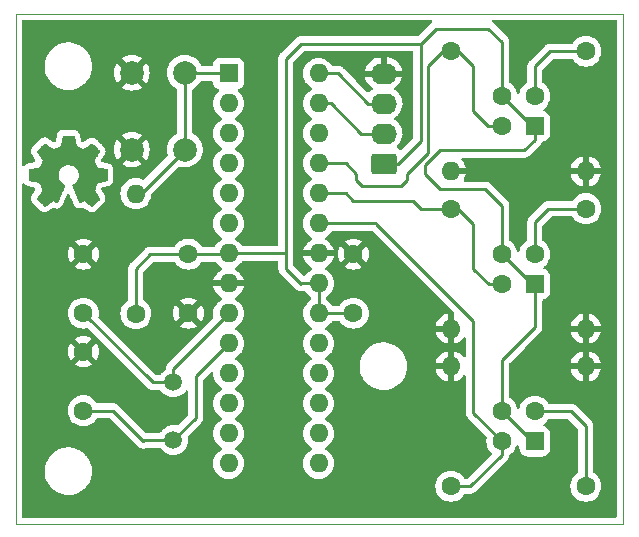
<source format=gbr>
%TF.GenerationSoftware,KiCad,Pcbnew,6.0.0*%
%TF.CreationDate,2022-01-08T16:14:39+01:00*%
%TF.ProjectId,line-tracking-sensor,6c696e65-2d74-4726-9163-6b696e672d73,0.1.0*%
%TF.SameCoordinates,Original*%
%TF.FileFunction,Copper,L2,Bot*%
%TF.FilePolarity,Positive*%
%FSLAX46Y46*%
G04 Gerber Fmt 4.6, Leading zero omitted, Abs format (unit mm)*
G04 Created by KiCad (PCBNEW 6.0.0) date 2022-01-08 16:14:39*
%MOMM*%
%LPD*%
G01*
G04 APERTURE LIST*
G04 Aperture macros list*
%AMRoundRect*
0 Rectangle with rounded corners*
0 $1 Rounding radius*
0 $2 $3 $4 $5 $6 $7 $8 $9 X,Y pos of 4 corners*
0 Add a 4 corners polygon primitive as box body*
4,1,4,$2,$3,$4,$5,$6,$7,$8,$9,$2,$3,0*
0 Add four circle primitives for the rounded corners*
1,1,$1+$1,$2,$3*
1,1,$1+$1,$4,$5*
1,1,$1+$1,$6,$7*
1,1,$1+$1,$8,$9*
0 Add four rect primitives between the rounded corners*
20,1,$1+$1,$2,$3,$4,$5,0*
20,1,$1+$1,$4,$5,$6,$7,0*
20,1,$1+$1,$6,$7,$8,$9,0*
20,1,$1+$1,$8,$9,$2,$3,0*%
G04 Aperture macros list end*
%TA.AperFunction,Profile*%
%ADD10C,0.100000*%
%TD*%
%TA.AperFunction,EtchedComponent*%
%ADD11C,0.010000*%
%TD*%
%TA.AperFunction,ComponentPad*%
%ADD12C,1.600000*%
%TD*%
%TA.AperFunction,ComponentPad*%
%ADD13RoundRect,0.249600X0.550400X0.550400X-0.550400X0.550400X-0.550400X-0.550400X0.550400X-0.550400X0*%
%TD*%
%TA.AperFunction,ComponentPad*%
%ADD14C,1.500000*%
%TD*%
%TA.AperFunction,ComponentPad*%
%ADD15R,1.600000X1.600000*%
%TD*%
%TA.AperFunction,ComponentPad*%
%ADD16O,1.600000X1.600000*%
%TD*%
%TA.AperFunction,ComponentPad*%
%ADD17C,2.000000*%
%TD*%
%TA.AperFunction,ComponentPad*%
%ADD18RoundRect,0.250000X0.845000X-0.620000X0.845000X0.620000X-0.845000X0.620000X-0.845000X-0.620000X0*%
%TD*%
%TA.AperFunction,ComponentPad*%
%ADD19O,2.190000X1.740000*%
%TD*%
%TA.AperFunction,Conductor*%
%ADD20C,0.250000*%
%TD*%
G04 APERTURE END LIST*
D10*
X48577500Y-69850000D02*
X100012500Y-69850000D01*
X100012500Y-69850000D02*
X100012500Y-113030000D01*
X100012500Y-113030000D02*
X48577500Y-113030000D01*
X48577500Y-113030000D02*
X48577500Y-69850000D01*
D11*
%TO.C,REF1*%
X52466686Y-80653931D02*
X52382865Y-81098555D01*
X52382865Y-81098555D02*
X52073580Y-81226053D01*
X52073580Y-81226053D02*
X51764294Y-81353551D01*
X51764294Y-81353551D02*
X51393254Y-81101246D01*
X51393254Y-81101246D02*
X51289343Y-81030996D01*
X51289343Y-81030996D02*
X51195413Y-80968272D01*
X51195413Y-80968272D02*
X51115848Y-80915938D01*
X51115848Y-80915938D02*
X51055030Y-80876857D01*
X51055030Y-80876857D02*
X51017343Y-80853893D01*
X51017343Y-80853893D02*
X51007079Y-80848942D01*
X51007079Y-80848942D02*
X50988590Y-80861676D01*
X50988590Y-80861676D02*
X50949080Y-80896882D01*
X50949080Y-80896882D02*
X50892978Y-80950062D01*
X50892978Y-80950062D02*
X50824713Y-81016718D01*
X50824713Y-81016718D02*
X50748714Y-81092354D01*
X50748714Y-81092354D02*
X50669408Y-81172472D01*
X50669408Y-81172472D02*
X50591225Y-81252574D01*
X50591225Y-81252574D02*
X50518593Y-81328164D01*
X50518593Y-81328164D02*
X50455941Y-81394745D01*
X50455941Y-81394745D02*
X50407697Y-81447818D01*
X50407697Y-81447818D02*
X50378290Y-81482887D01*
X50378290Y-81482887D02*
X50371259Y-81494623D01*
X50371259Y-81494623D02*
X50381377Y-81516260D01*
X50381377Y-81516260D02*
X50409741Y-81563662D01*
X50409741Y-81563662D02*
X50453371Y-81632193D01*
X50453371Y-81632193D02*
X50509282Y-81717215D01*
X50509282Y-81717215D02*
X50574494Y-81814093D01*
X50574494Y-81814093D02*
X50612281Y-81869350D01*
X50612281Y-81869350D02*
X50681157Y-81970248D01*
X50681157Y-81970248D02*
X50742360Y-82061299D01*
X50742360Y-82061299D02*
X50792922Y-82137970D01*
X50792922Y-82137970D02*
X50829872Y-82195728D01*
X50829872Y-82195728D02*
X50850242Y-82230043D01*
X50850242Y-82230043D02*
X50853303Y-82237254D01*
X50853303Y-82237254D02*
X50846364Y-82257748D01*
X50846364Y-82257748D02*
X50827449Y-82305513D01*
X50827449Y-82305513D02*
X50799413Y-82373832D01*
X50799413Y-82373832D02*
X50765109Y-82455989D01*
X50765109Y-82455989D02*
X50727391Y-82545270D01*
X50727391Y-82545270D02*
X50689113Y-82634958D01*
X50689113Y-82634958D02*
X50653130Y-82718338D01*
X50653130Y-82718338D02*
X50622294Y-82788694D01*
X50622294Y-82788694D02*
X50599461Y-82839310D01*
X50599461Y-82839310D02*
X50587483Y-82863471D01*
X50587483Y-82863471D02*
X50586776Y-82864422D01*
X50586776Y-82864422D02*
X50567969Y-82869036D01*
X50567969Y-82869036D02*
X50517882Y-82879328D01*
X50517882Y-82879328D02*
X50441707Y-82894287D01*
X50441707Y-82894287D02*
X50344635Y-82912901D01*
X50344635Y-82912901D02*
X50231857Y-82934159D01*
X50231857Y-82934159D02*
X50166058Y-82946418D01*
X50166058Y-82946418D02*
X50045550Y-82969362D01*
X50045550Y-82969362D02*
X49936703Y-82991195D01*
X49936703Y-82991195D02*
X49845024Y-83010722D01*
X49845024Y-83010722D02*
X49776019Y-83026748D01*
X49776019Y-83026748D02*
X49735196Y-83038079D01*
X49735196Y-83038079D02*
X49726989Y-83041674D01*
X49726989Y-83041674D02*
X49718952Y-83066006D01*
X49718952Y-83066006D02*
X49712467Y-83120959D01*
X49712467Y-83120959D02*
X49707530Y-83200108D01*
X49707530Y-83200108D02*
X49704136Y-83297026D01*
X49704136Y-83297026D02*
X49702282Y-83405287D01*
X49702282Y-83405287D02*
X49701962Y-83518465D01*
X49701962Y-83518465D02*
X49703173Y-83630135D01*
X49703173Y-83630135D02*
X49705910Y-83733868D01*
X49705910Y-83733868D02*
X49710169Y-83823241D01*
X49710169Y-83823241D02*
X49715945Y-83891826D01*
X49715945Y-83891826D02*
X49723233Y-83933197D01*
X49723233Y-83933197D02*
X49727605Y-83941810D01*
X49727605Y-83941810D02*
X49753736Y-83952133D01*
X49753736Y-83952133D02*
X49809107Y-83966892D01*
X49809107Y-83966892D02*
X49886393Y-83984352D01*
X49886393Y-83984352D02*
X49978270Y-84002780D01*
X49978270Y-84002780D02*
X50010342Y-84008741D01*
X50010342Y-84008741D02*
X50164976Y-84037066D01*
X50164976Y-84037066D02*
X50287125Y-84059876D01*
X50287125Y-84059876D02*
X50380827Y-84078080D01*
X50380827Y-84078080D02*
X50450116Y-84092583D01*
X50450116Y-84092583D02*
X50499029Y-84104292D01*
X50499029Y-84104292D02*
X50531603Y-84114115D01*
X50531603Y-84114115D02*
X50551872Y-84122956D01*
X50551872Y-84122956D02*
X50563874Y-84131724D01*
X50563874Y-84131724D02*
X50565553Y-84133457D01*
X50565553Y-84133457D02*
X50582316Y-84161371D01*
X50582316Y-84161371D02*
X50607886Y-84215695D01*
X50607886Y-84215695D02*
X50639712Y-84289777D01*
X50639712Y-84289777D02*
X50675240Y-84376965D01*
X50675240Y-84376965D02*
X50711917Y-84470608D01*
X50711917Y-84470608D02*
X50747189Y-84564052D01*
X50747189Y-84564052D02*
X50778504Y-84650647D01*
X50778504Y-84650647D02*
X50803307Y-84723740D01*
X50803307Y-84723740D02*
X50819046Y-84776678D01*
X50819046Y-84776678D02*
X50823168Y-84802811D01*
X50823168Y-84802811D02*
X50822824Y-84803726D01*
X50822824Y-84803726D02*
X50808859Y-84825086D01*
X50808859Y-84825086D02*
X50777178Y-84872084D01*
X50777178Y-84872084D02*
X50731109Y-84939827D01*
X50731109Y-84939827D02*
X50673982Y-85023423D01*
X50673982Y-85023423D02*
X50609127Y-85117982D01*
X50609127Y-85117982D02*
X50590657Y-85144854D01*
X50590657Y-85144854D02*
X50524801Y-85242275D01*
X50524801Y-85242275D02*
X50466850Y-85331163D01*
X50466850Y-85331163D02*
X50419962Y-85406412D01*
X50419962Y-85406412D02*
X50387293Y-85462920D01*
X50387293Y-85462920D02*
X50372000Y-85495581D01*
X50372000Y-85495581D02*
X50371259Y-85499593D01*
X50371259Y-85499593D02*
X50384108Y-85520684D01*
X50384108Y-85520684D02*
X50419612Y-85562464D01*
X50419612Y-85562464D02*
X50473207Y-85620445D01*
X50473207Y-85620445D02*
X50540329Y-85690135D01*
X50540329Y-85690135D02*
X50616413Y-85767045D01*
X50616413Y-85767045D02*
X50696896Y-85846683D01*
X50696896Y-85846683D02*
X50777213Y-85924561D01*
X50777213Y-85924561D02*
X50852801Y-85996186D01*
X50852801Y-85996186D02*
X50919095Y-86057070D01*
X50919095Y-86057070D02*
X50971531Y-86102721D01*
X50971531Y-86102721D02*
X51005545Y-86128650D01*
X51005545Y-86128650D02*
X51014955Y-86132883D01*
X51014955Y-86132883D02*
X51036857Y-86122912D01*
X51036857Y-86122912D02*
X51081700Y-86096020D01*
X51081700Y-86096020D02*
X51142179Y-86056736D01*
X51142179Y-86056736D02*
X51188711Y-86025117D01*
X51188711Y-86025117D02*
X51273025Y-85967098D01*
X51273025Y-85967098D02*
X51372874Y-85898784D01*
X51372874Y-85898784D02*
X51473027Y-85830579D01*
X51473027Y-85830579D02*
X51526873Y-85794075D01*
X51526873Y-85794075D02*
X51709129Y-85670800D01*
X51709129Y-85670800D02*
X51862119Y-85753520D01*
X51862119Y-85753520D02*
X51931818Y-85789759D01*
X51931818Y-85789759D02*
X51991086Y-85817926D01*
X51991086Y-85817926D02*
X52031189Y-85833991D01*
X52031189Y-85833991D02*
X52041397Y-85836226D01*
X52041397Y-85836226D02*
X52053671Y-85819722D01*
X52053671Y-85819722D02*
X52077887Y-85773082D01*
X52077887Y-85773082D02*
X52112237Y-85700609D01*
X52112237Y-85700609D02*
X52154912Y-85606606D01*
X52154912Y-85606606D02*
X52204106Y-85495374D01*
X52204106Y-85495374D02*
X52258010Y-85371215D01*
X52258010Y-85371215D02*
X52314816Y-85238432D01*
X52314816Y-85238432D02*
X52372718Y-85101327D01*
X52372718Y-85101327D02*
X52429907Y-84964202D01*
X52429907Y-84964202D02*
X52484576Y-84831358D01*
X52484576Y-84831358D02*
X52534916Y-84707098D01*
X52534916Y-84707098D02*
X52579120Y-84595725D01*
X52579120Y-84595725D02*
X52615381Y-84501539D01*
X52615381Y-84501539D02*
X52641891Y-84428844D01*
X52641891Y-84428844D02*
X52656842Y-84381941D01*
X52656842Y-84381941D02*
X52659246Y-84365833D01*
X52659246Y-84365833D02*
X52640189Y-84345286D01*
X52640189Y-84345286D02*
X52598464Y-84311933D01*
X52598464Y-84311933D02*
X52542794Y-84272702D01*
X52542794Y-84272702D02*
X52538122Y-84269599D01*
X52538122Y-84269599D02*
X52394236Y-84154423D01*
X52394236Y-84154423D02*
X52278217Y-84020053D01*
X52278217Y-84020053D02*
X52191070Y-83870784D01*
X52191070Y-83870784D02*
X52133801Y-83710913D01*
X52133801Y-83710913D02*
X52107414Y-83544737D01*
X52107414Y-83544737D02*
X52112915Y-83376552D01*
X52112915Y-83376552D02*
X52151310Y-83210655D01*
X52151310Y-83210655D02*
X52223605Y-83051342D01*
X52223605Y-83051342D02*
X52244874Y-83016487D01*
X52244874Y-83016487D02*
X52355504Y-82875737D01*
X52355504Y-82875737D02*
X52486198Y-82762714D01*
X52486198Y-82762714D02*
X52632436Y-82678003D01*
X52632436Y-82678003D02*
X52789692Y-82622194D01*
X52789692Y-82622194D02*
X52953443Y-82595874D01*
X52953443Y-82595874D02*
X53119167Y-82599630D01*
X53119167Y-82599630D02*
X53282338Y-82634050D01*
X53282338Y-82634050D02*
X53438435Y-82699723D01*
X53438435Y-82699723D02*
X53582933Y-82797235D01*
X53582933Y-82797235D02*
X53627631Y-82836813D01*
X53627631Y-82836813D02*
X53741388Y-82960703D01*
X53741388Y-82960703D02*
X53824282Y-83091124D01*
X53824282Y-83091124D02*
X53881144Y-83237315D01*
X53881144Y-83237315D02*
X53912813Y-83382088D01*
X53912813Y-83382088D02*
X53920631Y-83544860D01*
X53920631Y-83544860D02*
X53894562Y-83708440D01*
X53894562Y-83708440D02*
X53837255Y-83867298D01*
X53837255Y-83867298D02*
X53751356Y-84015906D01*
X53751356Y-84015906D02*
X53639514Y-84148735D01*
X53639514Y-84148735D02*
X53504377Y-84260256D01*
X53504377Y-84260256D02*
X53486617Y-84272011D01*
X53486617Y-84272011D02*
X53430350Y-84310508D01*
X53430350Y-84310508D02*
X53387577Y-84343863D01*
X53387577Y-84343863D02*
X53367128Y-84365160D01*
X53367128Y-84365160D02*
X53366831Y-84365833D01*
X53366831Y-84365833D02*
X53371221Y-84388871D01*
X53371221Y-84388871D02*
X53388624Y-84441157D01*
X53388624Y-84441157D02*
X53417232Y-84518390D01*
X53417232Y-84518390D02*
X53455235Y-84616268D01*
X53455235Y-84616268D02*
X53500826Y-84730491D01*
X53500826Y-84730491D02*
X53552197Y-84856758D01*
X53552197Y-84856758D02*
X53607538Y-84990767D01*
X53607538Y-84990767D02*
X53665042Y-85128218D01*
X53665042Y-85128218D02*
X53722899Y-85264808D01*
X53722899Y-85264808D02*
X53779302Y-85396237D01*
X53779302Y-85396237D02*
X53832442Y-85518205D01*
X53832442Y-85518205D02*
X53880510Y-85626409D01*
X53880510Y-85626409D02*
X53921699Y-85716549D01*
X53921699Y-85716549D02*
X53954199Y-85784323D01*
X53954199Y-85784323D02*
X53976203Y-85825430D01*
X53976203Y-85825430D02*
X53985064Y-85836226D01*
X53985064Y-85836226D02*
X54012140Y-85827819D01*
X54012140Y-85827819D02*
X54062803Y-85805272D01*
X54062803Y-85805272D02*
X54128317Y-85772613D01*
X54128317Y-85772613D02*
X54164341Y-85753520D01*
X54164341Y-85753520D02*
X54317332Y-85670800D01*
X54317332Y-85670800D02*
X54499588Y-85794075D01*
X54499588Y-85794075D02*
X54592625Y-85857228D01*
X54592625Y-85857228D02*
X54694485Y-85926727D01*
X54694485Y-85926727D02*
X54789938Y-85992165D01*
X54789938Y-85992165D02*
X54837750Y-86025117D01*
X54837750Y-86025117D02*
X54904995Y-86070273D01*
X54904995Y-86070273D02*
X54961936Y-86106057D01*
X54961936Y-86106057D02*
X55001146Y-86127938D01*
X55001146Y-86127938D02*
X55013881Y-86132563D01*
X55013881Y-86132563D02*
X55032417Y-86120085D01*
X55032417Y-86120085D02*
X55073441Y-86085252D01*
X55073441Y-86085252D02*
X55132975Y-86031678D01*
X55132975Y-86031678D02*
X55207042Y-85962983D01*
X55207042Y-85962983D02*
X55291665Y-85882781D01*
X55291665Y-85882781D02*
X55345185Y-85831286D01*
X55345185Y-85831286D02*
X55438819Y-85739286D01*
X55438819Y-85739286D02*
X55519741Y-85656999D01*
X55519741Y-85656999D02*
X55584677Y-85587945D01*
X55584677Y-85587945D02*
X55630358Y-85535644D01*
X55630358Y-85535644D02*
X55653511Y-85503616D01*
X55653511Y-85503616D02*
X55655732Y-85497116D01*
X55655732Y-85497116D02*
X55645424Y-85472394D01*
X55645424Y-85472394D02*
X55616939Y-85422405D01*
X55616939Y-85422405D02*
X55573437Y-85352212D01*
X55573437Y-85352212D02*
X55518077Y-85266875D01*
X55518077Y-85266875D02*
X55454020Y-85171456D01*
X55454020Y-85171456D02*
X55435803Y-85144854D01*
X55435803Y-85144854D02*
X55369427Y-85048167D01*
X55369427Y-85048167D02*
X55309878Y-84961117D01*
X55309878Y-84961117D02*
X55260484Y-84888595D01*
X55260484Y-84888595D02*
X55224575Y-84835493D01*
X55224575Y-84835493D02*
X55205481Y-84806703D01*
X55205481Y-84806703D02*
X55203636Y-84803726D01*
X55203636Y-84803726D02*
X55206395Y-84780782D01*
X55206395Y-84780782D02*
X55221038Y-84730336D01*
X55221038Y-84730336D02*
X55245013Y-84659041D01*
X55245013Y-84659041D02*
X55275766Y-84573547D01*
X55275766Y-84573547D02*
X55310744Y-84480507D01*
X55310744Y-84480507D02*
X55347393Y-84386574D01*
X55347393Y-84386574D02*
X55383161Y-84298399D01*
X55383161Y-84298399D02*
X55415494Y-84222634D01*
X55415494Y-84222634D02*
X55441838Y-84165931D01*
X55441838Y-84165931D02*
X55459642Y-84134943D01*
X55459642Y-84134943D02*
X55460907Y-84133457D01*
X55460907Y-84133457D02*
X55471794Y-84124601D01*
X55471794Y-84124601D02*
X55490182Y-84115843D01*
X55490182Y-84115843D02*
X55520106Y-84106277D01*
X55520106Y-84106277D02*
X55565603Y-84094996D01*
X55565603Y-84094996D02*
X55630709Y-84081093D01*
X55630709Y-84081093D02*
X55719461Y-84063663D01*
X55719461Y-84063663D02*
X55835893Y-84041798D01*
X55835893Y-84041798D02*
X55984042Y-84014591D01*
X55984042Y-84014591D02*
X56016118Y-84008741D01*
X56016118Y-84008741D02*
X56111186Y-83990374D01*
X56111186Y-83990374D02*
X56194065Y-83972405D01*
X56194065Y-83972405D02*
X56257430Y-83956569D01*
X56257430Y-83956569D02*
X56293958Y-83944600D01*
X56293958Y-83944600D02*
X56298856Y-83941810D01*
X56298856Y-83941810D02*
X56306927Y-83917072D01*
X56306927Y-83917072D02*
X56313487Y-83861790D01*
X56313487Y-83861790D02*
X56318533Y-83782389D01*
X56318533Y-83782389D02*
X56322059Y-83685296D01*
X56322059Y-83685296D02*
X56324061Y-83576938D01*
X56324061Y-83576938D02*
X56324536Y-83463740D01*
X56324536Y-83463740D02*
X56323477Y-83352128D01*
X56323477Y-83352128D02*
X56320882Y-83248529D01*
X56320882Y-83248529D02*
X56316746Y-83159368D01*
X56316746Y-83159368D02*
X56311063Y-83091072D01*
X56311063Y-83091072D02*
X56303831Y-83050066D01*
X56303831Y-83050066D02*
X56299471Y-83041674D01*
X56299471Y-83041674D02*
X56275198Y-83033208D01*
X56275198Y-83033208D02*
X56219926Y-83019435D01*
X56219926Y-83019435D02*
X56139162Y-83001550D01*
X56139162Y-83001550D02*
X56038412Y-82980748D01*
X56038412Y-82980748D02*
X55923183Y-82958223D01*
X55923183Y-82958223D02*
X55860402Y-82946418D01*
X55860402Y-82946418D02*
X55741287Y-82924151D01*
X55741287Y-82924151D02*
X55635065Y-82903979D01*
X55635065Y-82903979D02*
X55546927Y-82886915D01*
X55546927Y-82886915D02*
X55482066Y-82873969D01*
X55482066Y-82873969D02*
X55445674Y-82866155D01*
X55445674Y-82866155D02*
X55439684Y-82864422D01*
X55439684Y-82864422D02*
X55429561Y-82844890D01*
X55429561Y-82844890D02*
X55408162Y-82797843D01*
X55408162Y-82797843D02*
X55378339Y-82730003D01*
X55378339Y-82730003D02*
X55342945Y-82648091D01*
X55342945Y-82648091D02*
X55304832Y-82558828D01*
X55304832Y-82558828D02*
X55266853Y-82468935D01*
X55266853Y-82468935D02*
X55231860Y-82385135D01*
X55231860Y-82385135D02*
X55202706Y-82314147D01*
X55202706Y-82314147D02*
X55182243Y-82262694D01*
X55182243Y-82262694D02*
X55173323Y-82237497D01*
X55173323Y-82237497D02*
X55173157Y-82236396D01*
X55173157Y-82236396D02*
X55183269Y-82216519D01*
X55183269Y-82216519D02*
X55211617Y-82170777D01*
X55211617Y-82170777D02*
X55255223Y-82103717D01*
X55255223Y-82103717D02*
X55311106Y-82019884D01*
X55311106Y-82019884D02*
X55376287Y-81923826D01*
X55376287Y-81923826D02*
X55414179Y-81868650D01*
X55414179Y-81868650D02*
X55483225Y-81767481D01*
X55483225Y-81767481D02*
X55544550Y-81675630D01*
X55544550Y-81675630D02*
X55595163Y-81597744D01*
X55595163Y-81597744D02*
X55632071Y-81538469D01*
X55632071Y-81538469D02*
X55652282Y-81502451D01*
X55652282Y-81502451D02*
X55655201Y-81494377D01*
X55655201Y-81494377D02*
X55642653Y-81475584D01*
X55642653Y-81475584D02*
X55607963Y-81435457D01*
X55607963Y-81435457D02*
X55555563Y-81378493D01*
X55555563Y-81378493D02*
X55489884Y-81309185D01*
X55489884Y-81309185D02*
X55415356Y-81232031D01*
X55415356Y-81232031D02*
X55336413Y-81151525D01*
X55336413Y-81151525D02*
X55257483Y-81072163D01*
X55257483Y-81072163D02*
X55183000Y-80998440D01*
X55183000Y-80998440D02*
X55117394Y-80934852D01*
X55117394Y-80934852D02*
X55065096Y-80885894D01*
X55065096Y-80885894D02*
X55030539Y-80856061D01*
X55030539Y-80856061D02*
X55018978Y-80848942D01*
X55018978Y-80848942D02*
X55000154Y-80858953D01*
X55000154Y-80858953D02*
X54955131Y-80887078D01*
X54955131Y-80887078D02*
X54888287Y-80930454D01*
X54888287Y-80930454D02*
X54803999Y-80986218D01*
X54803999Y-80986218D02*
X54706644Y-81051506D01*
X54706644Y-81051506D02*
X54633207Y-81101246D01*
X54633207Y-81101246D02*
X54262167Y-81353551D01*
X54262167Y-81353551D02*
X53643595Y-81098555D01*
X53643595Y-81098555D02*
X53559775Y-80653931D01*
X53559775Y-80653931D02*
X53475954Y-80209307D01*
X53475954Y-80209307D02*
X52550506Y-80209307D01*
X52550506Y-80209307D02*
X52466686Y-80653931D01*
X52466686Y-80653931D02*
X52466686Y-80653931D01*
G36*
X53559775Y-80653931D02*
G01*
X53643595Y-81098555D01*
X54262167Y-81353551D01*
X54633207Y-81101246D01*
X54706644Y-81051506D01*
X54803999Y-80986218D01*
X54888287Y-80930454D01*
X54955131Y-80887078D01*
X55000154Y-80858953D01*
X55018978Y-80848942D01*
X55030539Y-80856061D01*
X55065096Y-80885894D01*
X55117394Y-80934852D01*
X55183000Y-80998440D01*
X55257483Y-81072163D01*
X55336413Y-81151525D01*
X55415356Y-81232031D01*
X55489884Y-81309185D01*
X55555563Y-81378493D01*
X55607963Y-81435457D01*
X55642653Y-81475584D01*
X55655201Y-81494377D01*
X55652282Y-81502451D01*
X55632071Y-81538469D01*
X55595163Y-81597744D01*
X55544550Y-81675630D01*
X55483225Y-81767481D01*
X55414179Y-81868650D01*
X55376287Y-81923826D01*
X55311106Y-82019884D01*
X55255223Y-82103717D01*
X55211617Y-82170777D01*
X55183269Y-82216519D01*
X55173157Y-82236396D01*
X55173323Y-82237497D01*
X55182243Y-82262694D01*
X55202706Y-82314147D01*
X55231860Y-82385135D01*
X55266853Y-82468935D01*
X55304832Y-82558828D01*
X55342945Y-82648091D01*
X55378339Y-82730003D01*
X55408162Y-82797843D01*
X55429561Y-82844890D01*
X55439684Y-82864422D01*
X55445674Y-82866155D01*
X55482066Y-82873969D01*
X55546927Y-82886915D01*
X55635065Y-82903979D01*
X55741287Y-82924151D01*
X55860402Y-82946418D01*
X55923183Y-82958223D01*
X56038412Y-82980748D01*
X56139162Y-83001550D01*
X56219926Y-83019435D01*
X56275198Y-83033208D01*
X56299471Y-83041674D01*
X56303831Y-83050066D01*
X56311063Y-83091072D01*
X56316746Y-83159368D01*
X56320882Y-83248529D01*
X56323477Y-83352128D01*
X56324536Y-83463740D01*
X56324061Y-83576938D01*
X56322059Y-83685296D01*
X56318533Y-83782389D01*
X56313487Y-83861790D01*
X56306927Y-83917072D01*
X56298856Y-83941810D01*
X56293958Y-83944600D01*
X56257430Y-83956569D01*
X56194065Y-83972405D01*
X56111186Y-83990374D01*
X56016118Y-84008741D01*
X55984042Y-84014591D01*
X55835893Y-84041798D01*
X55719461Y-84063663D01*
X55630709Y-84081093D01*
X55565603Y-84094996D01*
X55520106Y-84106277D01*
X55490182Y-84115843D01*
X55471794Y-84124601D01*
X55460907Y-84133457D01*
X55459642Y-84134943D01*
X55441838Y-84165931D01*
X55415494Y-84222634D01*
X55383161Y-84298399D01*
X55347393Y-84386574D01*
X55310744Y-84480507D01*
X55275766Y-84573547D01*
X55245013Y-84659041D01*
X55221038Y-84730336D01*
X55206395Y-84780782D01*
X55203636Y-84803726D01*
X55205481Y-84806703D01*
X55224575Y-84835493D01*
X55260484Y-84888595D01*
X55309878Y-84961117D01*
X55369427Y-85048167D01*
X55435803Y-85144854D01*
X55454020Y-85171456D01*
X55518077Y-85266875D01*
X55573437Y-85352212D01*
X55616939Y-85422405D01*
X55645424Y-85472394D01*
X55655732Y-85497116D01*
X55653511Y-85503616D01*
X55630358Y-85535644D01*
X55584677Y-85587945D01*
X55519741Y-85656999D01*
X55438819Y-85739286D01*
X55345185Y-85831286D01*
X55291665Y-85882781D01*
X55207042Y-85962983D01*
X55132975Y-86031678D01*
X55073441Y-86085252D01*
X55032417Y-86120085D01*
X55013881Y-86132563D01*
X55001146Y-86127938D01*
X54961936Y-86106057D01*
X54904995Y-86070273D01*
X54837750Y-86025117D01*
X54789938Y-85992165D01*
X54694485Y-85926727D01*
X54592625Y-85857228D01*
X54499588Y-85794075D01*
X54317332Y-85670800D01*
X54164341Y-85753520D01*
X54128317Y-85772613D01*
X54062803Y-85805272D01*
X54012140Y-85827819D01*
X53985064Y-85836226D01*
X53976203Y-85825430D01*
X53954199Y-85784323D01*
X53921699Y-85716549D01*
X53880510Y-85626409D01*
X53832442Y-85518205D01*
X53779302Y-85396237D01*
X53722899Y-85264808D01*
X53665042Y-85128218D01*
X53607538Y-84990767D01*
X53552197Y-84856758D01*
X53500826Y-84730491D01*
X53455235Y-84616268D01*
X53417232Y-84518390D01*
X53388624Y-84441157D01*
X53371221Y-84388871D01*
X53366831Y-84365833D01*
X53367128Y-84365160D01*
X53387577Y-84343863D01*
X53430350Y-84310508D01*
X53486617Y-84272011D01*
X53504377Y-84260256D01*
X53639514Y-84148735D01*
X53751356Y-84015906D01*
X53837255Y-83867298D01*
X53894562Y-83708440D01*
X53920631Y-83544860D01*
X53912813Y-83382088D01*
X53881144Y-83237315D01*
X53824282Y-83091124D01*
X53741388Y-82960703D01*
X53627631Y-82836813D01*
X53582933Y-82797235D01*
X53438435Y-82699723D01*
X53282338Y-82634050D01*
X53119167Y-82599630D01*
X52953443Y-82595874D01*
X52789692Y-82622194D01*
X52632436Y-82678003D01*
X52486198Y-82762714D01*
X52355504Y-82875737D01*
X52244874Y-83016487D01*
X52223605Y-83051342D01*
X52151310Y-83210655D01*
X52112915Y-83376552D01*
X52107414Y-83544737D01*
X52133801Y-83710913D01*
X52191070Y-83870784D01*
X52278217Y-84020053D01*
X52394236Y-84154423D01*
X52538122Y-84269599D01*
X52542794Y-84272702D01*
X52598464Y-84311933D01*
X52640189Y-84345286D01*
X52659246Y-84365833D01*
X52656842Y-84381941D01*
X52641891Y-84428844D01*
X52615381Y-84501539D01*
X52579120Y-84595725D01*
X52534916Y-84707098D01*
X52484576Y-84831358D01*
X52429907Y-84964202D01*
X52372718Y-85101327D01*
X52314816Y-85238432D01*
X52258010Y-85371215D01*
X52204106Y-85495374D01*
X52154912Y-85606606D01*
X52112237Y-85700609D01*
X52077887Y-85773082D01*
X52053671Y-85819722D01*
X52041397Y-85836226D01*
X52031189Y-85833991D01*
X51991086Y-85817926D01*
X51931818Y-85789759D01*
X51862119Y-85753520D01*
X51709129Y-85670800D01*
X51526873Y-85794075D01*
X51473027Y-85830579D01*
X51372874Y-85898784D01*
X51273025Y-85967098D01*
X51188711Y-86025117D01*
X51142179Y-86056736D01*
X51081700Y-86096020D01*
X51036857Y-86122912D01*
X51014955Y-86132883D01*
X51005545Y-86128650D01*
X50971531Y-86102721D01*
X50919095Y-86057070D01*
X50852801Y-85996186D01*
X50777213Y-85924561D01*
X50696896Y-85846683D01*
X50616413Y-85767045D01*
X50540329Y-85690135D01*
X50473207Y-85620445D01*
X50419612Y-85562464D01*
X50384108Y-85520684D01*
X50371259Y-85499593D01*
X50372000Y-85495581D01*
X50387293Y-85462920D01*
X50419962Y-85406412D01*
X50466850Y-85331163D01*
X50524801Y-85242275D01*
X50590657Y-85144854D01*
X50609127Y-85117982D01*
X50673982Y-85023423D01*
X50731109Y-84939827D01*
X50777178Y-84872084D01*
X50808859Y-84825086D01*
X50822824Y-84803726D01*
X50823168Y-84802811D01*
X50819046Y-84776678D01*
X50803307Y-84723740D01*
X50778504Y-84650647D01*
X50747189Y-84564052D01*
X50711917Y-84470608D01*
X50675240Y-84376965D01*
X50639712Y-84289777D01*
X50607886Y-84215695D01*
X50582316Y-84161371D01*
X50565553Y-84133457D01*
X50563874Y-84131724D01*
X50551872Y-84122956D01*
X50531603Y-84114115D01*
X50499029Y-84104292D01*
X50450116Y-84092583D01*
X50380827Y-84078080D01*
X50287125Y-84059876D01*
X50164976Y-84037066D01*
X50010342Y-84008741D01*
X49978270Y-84002780D01*
X49886393Y-83984352D01*
X49809107Y-83966892D01*
X49753736Y-83952133D01*
X49727605Y-83941810D01*
X49723233Y-83933197D01*
X49715945Y-83891826D01*
X49710169Y-83823241D01*
X49705910Y-83733868D01*
X49703173Y-83630135D01*
X49701962Y-83518465D01*
X49702282Y-83405287D01*
X49704136Y-83297026D01*
X49707530Y-83200108D01*
X49712467Y-83120959D01*
X49718952Y-83066006D01*
X49726989Y-83041674D01*
X49735196Y-83038079D01*
X49776019Y-83026748D01*
X49845024Y-83010722D01*
X49936703Y-82991195D01*
X50045550Y-82969362D01*
X50166058Y-82946418D01*
X50231857Y-82934159D01*
X50344635Y-82912901D01*
X50441707Y-82894287D01*
X50517882Y-82879328D01*
X50567969Y-82869036D01*
X50586776Y-82864422D01*
X50587483Y-82863471D01*
X50599461Y-82839310D01*
X50622294Y-82788694D01*
X50653130Y-82718338D01*
X50689113Y-82634958D01*
X50727391Y-82545270D01*
X50765109Y-82455989D01*
X50799413Y-82373832D01*
X50827449Y-82305513D01*
X50846364Y-82257748D01*
X50853303Y-82237254D01*
X50850242Y-82230043D01*
X50829872Y-82195728D01*
X50792922Y-82137970D01*
X50742360Y-82061299D01*
X50681157Y-81970248D01*
X50612281Y-81869350D01*
X50574494Y-81814093D01*
X50509282Y-81717215D01*
X50453371Y-81632193D01*
X50409741Y-81563662D01*
X50381377Y-81516260D01*
X50371259Y-81494623D01*
X50378290Y-81482887D01*
X50407697Y-81447818D01*
X50455941Y-81394745D01*
X50518593Y-81328164D01*
X50591225Y-81252574D01*
X50669408Y-81172472D01*
X50748714Y-81092354D01*
X50824713Y-81016718D01*
X50892978Y-80950062D01*
X50949080Y-80896882D01*
X50988590Y-80861676D01*
X51007079Y-80848942D01*
X51017343Y-80853893D01*
X51055030Y-80876857D01*
X51115848Y-80915938D01*
X51195413Y-80968272D01*
X51289343Y-81030996D01*
X51393254Y-81101246D01*
X51764294Y-81353551D01*
X52073580Y-81226053D01*
X52382865Y-81098555D01*
X52466686Y-80653931D01*
X52550506Y-80209307D01*
X53475954Y-80209307D01*
X53559775Y-80653931D01*
G37*
X53559775Y-80653931D02*
X53643595Y-81098555D01*
X54262167Y-81353551D01*
X54633207Y-81101246D01*
X54706644Y-81051506D01*
X54803999Y-80986218D01*
X54888287Y-80930454D01*
X54955131Y-80887078D01*
X55000154Y-80858953D01*
X55018978Y-80848942D01*
X55030539Y-80856061D01*
X55065096Y-80885894D01*
X55117394Y-80934852D01*
X55183000Y-80998440D01*
X55257483Y-81072163D01*
X55336413Y-81151525D01*
X55415356Y-81232031D01*
X55489884Y-81309185D01*
X55555563Y-81378493D01*
X55607963Y-81435457D01*
X55642653Y-81475584D01*
X55655201Y-81494377D01*
X55652282Y-81502451D01*
X55632071Y-81538469D01*
X55595163Y-81597744D01*
X55544550Y-81675630D01*
X55483225Y-81767481D01*
X55414179Y-81868650D01*
X55376287Y-81923826D01*
X55311106Y-82019884D01*
X55255223Y-82103717D01*
X55211617Y-82170777D01*
X55183269Y-82216519D01*
X55173157Y-82236396D01*
X55173323Y-82237497D01*
X55182243Y-82262694D01*
X55202706Y-82314147D01*
X55231860Y-82385135D01*
X55266853Y-82468935D01*
X55304832Y-82558828D01*
X55342945Y-82648091D01*
X55378339Y-82730003D01*
X55408162Y-82797843D01*
X55429561Y-82844890D01*
X55439684Y-82864422D01*
X55445674Y-82866155D01*
X55482066Y-82873969D01*
X55546927Y-82886915D01*
X55635065Y-82903979D01*
X55741287Y-82924151D01*
X55860402Y-82946418D01*
X55923183Y-82958223D01*
X56038412Y-82980748D01*
X56139162Y-83001550D01*
X56219926Y-83019435D01*
X56275198Y-83033208D01*
X56299471Y-83041674D01*
X56303831Y-83050066D01*
X56311063Y-83091072D01*
X56316746Y-83159368D01*
X56320882Y-83248529D01*
X56323477Y-83352128D01*
X56324536Y-83463740D01*
X56324061Y-83576938D01*
X56322059Y-83685296D01*
X56318533Y-83782389D01*
X56313487Y-83861790D01*
X56306927Y-83917072D01*
X56298856Y-83941810D01*
X56293958Y-83944600D01*
X56257430Y-83956569D01*
X56194065Y-83972405D01*
X56111186Y-83990374D01*
X56016118Y-84008741D01*
X55984042Y-84014591D01*
X55835893Y-84041798D01*
X55719461Y-84063663D01*
X55630709Y-84081093D01*
X55565603Y-84094996D01*
X55520106Y-84106277D01*
X55490182Y-84115843D01*
X55471794Y-84124601D01*
X55460907Y-84133457D01*
X55459642Y-84134943D01*
X55441838Y-84165931D01*
X55415494Y-84222634D01*
X55383161Y-84298399D01*
X55347393Y-84386574D01*
X55310744Y-84480507D01*
X55275766Y-84573547D01*
X55245013Y-84659041D01*
X55221038Y-84730336D01*
X55206395Y-84780782D01*
X55203636Y-84803726D01*
X55205481Y-84806703D01*
X55224575Y-84835493D01*
X55260484Y-84888595D01*
X55309878Y-84961117D01*
X55369427Y-85048167D01*
X55435803Y-85144854D01*
X55454020Y-85171456D01*
X55518077Y-85266875D01*
X55573437Y-85352212D01*
X55616939Y-85422405D01*
X55645424Y-85472394D01*
X55655732Y-85497116D01*
X55653511Y-85503616D01*
X55630358Y-85535644D01*
X55584677Y-85587945D01*
X55519741Y-85656999D01*
X55438819Y-85739286D01*
X55345185Y-85831286D01*
X55291665Y-85882781D01*
X55207042Y-85962983D01*
X55132975Y-86031678D01*
X55073441Y-86085252D01*
X55032417Y-86120085D01*
X55013881Y-86132563D01*
X55001146Y-86127938D01*
X54961936Y-86106057D01*
X54904995Y-86070273D01*
X54837750Y-86025117D01*
X54789938Y-85992165D01*
X54694485Y-85926727D01*
X54592625Y-85857228D01*
X54499588Y-85794075D01*
X54317332Y-85670800D01*
X54164341Y-85753520D01*
X54128317Y-85772613D01*
X54062803Y-85805272D01*
X54012140Y-85827819D01*
X53985064Y-85836226D01*
X53976203Y-85825430D01*
X53954199Y-85784323D01*
X53921699Y-85716549D01*
X53880510Y-85626409D01*
X53832442Y-85518205D01*
X53779302Y-85396237D01*
X53722899Y-85264808D01*
X53665042Y-85128218D01*
X53607538Y-84990767D01*
X53552197Y-84856758D01*
X53500826Y-84730491D01*
X53455235Y-84616268D01*
X53417232Y-84518390D01*
X53388624Y-84441157D01*
X53371221Y-84388871D01*
X53366831Y-84365833D01*
X53367128Y-84365160D01*
X53387577Y-84343863D01*
X53430350Y-84310508D01*
X53486617Y-84272011D01*
X53504377Y-84260256D01*
X53639514Y-84148735D01*
X53751356Y-84015906D01*
X53837255Y-83867298D01*
X53894562Y-83708440D01*
X53920631Y-83544860D01*
X53912813Y-83382088D01*
X53881144Y-83237315D01*
X53824282Y-83091124D01*
X53741388Y-82960703D01*
X53627631Y-82836813D01*
X53582933Y-82797235D01*
X53438435Y-82699723D01*
X53282338Y-82634050D01*
X53119167Y-82599630D01*
X52953443Y-82595874D01*
X52789692Y-82622194D01*
X52632436Y-82678003D01*
X52486198Y-82762714D01*
X52355504Y-82875737D01*
X52244874Y-83016487D01*
X52223605Y-83051342D01*
X52151310Y-83210655D01*
X52112915Y-83376552D01*
X52107414Y-83544737D01*
X52133801Y-83710913D01*
X52191070Y-83870784D01*
X52278217Y-84020053D01*
X52394236Y-84154423D01*
X52538122Y-84269599D01*
X52542794Y-84272702D01*
X52598464Y-84311933D01*
X52640189Y-84345286D01*
X52659246Y-84365833D01*
X52656842Y-84381941D01*
X52641891Y-84428844D01*
X52615381Y-84501539D01*
X52579120Y-84595725D01*
X52534916Y-84707098D01*
X52484576Y-84831358D01*
X52429907Y-84964202D01*
X52372718Y-85101327D01*
X52314816Y-85238432D01*
X52258010Y-85371215D01*
X52204106Y-85495374D01*
X52154912Y-85606606D01*
X52112237Y-85700609D01*
X52077887Y-85773082D01*
X52053671Y-85819722D01*
X52041397Y-85836226D01*
X52031189Y-85833991D01*
X51991086Y-85817926D01*
X51931818Y-85789759D01*
X51862119Y-85753520D01*
X51709129Y-85670800D01*
X51526873Y-85794075D01*
X51473027Y-85830579D01*
X51372874Y-85898784D01*
X51273025Y-85967098D01*
X51188711Y-86025117D01*
X51142179Y-86056736D01*
X51081700Y-86096020D01*
X51036857Y-86122912D01*
X51014955Y-86132883D01*
X51005545Y-86128650D01*
X50971531Y-86102721D01*
X50919095Y-86057070D01*
X50852801Y-85996186D01*
X50777213Y-85924561D01*
X50696896Y-85846683D01*
X50616413Y-85767045D01*
X50540329Y-85690135D01*
X50473207Y-85620445D01*
X50419612Y-85562464D01*
X50384108Y-85520684D01*
X50371259Y-85499593D01*
X50372000Y-85495581D01*
X50387293Y-85462920D01*
X50419962Y-85406412D01*
X50466850Y-85331163D01*
X50524801Y-85242275D01*
X50590657Y-85144854D01*
X50609127Y-85117982D01*
X50673982Y-85023423D01*
X50731109Y-84939827D01*
X50777178Y-84872084D01*
X50808859Y-84825086D01*
X50822824Y-84803726D01*
X50823168Y-84802811D01*
X50819046Y-84776678D01*
X50803307Y-84723740D01*
X50778504Y-84650647D01*
X50747189Y-84564052D01*
X50711917Y-84470608D01*
X50675240Y-84376965D01*
X50639712Y-84289777D01*
X50607886Y-84215695D01*
X50582316Y-84161371D01*
X50565553Y-84133457D01*
X50563874Y-84131724D01*
X50551872Y-84122956D01*
X50531603Y-84114115D01*
X50499029Y-84104292D01*
X50450116Y-84092583D01*
X50380827Y-84078080D01*
X50287125Y-84059876D01*
X50164976Y-84037066D01*
X50010342Y-84008741D01*
X49978270Y-84002780D01*
X49886393Y-83984352D01*
X49809107Y-83966892D01*
X49753736Y-83952133D01*
X49727605Y-83941810D01*
X49723233Y-83933197D01*
X49715945Y-83891826D01*
X49710169Y-83823241D01*
X49705910Y-83733868D01*
X49703173Y-83630135D01*
X49701962Y-83518465D01*
X49702282Y-83405287D01*
X49704136Y-83297026D01*
X49707530Y-83200108D01*
X49712467Y-83120959D01*
X49718952Y-83066006D01*
X49726989Y-83041674D01*
X49735196Y-83038079D01*
X49776019Y-83026748D01*
X49845024Y-83010722D01*
X49936703Y-82991195D01*
X50045550Y-82969362D01*
X50166058Y-82946418D01*
X50231857Y-82934159D01*
X50344635Y-82912901D01*
X50441707Y-82894287D01*
X50517882Y-82879328D01*
X50567969Y-82869036D01*
X50586776Y-82864422D01*
X50587483Y-82863471D01*
X50599461Y-82839310D01*
X50622294Y-82788694D01*
X50653130Y-82718338D01*
X50689113Y-82634958D01*
X50727391Y-82545270D01*
X50765109Y-82455989D01*
X50799413Y-82373832D01*
X50827449Y-82305513D01*
X50846364Y-82257748D01*
X50853303Y-82237254D01*
X50850242Y-82230043D01*
X50829872Y-82195728D01*
X50792922Y-82137970D01*
X50742360Y-82061299D01*
X50681157Y-81970248D01*
X50612281Y-81869350D01*
X50574494Y-81814093D01*
X50509282Y-81717215D01*
X50453371Y-81632193D01*
X50409741Y-81563662D01*
X50381377Y-81516260D01*
X50371259Y-81494623D01*
X50378290Y-81482887D01*
X50407697Y-81447818D01*
X50455941Y-81394745D01*
X50518593Y-81328164D01*
X50591225Y-81252574D01*
X50669408Y-81172472D01*
X50748714Y-81092354D01*
X50824713Y-81016718D01*
X50892978Y-80950062D01*
X50949080Y-80896882D01*
X50988590Y-80861676D01*
X51007079Y-80848942D01*
X51017343Y-80853893D01*
X51055030Y-80876857D01*
X51115848Y-80915938D01*
X51195413Y-80968272D01*
X51289343Y-81030996D01*
X51393254Y-81101246D01*
X51764294Y-81353551D01*
X52073580Y-81226053D01*
X52382865Y-81098555D01*
X52466686Y-80653931D01*
X52550506Y-80209307D01*
X53475954Y-80209307D01*
X53559775Y-80653931D01*
%TD*%
D12*
%TO.P,U2,4,E*%
%TO.N,Net-(U2-Pad4)*%
X89722500Y-106045000D03*
%TO.P,U2,3,C*%
%TO.N,+5V*%
X89722500Y-103505000D03*
%TO.P,U2,2,K*%
%TO.N,Net-(U2-Pad2)*%
X92522500Y-103505000D03*
D13*
%TO.P,U2,1,A*%
%TO.N,+5V*%
X92522500Y-106045000D03*
%TD*%
D14*
%TO.P,Y1,1,1*%
%TO.N,Net-(C4-Pad1)*%
X61912500Y-105955000D03*
%TO.P,Y1,2,2*%
%TO.N,Net-(C3-Pad1)*%
X61912500Y-101075000D03*
%TD*%
D13*
%TO.P,U4,1,A*%
%TO.N,+5V*%
X92522500Y-79375000D03*
D12*
%TO.P,U4,2,K*%
%TO.N,Net-(U4-Pad2)*%
X92522500Y-76835000D03*
%TO.P,U4,3,C*%
%TO.N,+5V*%
X89722500Y-76835000D03*
%TO.P,U4,4,E*%
%TO.N,Net-(U1-Pad25)*%
X89722500Y-79375000D03*
%TD*%
%TO.P,U3,4,E*%
%TO.N,Net-(U1-Pad24)*%
X89722500Y-92740000D03*
%TO.P,U3,3,C*%
%TO.N,+5V*%
X89722500Y-90200000D03*
%TO.P,U3,2,K*%
%TO.N,Net-(U3-Pad2)*%
X92522500Y-90200000D03*
D13*
%TO.P,U3,1,A*%
%TO.N,+5V*%
X92522500Y-92740000D03*
%TD*%
D15*
%TO.P,U1,1,PC6/~{RESET}*%
%TO.N,Net-(R1-Pad2)*%
X66587500Y-74915000D03*
D16*
%TO.P,U1,15,PB1*%
%TO.N,unconnected-(U1-Pad15)*%
X74207500Y-107935000D03*
%TO.P,U1,2,PD0*%
%TO.N,unconnected-(U1-Pad2)*%
X66587500Y-77455000D03*
%TO.P,U1,16,PB2*%
%TO.N,unconnected-(U1-Pad16)*%
X74207500Y-105395000D03*
%TO.P,U1,3,PD1*%
%TO.N,unconnected-(U1-Pad3)*%
X66587500Y-79995000D03*
%TO.P,U1,17,PB3*%
%TO.N,unconnected-(U1-Pad17)*%
X74207500Y-102855000D03*
%TO.P,U1,4,PD2*%
%TO.N,unconnected-(U1-Pad4)*%
X66587500Y-82535000D03*
%TO.P,U1,18,PB4*%
%TO.N,unconnected-(U1-Pad18)*%
X74207500Y-100315000D03*
%TO.P,U1,5,PD3*%
%TO.N,unconnected-(U1-Pad5)*%
X66587500Y-85075000D03*
%TO.P,U1,19,PB5*%
%TO.N,unconnected-(U1-Pad19)*%
X74207500Y-97775000D03*
%TO.P,U1,6,PD4*%
%TO.N,unconnected-(U1-Pad6)*%
X66587500Y-87615000D03*
%TO.P,U1,20,AVCC*%
%TO.N,+5V*%
X74207500Y-95235000D03*
%TO.P,U1,7,VCC*%
X66587500Y-90155000D03*
%TO.P,U1,21,AREF*%
X74207500Y-92695000D03*
%TO.P,U1,8,GND*%
%TO.N,GND*%
X66587500Y-92695000D03*
%TO.P,U1,22,AGND*%
X74207500Y-90155000D03*
%TO.P,U1,9,PB6/XTAL1*%
%TO.N,Net-(C3-Pad1)*%
X66587500Y-95235000D03*
%TO.P,U1,23,PC0*%
%TO.N,Net-(U2-Pad4)*%
X74207500Y-87615000D03*
%TO.P,U1,10,PB7/XTAL2*%
%TO.N,Net-(C4-Pad1)*%
X66587500Y-97775000D03*
%TO.P,U1,24,PC1*%
%TO.N,Net-(U1-Pad24)*%
X74207500Y-85075000D03*
%TO.P,U1,11,PD5*%
%TO.N,unconnected-(U1-Pad11)*%
X66587500Y-100315000D03*
%TO.P,U1,25,PC2*%
%TO.N,Net-(U1-Pad25)*%
X74207500Y-82535000D03*
%TO.P,U1,12,PD6*%
%TO.N,unconnected-(U1-Pad12)*%
X66587500Y-102855000D03*
%TO.P,U1,26,PC3*%
%TO.N,unconnected-(U1-Pad26)*%
X74207500Y-79995000D03*
%TO.P,U1,13,PD7*%
%TO.N,unconnected-(U1-Pad13)*%
X66587500Y-105395000D03*
%TO.P,U1,27,PC4*%
%TO.N,Net-(U1-Pad27)*%
X74207500Y-77455000D03*
%TO.P,U1,14,PB0*%
%TO.N,unconnected-(U1-Pad14)*%
X66587500Y-107935000D03*
%TO.P,U1,28,PC5*%
%TO.N,Net-(U1-Pad28)*%
X74207500Y-74915000D03*
%TD*%
D17*
%TO.P,SW1,2,2*%
%TO.N,Net-(R1-Pad2)*%
X62892500Y-81355000D03*
%TO.P,SW1,1,1*%
%TO.N,GND*%
X58392500Y-81355000D03*
%TO.P,SW1,2,2*%
%TO.N,Net-(R1-Pad2)*%
X62892500Y-74855000D03*
%TO.P,SW1,1,1*%
%TO.N,GND*%
X58392500Y-74855000D03*
%TD*%
D12*
%TO.P,R7,1*%
%TO.N,Net-(U4-Pad2)*%
X96837500Y-73025000D03*
D16*
%TO.P,R7,2*%
%TO.N,GND*%
X96837500Y-83185000D03*
%TD*%
D12*
%TO.P,R6,1*%
%TO.N,Net-(U1-Pad25)*%
X85407500Y-73025000D03*
D16*
%TO.P,R6,2*%
%TO.N,GND*%
X85407500Y-83185000D03*
%TD*%
D12*
%TO.P,R5,1*%
%TO.N,Net-(U3-Pad2)*%
X96837500Y-86360000D03*
D16*
%TO.P,R5,2*%
%TO.N,GND*%
X96837500Y-96520000D03*
%TD*%
D12*
%TO.P,R4,1*%
%TO.N,Net-(U1-Pad24)*%
X85407500Y-86360000D03*
D16*
%TO.P,R4,2*%
%TO.N,GND*%
X85407500Y-96520000D03*
%TD*%
D12*
%TO.P,R3,1*%
%TO.N,Net-(U2-Pad2)*%
X96837500Y-109855000D03*
D16*
%TO.P,R3,2*%
%TO.N,GND*%
X96837500Y-99695000D03*
%TD*%
D12*
%TO.P,R2,1*%
%TO.N,Net-(U2-Pad4)*%
X85407500Y-109855000D03*
D16*
%TO.P,R2,2*%
%TO.N,GND*%
X85407500Y-99695000D03*
%TD*%
D12*
%TO.P,R1,1*%
%TO.N,+5V*%
X58737500Y-95250000D03*
D16*
%TO.P,R1,2*%
%TO.N,Net-(R1-Pad2)*%
X58737500Y-85090000D03*
%TD*%
D18*
%TO.P,J1,1,Pin_1*%
%TO.N,+5V*%
X79712500Y-82550000D03*
D19*
%TO.P,J1,2,Pin_2*%
%TO.N,Net-(U1-Pad27)*%
X79712500Y-80010000D03*
%TO.P,J1,3,Pin_3*%
%TO.N,Net-(U1-Pad28)*%
X79712500Y-77470000D03*
%TO.P,J1,4,Pin_4*%
%TO.N,GND*%
X79712500Y-74930000D03*
%TD*%
D12*
%TO.P,C4,1*%
%TO.N,Net-(C4-Pad1)*%
X54292500Y-103465000D03*
%TO.P,C4,2*%
%TO.N,GND*%
X54292500Y-98465000D03*
%TD*%
%TO.P,C3,1*%
%TO.N,Net-(C3-Pad1)*%
X54292500Y-95210000D03*
%TO.P,C3,2*%
%TO.N,GND*%
X54292500Y-90210000D03*
%TD*%
%TO.P,C2,1*%
%TO.N,+5V*%
X63182500Y-90210000D03*
%TO.P,C2,2*%
%TO.N,GND*%
X63182500Y-95210000D03*
%TD*%
%TO.P,C1,1*%
%TO.N,+5V*%
X77152500Y-95210000D03*
%TO.P,C1,2*%
%TO.N,GND*%
X77152500Y-90210000D03*
%TD*%
D20*
%TO.N,Net-(U2-Pad2)*%
X92522500Y-103505000D02*
X95567500Y-103505000D01*
%TO.N,Net-(U2-Pad4)*%
X89722500Y-107185000D02*
X87052500Y-109855000D01*
X87052500Y-109855000D02*
X85407500Y-109855000D01*
X89722500Y-107185000D02*
X89722500Y-106045000D01*
X87312500Y-103505000D02*
X87312500Y-95885000D01*
X89722500Y-106045000D02*
X87312500Y-103635000D01*
X87312500Y-103635000D02*
X87312500Y-103505000D01*
X87312500Y-95885000D02*
X79057500Y-87630000D01*
X74207500Y-87615000D02*
X79042500Y-87615000D01*
X79042500Y-87615000D02*
X79057500Y-87630000D01*
%TO.N,Net-(U1-Pad24)*%
X74207500Y-85075000D02*
X76502500Y-85075000D01*
X82867500Y-86360000D02*
X85407500Y-86360000D01*
X76502500Y-85075000D02*
X77152500Y-85725000D01*
X77152500Y-85725000D02*
X82232500Y-85725000D01*
X82232500Y-85725000D02*
X82867500Y-86360000D01*
%TO.N,+5V*%
X83248500Y-82677000D02*
X83248500Y-83439000D01*
X84137500Y-71120000D02*
X88582500Y-71120000D01*
X88582500Y-71120000D02*
X89722500Y-72260000D01*
X89722500Y-72260000D02*
X89722500Y-76835000D01*
X82867500Y-72390000D02*
X84137500Y-71120000D01*
%TO.N,Net-(U1-Pad25)*%
X83502500Y-74295000D02*
X83502500Y-75565000D01*
%TO.N,+5V*%
X92522500Y-79375000D02*
X92522500Y-80515000D01*
X92522500Y-80515000D02*
X91630500Y-81407000D01*
X91630500Y-81407000D02*
X84518500Y-81407000D01*
X84518500Y-81407000D02*
X83248500Y-82677000D01*
X83248500Y-83439000D02*
X84518500Y-84709000D01*
X84518500Y-84709000D02*
X88328500Y-84709000D01*
X88328500Y-84709000D02*
X89722500Y-86103000D01*
X89722500Y-86103000D02*
X89722500Y-90200000D01*
%TO.N,Net-(U1-Pad25)*%
X83502500Y-81661000D02*
X83502500Y-75565000D01*
X77406500Y-83439000D02*
X77406500Y-83947000D01*
X74207500Y-82535000D02*
X76502500Y-82535000D01*
X76502500Y-82535000D02*
X77406500Y-83439000D01*
X77406500Y-83947000D02*
X77914500Y-84455000D01*
X77914500Y-84455000D02*
X81216500Y-84455000D01*
X81216500Y-84455000D02*
X81724500Y-83947000D01*
X81724500Y-83947000D02*
X81724500Y-83439000D01*
X81724500Y-83439000D02*
X83502500Y-81661000D01*
X85407500Y-73025000D02*
X86042500Y-73025000D01*
X86042500Y-73025000D02*
X87312500Y-74295000D01*
X87312500Y-74295000D02*
X87312500Y-78105000D01*
X87312500Y-78105000D02*
X88582500Y-79375000D01*
X88582500Y-79375000D02*
X89722500Y-79375000D01*
%TO.N,+5V*%
X89722500Y-76835000D02*
X92262500Y-79375000D01*
X92262500Y-79375000D02*
X92522500Y-79375000D01*
%TO.N,Net-(U4-Pad2)*%
X92522500Y-74325000D02*
X92522500Y-76835000D01*
%TO.N,+5V*%
X89722500Y-90200000D02*
X92262500Y-92740000D01*
X92262500Y-92740000D02*
X92522500Y-92740000D01*
%TO.N,Net-(U1-Pad24)*%
X85407500Y-86360000D02*
X86042500Y-86360000D01*
X86042500Y-86360000D02*
X87312500Y-87630000D01*
X87312500Y-87630000D02*
X87312500Y-91440000D01*
X87312500Y-91440000D02*
X88612500Y-92740000D01*
X88612500Y-92740000D02*
X89722500Y-92740000D01*
%TO.N,Net-(U3-Pad2)*%
X92522500Y-87500000D02*
X93662500Y-86360000D01*
X92522500Y-90200000D02*
X92522500Y-87500000D01*
X93662500Y-86360000D02*
X96837500Y-86360000D01*
%TO.N,+5V*%
X89722500Y-103505000D02*
X89722500Y-99190000D01*
X89722500Y-99190000D02*
X92522500Y-96390000D01*
X92522500Y-96390000D02*
X92522500Y-92740000D01*
%TO.N,Net-(U2-Pad2)*%
X96837500Y-104775000D02*
X95567500Y-103505000D01*
X96837500Y-109855000D02*
X96837500Y-104775000D01*
%TO.N,+5V*%
X89722500Y-103505000D02*
X92262500Y-106045000D01*
X92262500Y-106045000D02*
X92522500Y-106045000D01*
%TO.N,Net-(U4-Pad2)*%
X92522500Y-74325000D02*
X93822500Y-73025000D01*
X93822500Y-73025000D02*
X96837500Y-73025000D01*
%TO.N,+5V*%
X72707500Y-72390000D02*
X82867500Y-72390000D01*
X82867500Y-80645000D02*
X82867500Y-72390000D01*
X79712500Y-82550000D02*
X80962500Y-82550000D01*
X80962500Y-82550000D02*
X82867500Y-80645000D01*
X71437500Y-90170000D02*
X71437500Y-73660000D01*
X71437500Y-73660000D02*
X72707500Y-72390000D01*
%TO.N,Net-(U1-Pad25)*%
X83502500Y-74295000D02*
X84772500Y-73025000D01*
X84772500Y-73025000D02*
X85407500Y-73025000D01*
%TO.N,+5V*%
X71437500Y-90170000D02*
X71437500Y-91440000D01*
X66587500Y-90155000D02*
X71422500Y-90155000D01*
X71422500Y-90155000D02*
X71437500Y-90170000D01*
X71437500Y-91440000D02*
X72707500Y-92710000D01*
%TO.N,Net-(U1-Pad28)*%
X74207500Y-74915000D02*
X75867500Y-74915000D01*
X75867500Y-74915000D02*
X78422500Y-77470000D01*
%TO.N,Net-(U1-Pad27)*%
X75232500Y-77455000D02*
X77787500Y-80010000D01*
X77787500Y-80010000D02*
X79712500Y-80010000D01*
X74207500Y-77455000D02*
X75232500Y-77455000D01*
%TO.N,Net-(U1-Pad28)*%
X78422500Y-77470000D02*
X79712500Y-77470000D01*
%TO.N,+5V*%
X72722500Y-92695000D02*
X74207500Y-92695000D01*
%TO.N,Net-(R1-Pad2)*%
X62892500Y-81355000D02*
X59157500Y-85090000D01*
X59157500Y-85090000D02*
X58737500Y-85090000D01*
X62892500Y-74855000D02*
X62892500Y-81355000D01*
X66587500Y-74915000D02*
X62952500Y-74915000D01*
X62952500Y-74915000D02*
X62892500Y-74855000D01*
%TO.N,Net-(C3-Pad1)*%
X61912500Y-101075000D02*
X60157500Y-101075000D01*
X60157500Y-101075000D02*
X54292500Y-95210000D01*
%TO.N,Net-(C4-Pad1)*%
X56792500Y-103465000D02*
X59372500Y-106045000D01*
X54292500Y-103465000D02*
X56792500Y-103465000D01*
X59372500Y-106045000D02*
X59462500Y-105955000D01*
X59462500Y-105955000D02*
X61912500Y-105955000D01*
%TO.N,Net-(C3-Pad1)*%
X66587500Y-95235000D02*
X61912500Y-99910000D01*
X61912500Y-99910000D02*
X61912500Y-101075000D01*
%TO.N,Net-(C4-Pad1)*%
X66587500Y-97775000D02*
X63817500Y-100545000D01*
X63817500Y-100545000D02*
X63817500Y-104050000D01*
X63817500Y-104050000D02*
X61912500Y-105955000D01*
%TO.N,+5V*%
X74207500Y-92695000D02*
X74207500Y-95235000D01*
X74207500Y-95235000D02*
X77127500Y-95235000D01*
X77127500Y-95235000D02*
X77152500Y-95210000D01*
X59967500Y-90210000D02*
X58737500Y-91440000D01*
X63182500Y-90210000D02*
X59967500Y-90210000D01*
X58737500Y-91440000D02*
X58737500Y-95250000D01*
X63182500Y-90210000D02*
X66532500Y-90210000D01*
X66532500Y-90210000D02*
X66587500Y-90155000D01*
%TD*%
%TA.AperFunction,Conductor*%
%TO.N,GND*%
G36*
X83788862Y-70378002D02*
G01*
X83835355Y-70431658D01*
X83845459Y-70501932D01*
X83815965Y-70566512D01*
X83794764Y-70585963D01*
X83794086Y-70586456D01*
X83784207Y-70592943D01*
X83772963Y-70599593D01*
X83746137Y-70615458D01*
X83731813Y-70629782D01*
X83716781Y-70642621D01*
X83700393Y-70654528D01*
X83672212Y-70688593D01*
X83664222Y-70697373D01*
X82642000Y-71719595D01*
X82579688Y-71753621D01*
X82552905Y-71756500D01*
X72786267Y-71756500D01*
X72775084Y-71755973D01*
X72767591Y-71754298D01*
X72759665Y-71754547D01*
X72759664Y-71754547D01*
X72699514Y-71756438D01*
X72695555Y-71756500D01*
X72667644Y-71756500D01*
X72663710Y-71756997D01*
X72663709Y-71756997D01*
X72663644Y-71757005D01*
X72651807Y-71757938D01*
X72619990Y-71758938D01*
X72615529Y-71759078D01*
X72607610Y-71759327D01*
X72589954Y-71764456D01*
X72588158Y-71764978D01*
X72568806Y-71768986D01*
X72561735Y-71769880D01*
X72548703Y-71771526D01*
X72541334Y-71774443D01*
X72541332Y-71774444D01*
X72507597Y-71787800D01*
X72496369Y-71791645D01*
X72453907Y-71803982D01*
X72447085Y-71808016D01*
X72447079Y-71808019D01*
X72436468Y-71814294D01*
X72418718Y-71822990D01*
X72407256Y-71827528D01*
X72407251Y-71827531D01*
X72399883Y-71830448D01*
X72382470Y-71843099D01*
X72364125Y-71856427D01*
X72354207Y-71862943D01*
X72335519Y-71873995D01*
X72316137Y-71885458D01*
X72301813Y-71899782D01*
X72286781Y-71912621D01*
X72270393Y-71924528D01*
X72242212Y-71958593D01*
X72234222Y-71967373D01*
X71045247Y-73156348D01*
X71036961Y-73163888D01*
X71030482Y-73168000D01*
X71025057Y-73173777D01*
X70983857Y-73217651D01*
X70981102Y-73220493D01*
X70961365Y-73240230D01*
X70958885Y-73243427D01*
X70951182Y-73252447D01*
X70920914Y-73284679D01*
X70917095Y-73291625D01*
X70917093Y-73291628D01*
X70911152Y-73302434D01*
X70900301Y-73318953D01*
X70887886Y-73334959D01*
X70884743Y-73342223D01*
X70884738Y-73342232D01*
X70870326Y-73375537D01*
X70865109Y-73386187D01*
X70843805Y-73424940D01*
X70841834Y-73432615D01*
X70841834Y-73432616D01*
X70838767Y-73444562D01*
X70832363Y-73463266D01*
X70824319Y-73481855D01*
X70823080Y-73489678D01*
X70823077Y-73489688D01*
X70817401Y-73525524D01*
X70814995Y-73537144D01*
X70812990Y-73544954D01*
X70804000Y-73579970D01*
X70804000Y-73600224D01*
X70802449Y-73619934D01*
X70799280Y-73639943D01*
X70800026Y-73647835D01*
X70803441Y-73683961D01*
X70804000Y-73695819D01*
X70804000Y-89395500D01*
X70783998Y-89463621D01*
X70730342Y-89510114D01*
X70678000Y-89521500D01*
X67806894Y-89521500D01*
X67738773Y-89501498D01*
X67703681Y-89467771D01*
X67596857Y-89315211D01*
X67596855Y-89315208D01*
X67593698Y-89310700D01*
X67431800Y-89148802D01*
X67427292Y-89145645D01*
X67427289Y-89145643D01*
X67327927Y-89076069D01*
X67244249Y-89017477D01*
X67239267Y-89015154D01*
X67239262Y-89015151D01*
X67205043Y-88999195D01*
X67151758Y-88952278D01*
X67132297Y-88884001D01*
X67152839Y-88816041D01*
X67205043Y-88770805D01*
X67239262Y-88754849D01*
X67239267Y-88754846D01*
X67244249Y-88752523D01*
X67349111Y-88679098D01*
X67427289Y-88624357D01*
X67427292Y-88624355D01*
X67431800Y-88621198D01*
X67593698Y-88459300D01*
X67725023Y-88271749D01*
X67727346Y-88266767D01*
X67727349Y-88266762D01*
X67819461Y-88069225D01*
X67819461Y-88069224D01*
X67821784Y-88064243D01*
X67867829Y-87892404D01*
X67879619Y-87848402D01*
X67879619Y-87848400D01*
X67881043Y-87843087D01*
X67900998Y-87615000D01*
X67881043Y-87386913D01*
X67879619Y-87381598D01*
X67823207Y-87171067D01*
X67823206Y-87171065D01*
X67821784Y-87165757D01*
X67814957Y-87151117D01*
X67727349Y-86963238D01*
X67727346Y-86963233D01*
X67725023Y-86958251D01*
X67593698Y-86770700D01*
X67431800Y-86608802D01*
X67427292Y-86605645D01*
X67427289Y-86605643D01*
X67339263Y-86544007D01*
X67244249Y-86477477D01*
X67239267Y-86475154D01*
X67239262Y-86475151D01*
X67205043Y-86459195D01*
X67151758Y-86412278D01*
X67132297Y-86344001D01*
X67152839Y-86276041D01*
X67205043Y-86230805D01*
X67239262Y-86214849D01*
X67239267Y-86214846D01*
X67244249Y-86212523D01*
X67355324Y-86134747D01*
X67427289Y-86084357D01*
X67427292Y-86084355D01*
X67431800Y-86081198D01*
X67593698Y-85919300D01*
X67598430Y-85912543D01*
X67665759Y-85816386D01*
X67725023Y-85731749D01*
X67727346Y-85726767D01*
X67727349Y-85726762D01*
X67819461Y-85529225D01*
X67819461Y-85529224D01*
X67821784Y-85524243D01*
X67828146Y-85500502D01*
X67879619Y-85308402D01*
X67879619Y-85308400D01*
X67881043Y-85303087D01*
X67900998Y-85075000D01*
X67881043Y-84846913D01*
X67875067Y-84824611D01*
X67823207Y-84631067D01*
X67823206Y-84631065D01*
X67821784Y-84625757D01*
X67809244Y-84598865D01*
X67727349Y-84423238D01*
X67727346Y-84423233D01*
X67725023Y-84418251D01*
X67631496Y-84284681D01*
X67596857Y-84235211D01*
X67596855Y-84235208D01*
X67593698Y-84230700D01*
X67431800Y-84068802D01*
X67427292Y-84065645D01*
X67427289Y-84065643D01*
X67320389Y-83990791D01*
X67244249Y-83937477D01*
X67239267Y-83935154D01*
X67239262Y-83935151D01*
X67205043Y-83919195D01*
X67151758Y-83872278D01*
X67132297Y-83804001D01*
X67152839Y-83736041D01*
X67205043Y-83690805D01*
X67239262Y-83674849D01*
X67239267Y-83674846D01*
X67244249Y-83672523D01*
X67368995Y-83585175D01*
X67427289Y-83544357D01*
X67427292Y-83544355D01*
X67431800Y-83541198D01*
X67593698Y-83379300D01*
X67603935Y-83364681D01*
X67663087Y-83280203D01*
X67725023Y-83191749D01*
X67727346Y-83186767D01*
X67727349Y-83186762D01*
X67819461Y-82989225D01*
X67819461Y-82989224D01*
X67821784Y-82984243D01*
X67830494Y-82951739D01*
X67879619Y-82768402D01*
X67879619Y-82768400D01*
X67881043Y-82763087D01*
X67900998Y-82535000D01*
X67881043Y-82306913D01*
X67860778Y-82231284D01*
X67823207Y-82091067D01*
X67823206Y-82091065D01*
X67821784Y-82085757D01*
X67814755Y-82070683D01*
X67727349Y-81883238D01*
X67727346Y-81883233D01*
X67725023Y-81878251D01*
X67643912Y-81762413D01*
X67596857Y-81695211D01*
X67596855Y-81695208D01*
X67593698Y-81690700D01*
X67431800Y-81528802D01*
X67427292Y-81525645D01*
X67427289Y-81525643D01*
X67321426Y-81451517D01*
X67244249Y-81397477D01*
X67239267Y-81395154D01*
X67239262Y-81395151D01*
X67205043Y-81379195D01*
X67151758Y-81332278D01*
X67132297Y-81264001D01*
X67152839Y-81196041D01*
X67205043Y-81150805D01*
X67239262Y-81134849D01*
X67239267Y-81134846D01*
X67244249Y-81132523D01*
X67355487Y-81054633D01*
X67427289Y-81004357D01*
X67427292Y-81004355D01*
X67431800Y-81001198D01*
X67593698Y-80839300D01*
X67606525Y-80820982D01*
X67660906Y-80743317D01*
X67725023Y-80651749D01*
X67727346Y-80646767D01*
X67727349Y-80646762D01*
X67819461Y-80449225D01*
X67819461Y-80449224D01*
X67821784Y-80444243D01*
X67824264Y-80434990D01*
X67879619Y-80228402D01*
X67879619Y-80228400D01*
X67881043Y-80223087D01*
X67900998Y-79995000D01*
X67881043Y-79766913D01*
X67878983Y-79759225D01*
X67823207Y-79551067D01*
X67823206Y-79551065D01*
X67821784Y-79545757D01*
X67819461Y-79540775D01*
X67727349Y-79343238D01*
X67727346Y-79343233D01*
X67725023Y-79338251D01*
X67627810Y-79199417D01*
X67596857Y-79155211D01*
X67596855Y-79155208D01*
X67593698Y-79150700D01*
X67431800Y-78988802D01*
X67427292Y-78985645D01*
X67427289Y-78985643D01*
X67346134Y-78928818D01*
X67244249Y-78857477D01*
X67239267Y-78855154D01*
X67239262Y-78855151D01*
X67205043Y-78839195D01*
X67151758Y-78792278D01*
X67132297Y-78724001D01*
X67152839Y-78656041D01*
X67205043Y-78610805D01*
X67239262Y-78594849D01*
X67239267Y-78594846D01*
X67244249Y-78592523D01*
X67365296Y-78507765D01*
X67427289Y-78464357D01*
X67427292Y-78464355D01*
X67431800Y-78461198D01*
X67593698Y-78299300D01*
X67606808Y-78280578D01*
X67660906Y-78203317D01*
X67725023Y-78111749D01*
X67727346Y-78106767D01*
X67727349Y-78106762D01*
X67819461Y-77909225D01*
X67819461Y-77909224D01*
X67821784Y-77904243D01*
X67827626Y-77882443D01*
X67879619Y-77688402D01*
X67879619Y-77688400D01*
X67881043Y-77683087D01*
X67900998Y-77455000D01*
X67881043Y-77226913D01*
X67838570Y-77068402D01*
X67823207Y-77011067D01*
X67823206Y-77011065D01*
X67821784Y-77005757D01*
X67808091Y-76976392D01*
X67727349Y-76803238D01*
X67727346Y-76803233D01*
X67725023Y-76798251D01*
X67627810Y-76659417D01*
X67596857Y-76615211D01*
X67596855Y-76615208D01*
X67593698Y-76610700D01*
X67431800Y-76448802D01*
X67427289Y-76445643D01*
X67423076Y-76442108D01*
X67424027Y-76440974D01*
X67384029Y-76390929D01*
X67376724Y-76320310D01*
X67408758Y-76256951D01*
X67469962Y-76220970D01*
X67487017Y-76217918D01*
X67497816Y-76216745D01*
X67634205Y-76165615D01*
X67750761Y-76078261D01*
X67838115Y-75961705D01*
X67889245Y-75825316D01*
X67896000Y-75763134D01*
X67896000Y-74066866D01*
X67889245Y-74004684D01*
X67838115Y-73868295D01*
X67750761Y-73751739D01*
X67634205Y-73664385D01*
X67497816Y-73613255D01*
X67435634Y-73606500D01*
X65739366Y-73606500D01*
X65677184Y-73613255D01*
X65540795Y-73664385D01*
X65424239Y-73751739D01*
X65336885Y-73868295D01*
X65285755Y-74004684D01*
X65279000Y-74066866D01*
X65279000Y-74155500D01*
X65258998Y-74223621D01*
X65205342Y-74270114D01*
X65153000Y-74281500D01*
X64371929Y-74281500D01*
X64303808Y-74261498D01*
X64255521Y-74203719D01*
X64242638Y-74172618D01*
X64242635Y-74172613D01*
X64240740Y-74168037D01*
X64226049Y-74144063D01*
X64119259Y-73969798D01*
X64119255Y-73969792D01*
X64116676Y-73965584D01*
X63962469Y-73785031D01*
X63781916Y-73630824D01*
X63777708Y-73628245D01*
X63777702Y-73628241D01*
X63583683Y-73509346D01*
X63579463Y-73506760D01*
X63574893Y-73504867D01*
X63574889Y-73504865D01*
X63364667Y-73417789D01*
X63364665Y-73417788D01*
X63360094Y-73415895D01*
X63236397Y-73386198D01*
X63134024Y-73361620D01*
X63134018Y-73361619D01*
X63129211Y-73360465D01*
X62892500Y-73341835D01*
X62655789Y-73360465D01*
X62650982Y-73361619D01*
X62650976Y-73361620D01*
X62548603Y-73386198D01*
X62424906Y-73415895D01*
X62420335Y-73417788D01*
X62420333Y-73417789D01*
X62210111Y-73504865D01*
X62210107Y-73504867D01*
X62205537Y-73506760D01*
X62201317Y-73509346D01*
X62007298Y-73628241D01*
X62007292Y-73628245D01*
X62003084Y-73630824D01*
X61822531Y-73785031D01*
X61668324Y-73965584D01*
X61665745Y-73969792D01*
X61665741Y-73969798D01*
X61558951Y-74144063D01*
X61544260Y-74168037D01*
X61542367Y-74172607D01*
X61542365Y-74172611D01*
X61459044Y-74373767D01*
X61453395Y-74387406D01*
X61449188Y-74404931D01*
X61405380Y-74587404D01*
X61397965Y-74618289D01*
X61379335Y-74855000D01*
X61397965Y-75091711D01*
X61399119Y-75096518D01*
X61399120Y-75096524D01*
X61421032Y-75187793D01*
X61453395Y-75322594D01*
X61455288Y-75327165D01*
X61455289Y-75327167D01*
X61542272Y-75537163D01*
X61544260Y-75541963D01*
X61546846Y-75546183D01*
X61665741Y-75740202D01*
X61665745Y-75740208D01*
X61668324Y-75744416D01*
X61822531Y-75924969D01*
X62003084Y-76079176D01*
X62007292Y-76081755D01*
X62007298Y-76081759D01*
X62198835Y-76199133D01*
X62246466Y-76251781D01*
X62259000Y-76306566D01*
X62259000Y-79903434D01*
X62238998Y-79971555D01*
X62198835Y-80010867D01*
X62007298Y-80128241D01*
X62007292Y-80128245D01*
X62003084Y-80130824D01*
X61822531Y-80285031D01*
X61668324Y-80465584D01*
X61665745Y-80469792D01*
X61665741Y-80469798D01*
X61558346Y-80645051D01*
X61544260Y-80668037D01*
X61542367Y-80672607D01*
X61542365Y-80672611D01*
X61461810Y-80867090D01*
X61453395Y-80887406D01*
X61450038Y-80901391D01*
X61402792Y-81098184D01*
X61397965Y-81118289D01*
X61379335Y-81355000D01*
X61397965Y-81591711D01*
X61399119Y-81596518D01*
X61399120Y-81596524D01*
X61451560Y-81814951D01*
X61448013Y-81885859D01*
X61418136Y-81933460D01*
X59459955Y-83891640D01*
X59397643Y-83925666D01*
X59326827Y-83920601D01*
X59317610Y-83916740D01*
X59315198Y-83915615D01*
X59230472Y-83876107D01*
X59191725Y-83858039D01*
X59191724Y-83858039D01*
X59186743Y-83855716D01*
X59181435Y-83854294D01*
X59181433Y-83854293D01*
X58970902Y-83797881D01*
X58970900Y-83797881D01*
X58965587Y-83796457D01*
X58737500Y-83776502D01*
X58509413Y-83796457D01*
X58504100Y-83797881D01*
X58504098Y-83797881D01*
X58293567Y-83854293D01*
X58293565Y-83854294D01*
X58288257Y-83855716D01*
X58283276Y-83858039D01*
X58283275Y-83858039D01*
X58085738Y-83950151D01*
X58085733Y-83950154D01*
X58080751Y-83952477D01*
X58017509Y-83996760D01*
X57897711Y-84080643D01*
X57897708Y-84080645D01*
X57893200Y-84083802D01*
X57731302Y-84245700D01*
X57728145Y-84250208D01*
X57728143Y-84250211D01*
X57676186Y-84324414D01*
X57599977Y-84433251D01*
X57597654Y-84438233D01*
X57597651Y-84438238D01*
X57508149Y-84630178D01*
X57503216Y-84640757D01*
X57501794Y-84646065D01*
X57501793Y-84646067D01*
X57445825Y-84854941D01*
X57443957Y-84861913D01*
X57424002Y-85090000D01*
X57443957Y-85318087D01*
X57445381Y-85323400D01*
X57445381Y-85323402D01*
X57500532Y-85529225D01*
X57503216Y-85539243D01*
X57505539Y-85544224D01*
X57505539Y-85544225D01*
X57597651Y-85741762D01*
X57597654Y-85741767D01*
X57599977Y-85746749D01*
X57669032Y-85845370D01*
X57725293Y-85925718D01*
X57731302Y-85934300D01*
X57893200Y-86096198D01*
X57897708Y-86099355D01*
X57897711Y-86099357D01*
X57952032Y-86137393D01*
X58080751Y-86227523D01*
X58085733Y-86229846D01*
X58085738Y-86229849D01*
X58283275Y-86321961D01*
X58288257Y-86324284D01*
X58293565Y-86325706D01*
X58293567Y-86325707D01*
X58504098Y-86382119D01*
X58504100Y-86382119D01*
X58509413Y-86383543D01*
X58737500Y-86403498D01*
X58965587Y-86383543D01*
X58970900Y-86382119D01*
X58970902Y-86382119D01*
X59181433Y-86325707D01*
X59181435Y-86325706D01*
X59186743Y-86324284D01*
X59191725Y-86321961D01*
X59389262Y-86229849D01*
X59389267Y-86229846D01*
X59394249Y-86227523D01*
X59522968Y-86137393D01*
X59577289Y-86099357D01*
X59577292Y-86099355D01*
X59581800Y-86096198D01*
X59743698Y-85934300D01*
X59749708Y-85925718D01*
X59805968Y-85845370D01*
X59875023Y-85746749D01*
X59877346Y-85741767D01*
X59877349Y-85741762D01*
X59969461Y-85544225D01*
X59969461Y-85544224D01*
X59971784Y-85539243D01*
X59974469Y-85529225D01*
X60003080Y-85422446D01*
X60031043Y-85318087D01*
X60046770Y-85138322D01*
X60072633Y-85072203D01*
X60083196Y-85060208D01*
X62314040Y-82829364D01*
X62376352Y-82795338D01*
X62432549Y-82795940D01*
X62650976Y-82848380D01*
X62650982Y-82848381D01*
X62655789Y-82849535D01*
X62892500Y-82868165D01*
X63129211Y-82849535D01*
X63134018Y-82848381D01*
X63134024Y-82848380D01*
X63281349Y-82813010D01*
X63360094Y-82794105D01*
X63364667Y-82792211D01*
X63574889Y-82705135D01*
X63574893Y-82705133D01*
X63579463Y-82703240D01*
X63585982Y-82699245D01*
X63777702Y-82581759D01*
X63777708Y-82581755D01*
X63781916Y-82579176D01*
X63950768Y-82434963D01*
X63958713Y-82428177D01*
X63962469Y-82424969D01*
X64116676Y-82244416D01*
X64119255Y-82240208D01*
X64119259Y-82240202D01*
X64238154Y-82046183D01*
X64240740Y-82041963D01*
X64242729Y-82037163D01*
X64329711Y-81827167D01*
X64329712Y-81827165D01*
X64331605Y-81822594D01*
X64356378Y-81719408D01*
X64385880Y-81596524D01*
X64385881Y-81596518D01*
X64387035Y-81591711D01*
X64405665Y-81355000D01*
X64387035Y-81118289D01*
X64382209Y-81098184D01*
X64334962Y-80901391D01*
X64331605Y-80887406D01*
X64323190Y-80867090D01*
X64242635Y-80672611D01*
X64242633Y-80672607D01*
X64240740Y-80668037D01*
X64226654Y-80645051D01*
X64119259Y-80469798D01*
X64119255Y-80469792D01*
X64116676Y-80465584D01*
X63962469Y-80285031D01*
X63781916Y-80130824D01*
X63777708Y-80128245D01*
X63777702Y-80128241D01*
X63586165Y-80010867D01*
X63538534Y-79958219D01*
X63526000Y-79903434D01*
X63526000Y-76306566D01*
X63546002Y-76238445D01*
X63586165Y-76199133D01*
X63777702Y-76081759D01*
X63777708Y-76081755D01*
X63781916Y-76079176D01*
X63962469Y-75924969D01*
X64116676Y-75744416D01*
X64119258Y-75740202D01*
X64119265Y-75740193D01*
X64199866Y-75608665D01*
X64252513Y-75561034D01*
X64307298Y-75548500D01*
X65153000Y-75548500D01*
X65221121Y-75568502D01*
X65267614Y-75622158D01*
X65279000Y-75674500D01*
X65279000Y-75763134D01*
X65285755Y-75825316D01*
X65336885Y-75961705D01*
X65424239Y-76078261D01*
X65540795Y-76165615D01*
X65677184Y-76216745D01*
X65687974Y-76217917D01*
X65690106Y-76218803D01*
X65692722Y-76219425D01*
X65692621Y-76219848D01*
X65753535Y-76245155D01*
X65793963Y-76303517D01*
X65796422Y-76374471D01*
X65760129Y-76435490D01*
X65751469Y-76442489D01*
X65747707Y-76445646D01*
X65743200Y-76448802D01*
X65581302Y-76610700D01*
X65578145Y-76615208D01*
X65578143Y-76615211D01*
X65547190Y-76659417D01*
X65449977Y-76798251D01*
X65447654Y-76803233D01*
X65447651Y-76803238D01*
X65366909Y-76976392D01*
X65353216Y-77005757D01*
X65351794Y-77011065D01*
X65351793Y-77011067D01*
X65336430Y-77068402D01*
X65293957Y-77226913D01*
X65274002Y-77455000D01*
X65293957Y-77683087D01*
X65295381Y-77688400D01*
X65295381Y-77688402D01*
X65347375Y-77882443D01*
X65353216Y-77904243D01*
X65355539Y-77909224D01*
X65355539Y-77909225D01*
X65447651Y-78106762D01*
X65447654Y-78106767D01*
X65449977Y-78111749D01*
X65514094Y-78203317D01*
X65568193Y-78280578D01*
X65581302Y-78299300D01*
X65743200Y-78461198D01*
X65747708Y-78464355D01*
X65747711Y-78464357D01*
X65809704Y-78507765D01*
X65930751Y-78592523D01*
X65935733Y-78594846D01*
X65935738Y-78594849D01*
X65969957Y-78610805D01*
X66023242Y-78657722D01*
X66042703Y-78725999D01*
X66022161Y-78793959D01*
X65969957Y-78839195D01*
X65935738Y-78855151D01*
X65935733Y-78855154D01*
X65930751Y-78857477D01*
X65828866Y-78928818D01*
X65747711Y-78985643D01*
X65747708Y-78985645D01*
X65743200Y-78988802D01*
X65581302Y-79150700D01*
X65578145Y-79155208D01*
X65578143Y-79155211D01*
X65547190Y-79199417D01*
X65449977Y-79338251D01*
X65447654Y-79343233D01*
X65447651Y-79343238D01*
X65355539Y-79540775D01*
X65353216Y-79545757D01*
X65351794Y-79551065D01*
X65351793Y-79551067D01*
X65296017Y-79759225D01*
X65293957Y-79766913D01*
X65274002Y-79995000D01*
X65293957Y-80223087D01*
X65295381Y-80228400D01*
X65295381Y-80228402D01*
X65350737Y-80434990D01*
X65353216Y-80444243D01*
X65355539Y-80449224D01*
X65355539Y-80449225D01*
X65447651Y-80646762D01*
X65447654Y-80646767D01*
X65449977Y-80651749D01*
X65514094Y-80743317D01*
X65568476Y-80820982D01*
X65581302Y-80839300D01*
X65743200Y-81001198D01*
X65747708Y-81004355D01*
X65747711Y-81004357D01*
X65819513Y-81054633D01*
X65930751Y-81132523D01*
X65935733Y-81134846D01*
X65935738Y-81134849D01*
X65969957Y-81150805D01*
X66023242Y-81197722D01*
X66042703Y-81265999D01*
X66022161Y-81333959D01*
X65969957Y-81379195D01*
X65935738Y-81395151D01*
X65935733Y-81395154D01*
X65930751Y-81397477D01*
X65853574Y-81451517D01*
X65747711Y-81525643D01*
X65747708Y-81525645D01*
X65743200Y-81528802D01*
X65581302Y-81690700D01*
X65578145Y-81695208D01*
X65578143Y-81695211D01*
X65531088Y-81762413D01*
X65449977Y-81878251D01*
X65447654Y-81883233D01*
X65447651Y-81883238D01*
X65360245Y-82070683D01*
X65353216Y-82085757D01*
X65351794Y-82091065D01*
X65351793Y-82091067D01*
X65314222Y-82231284D01*
X65293957Y-82306913D01*
X65274002Y-82535000D01*
X65293957Y-82763087D01*
X65295381Y-82768400D01*
X65295381Y-82768402D01*
X65344507Y-82951739D01*
X65353216Y-82984243D01*
X65355539Y-82989224D01*
X65355539Y-82989225D01*
X65447651Y-83186762D01*
X65447654Y-83186767D01*
X65449977Y-83191749D01*
X65511913Y-83280203D01*
X65571066Y-83364681D01*
X65581302Y-83379300D01*
X65743200Y-83541198D01*
X65747708Y-83544355D01*
X65747711Y-83544357D01*
X65806005Y-83585175D01*
X65930751Y-83672523D01*
X65935733Y-83674846D01*
X65935738Y-83674849D01*
X65969957Y-83690805D01*
X66023242Y-83737722D01*
X66042703Y-83805999D01*
X66022161Y-83873959D01*
X65969957Y-83919195D01*
X65935738Y-83935151D01*
X65935733Y-83935154D01*
X65930751Y-83937477D01*
X65854611Y-83990791D01*
X65747711Y-84065643D01*
X65747708Y-84065645D01*
X65743200Y-84068802D01*
X65581302Y-84230700D01*
X65578145Y-84235208D01*
X65578143Y-84235211D01*
X65543504Y-84284681D01*
X65449977Y-84418251D01*
X65447654Y-84423233D01*
X65447651Y-84423238D01*
X65365756Y-84598865D01*
X65353216Y-84625757D01*
X65351794Y-84631065D01*
X65351793Y-84631067D01*
X65299933Y-84824611D01*
X65293957Y-84846913D01*
X65274002Y-85075000D01*
X65293957Y-85303087D01*
X65295381Y-85308400D01*
X65295381Y-85308402D01*
X65346855Y-85500502D01*
X65353216Y-85524243D01*
X65355539Y-85529224D01*
X65355539Y-85529225D01*
X65447651Y-85726762D01*
X65447654Y-85726767D01*
X65449977Y-85731749D01*
X65509241Y-85816386D01*
X65576571Y-85912543D01*
X65581302Y-85919300D01*
X65743200Y-86081198D01*
X65747708Y-86084355D01*
X65747711Y-86084357D01*
X65819676Y-86134747D01*
X65930751Y-86212523D01*
X65935733Y-86214846D01*
X65935738Y-86214849D01*
X65969957Y-86230805D01*
X66023242Y-86277722D01*
X66042703Y-86345999D01*
X66022161Y-86413959D01*
X65969957Y-86459195D01*
X65935738Y-86475151D01*
X65935733Y-86475154D01*
X65930751Y-86477477D01*
X65835737Y-86544007D01*
X65747711Y-86605643D01*
X65747708Y-86605645D01*
X65743200Y-86608802D01*
X65581302Y-86770700D01*
X65449977Y-86958251D01*
X65447654Y-86963233D01*
X65447651Y-86963238D01*
X65360043Y-87151117D01*
X65353216Y-87165757D01*
X65351794Y-87171065D01*
X65351793Y-87171067D01*
X65295381Y-87381598D01*
X65293957Y-87386913D01*
X65274002Y-87615000D01*
X65293957Y-87843087D01*
X65295381Y-87848400D01*
X65295381Y-87848402D01*
X65307172Y-87892404D01*
X65353216Y-88064243D01*
X65355539Y-88069224D01*
X65355539Y-88069225D01*
X65447651Y-88266762D01*
X65447654Y-88266767D01*
X65449977Y-88271749D01*
X65581302Y-88459300D01*
X65743200Y-88621198D01*
X65747708Y-88624355D01*
X65747711Y-88624357D01*
X65825889Y-88679098D01*
X65930751Y-88752523D01*
X65935733Y-88754846D01*
X65935738Y-88754849D01*
X65969957Y-88770805D01*
X66023242Y-88817722D01*
X66042703Y-88885999D01*
X66022161Y-88953959D01*
X65969957Y-88999195D01*
X65935738Y-89015151D01*
X65935733Y-89015154D01*
X65930751Y-89017477D01*
X65847073Y-89076069D01*
X65747711Y-89145643D01*
X65747708Y-89145645D01*
X65743200Y-89148802D01*
X65581302Y-89310700D01*
X65578145Y-89315208D01*
X65578143Y-89315211D01*
X65546634Y-89360211D01*
X65449977Y-89498251D01*
X65447535Y-89503489D01*
X65447415Y-89503746D01*
X65447250Y-89503933D01*
X65444901Y-89508002D01*
X65444083Y-89507530D01*
X65400499Y-89557033D01*
X65333218Y-89576500D01*
X64401894Y-89576500D01*
X64333773Y-89556498D01*
X64298681Y-89522771D01*
X64191857Y-89370211D01*
X64191855Y-89370208D01*
X64188698Y-89365700D01*
X64026800Y-89203802D01*
X64022292Y-89200645D01*
X64022289Y-89200643D01*
X63896420Y-89112509D01*
X63839249Y-89072477D01*
X63834267Y-89070154D01*
X63834262Y-89070151D01*
X63636725Y-88978039D01*
X63636724Y-88978039D01*
X63631743Y-88975716D01*
X63626435Y-88974294D01*
X63626433Y-88974293D01*
X63415902Y-88917881D01*
X63415900Y-88917881D01*
X63410587Y-88916457D01*
X63182500Y-88896502D01*
X62954413Y-88916457D01*
X62949100Y-88917881D01*
X62949098Y-88917881D01*
X62738567Y-88974293D01*
X62738565Y-88974294D01*
X62733257Y-88975716D01*
X62728276Y-88978039D01*
X62728275Y-88978039D01*
X62530738Y-89070151D01*
X62530733Y-89070154D01*
X62525751Y-89072477D01*
X62468580Y-89112509D01*
X62342711Y-89200643D01*
X62342708Y-89200645D01*
X62338200Y-89203802D01*
X62176302Y-89365700D01*
X62173145Y-89370208D01*
X62173143Y-89370211D01*
X62066319Y-89522771D01*
X62010862Y-89567099D01*
X61963106Y-89576500D01*
X60046268Y-89576500D01*
X60035085Y-89575973D01*
X60027592Y-89574298D01*
X60019666Y-89574547D01*
X60019665Y-89574547D01*
X59959502Y-89576438D01*
X59955544Y-89576500D01*
X59927644Y-89576500D01*
X59923654Y-89577004D01*
X59911820Y-89577936D01*
X59867611Y-89579326D01*
X59859995Y-89581539D01*
X59859993Y-89581539D01*
X59848152Y-89584979D01*
X59828793Y-89588988D01*
X59827483Y-89589154D01*
X59808703Y-89591526D01*
X59801337Y-89594442D01*
X59801331Y-89594444D01*
X59767598Y-89607800D01*
X59756368Y-89611645D01*
X59721517Y-89621770D01*
X59713907Y-89623981D01*
X59707084Y-89628016D01*
X59696466Y-89634295D01*
X59678713Y-89642992D01*
X59671068Y-89646019D01*
X59659883Y-89650448D01*
X59653468Y-89655109D01*
X59624112Y-89676437D01*
X59614195Y-89682951D01*
X59576138Y-89705458D01*
X59561817Y-89719779D01*
X59546784Y-89732619D01*
X59530393Y-89744528D01*
X59520850Y-89756064D01*
X59502202Y-89778605D01*
X59494212Y-89787384D01*
X58345247Y-90936348D01*
X58336961Y-90943888D01*
X58330482Y-90948000D01*
X58325057Y-90953777D01*
X58283857Y-90997651D01*
X58281102Y-91000493D01*
X58261365Y-91020230D01*
X58258885Y-91023427D01*
X58251182Y-91032447D01*
X58220914Y-91064679D01*
X58217095Y-91071625D01*
X58217093Y-91071628D01*
X58211152Y-91082434D01*
X58200301Y-91098953D01*
X58187886Y-91114959D01*
X58184741Y-91122228D01*
X58184738Y-91122232D01*
X58170326Y-91155537D01*
X58165109Y-91166187D01*
X58143805Y-91204940D01*
X58141834Y-91212615D01*
X58141834Y-91212616D01*
X58138767Y-91224562D01*
X58132363Y-91243266D01*
X58124319Y-91261855D01*
X58123080Y-91269678D01*
X58123077Y-91269688D01*
X58117401Y-91305524D01*
X58114995Y-91317144D01*
X58105972Y-91352289D01*
X58104000Y-91359970D01*
X58104000Y-91380224D01*
X58102449Y-91399934D01*
X58099280Y-91419943D01*
X58100026Y-91427835D01*
X58103441Y-91463961D01*
X58104000Y-91475819D01*
X58104000Y-94030606D01*
X58083998Y-94098727D01*
X58050271Y-94133819D01*
X57897711Y-94240643D01*
X57897708Y-94240645D01*
X57893200Y-94243802D01*
X57731302Y-94405700D01*
X57599977Y-94593251D01*
X57597654Y-94598233D01*
X57597651Y-94598238D01*
X57507734Y-94791067D01*
X57503216Y-94800757D01*
X57501794Y-94806065D01*
X57501793Y-94806067D01*
X57491202Y-94845592D01*
X57443957Y-95021913D01*
X57424002Y-95250000D01*
X57443957Y-95478087D01*
X57445381Y-95483400D01*
X57445381Y-95483402D01*
X57500532Y-95689225D01*
X57503216Y-95699243D01*
X57505539Y-95704224D01*
X57505539Y-95704225D01*
X57597651Y-95901762D01*
X57597654Y-95901767D01*
X57599977Y-95906749D01*
X57631597Y-95951907D01*
X57723528Y-96083197D01*
X57731302Y-96094300D01*
X57893200Y-96256198D01*
X57897708Y-96259355D01*
X57897711Y-96259357D01*
X57951488Y-96297012D01*
X58080751Y-96387523D01*
X58085733Y-96389846D01*
X58085738Y-96389849D01*
X58240685Y-96462101D01*
X58288257Y-96484284D01*
X58293565Y-96485706D01*
X58293567Y-96485707D01*
X58504098Y-96542119D01*
X58504100Y-96542119D01*
X58509413Y-96543543D01*
X58737500Y-96563498D01*
X58965587Y-96543543D01*
X58970900Y-96542119D01*
X58970902Y-96542119D01*
X59181433Y-96485707D01*
X59181435Y-96485706D01*
X59186743Y-96484284D01*
X59234315Y-96462101D01*
X59389262Y-96389849D01*
X59389267Y-96389846D01*
X59394249Y-96387523D01*
X59523512Y-96297012D01*
X59524869Y-96296062D01*
X62460993Y-96296062D01*
X62470289Y-96308077D01*
X62521494Y-96343931D01*
X62530989Y-96349414D01*
X62728447Y-96441490D01*
X62738739Y-96445236D01*
X62949188Y-96501625D01*
X62959981Y-96503528D01*
X63177025Y-96522517D01*
X63187975Y-96522517D01*
X63405019Y-96503528D01*
X63415812Y-96501625D01*
X63626261Y-96445236D01*
X63636553Y-96441490D01*
X63834011Y-96349414D01*
X63843506Y-96343931D01*
X63895548Y-96307491D01*
X63903924Y-96297012D01*
X63896856Y-96283566D01*
X63195312Y-95582022D01*
X63181368Y-95574408D01*
X63179535Y-95574539D01*
X63172920Y-95578790D01*
X62467423Y-96284287D01*
X62460993Y-96296062D01*
X59524869Y-96296062D01*
X59577289Y-96259357D01*
X59577292Y-96259355D01*
X59581800Y-96256198D01*
X59743698Y-96094300D01*
X59751473Y-96083197D01*
X59843403Y-95951907D01*
X59875023Y-95906749D01*
X59877346Y-95901767D01*
X59877349Y-95901762D01*
X59969461Y-95704225D01*
X59969461Y-95704224D01*
X59971784Y-95699243D01*
X59974469Y-95689225D01*
X60029619Y-95483402D01*
X60029619Y-95483400D01*
X60031043Y-95478087D01*
X60050998Y-95250000D01*
X60047977Y-95215475D01*
X61869983Y-95215475D01*
X61888972Y-95432519D01*
X61890875Y-95443312D01*
X61947264Y-95653761D01*
X61951010Y-95664053D01*
X62043086Y-95861511D01*
X62048569Y-95871006D01*
X62085009Y-95923048D01*
X62095488Y-95931424D01*
X62108934Y-95924356D01*
X62810478Y-95222812D01*
X62816856Y-95211132D01*
X63546908Y-95211132D01*
X63547039Y-95212965D01*
X63551290Y-95219580D01*
X64256787Y-95925077D01*
X64268562Y-95931507D01*
X64280577Y-95922211D01*
X64316431Y-95871006D01*
X64321914Y-95861511D01*
X64413990Y-95664053D01*
X64417736Y-95653761D01*
X64474125Y-95443312D01*
X64476028Y-95432519D01*
X64495017Y-95215475D01*
X64495017Y-95204525D01*
X64476028Y-94987481D01*
X64474125Y-94976688D01*
X64417736Y-94766239D01*
X64413990Y-94755947D01*
X64321914Y-94558489D01*
X64316431Y-94548994D01*
X64279991Y-94496952D01*
X64269512Y-94488576D01*
X64256066Y-94495644D01*
X63554522Y-95197188D01*
X63546908Y-95211132D01*
X62816856Y-95211132D01*
X62818092Y-95208868D01*
X62817961Y-95207035D01*
X62813710Y-95200420D01*
X62108213Y-94494923D01*
X62096438Y-94488493D01*
X62084423Y-94497789D01*
X62048569Y-94548994D01*
X62043086Y-94558489D01*
X61951010Y-94755947D01*
X61947264Y-94766239D01*
X61890875Y-94976688D01*
X61888972Y-94987481D01*
X61869983Y-95204525D01*
X61869983Y-95215475D01*
X60047977Y-95215475D01*
X60031043Y-95021913D01*
X59983798Y-94845592D01*
X59973207Y-94806067D01*
X59973206Y-94806065D01*
X59971784Y-94800757D01*
X59967266Y-94791067D01*
X59877349Y-94598238D01*
X59877346Y-94598233D01*
X59875023Y-94593251D01*
X59743698Y-94405700D01*
X59581800Y-94243802D01*
X59577292Y-94240645D01*
X59577289Y-94240643D01*
X59424729Y-94133819D01*
X59416072Y-94122988D01*
X62461076Y-94122988D01*
X62468144Y-94136434D01*
X63169688Y-94837978D01*
X63183632Y-94845592D01*
X63185465Y-94845461D01*
X63192080Y-94841210D01*
X63897577Y-94135713D01*
X63904007Y-94123938D01*
X63894711Y-94111923D01*
X63843506Y-94076069D01*
X63834011Y-94070586D01*
X63636553Y-93978510D01*
X63626261Y-93974764D01*
X63415812Y-93918375D01*
X63405019Y-93916472D01*
X63187975Y-93897483D01*
X63177025Y-93897483D01*
X62959981Y-93916472D01*
X62949188Y-93918375D01*
X62738739Y-93974764D01*
X62728447Y-93978510D01*
X62530989Y-94070586D01*
X62521494Y-94076069D01*
X62469452Y-94112509D01*
X62461076Y-94122988D01*
X59416072Y-94122988D01*
X59380401Y-94078362D01*
X59371000Y-94030606D01*
X59371000Y-91754594D01*
X59391002Y-91686473D01*
X59407905Y-91665499D01*
X60192999Y-90880405D01*
X60255311Y-90846379D01*
X60282094Y-90843500D01*
X61963106Y-90843500D01*
X62031227Y-90863502D01*
X62066319Y-90897229D01*
X62173143Y-91049789D01*
X62176302Y-91054300D01*
X62338200Y-91216198D01*
X62342708Y-91219355D01*
X62342711Y-91219357D01*
X62350145Y-91224562D01*
X62525751Y-91347523D01*
X62530733Y-91349846D01*
X62530738Y-91349849D01*
X62715869Y-91436176D01*
X62733257Y-91444284D01*
X62738565Y-91445706D01*
X62738567Y-91445707D01*
X62949098Y-91502119D01*
X62949100Y-91502119D01*
X62954413Y-91503543D01*
X63182500Y-91523498D01*
X63410587Y-91503543D01*
X63415900Y-91502119D01*
X63415902Y-91502119D01*
X63626433Y-91445707D01*
X63626435Y-91445706D01*
X63631743Y-91444284D01*
X63649131Y-91436176D01*
X63834262Y-91349849D01*
X63834267Y-91349846D01*
X63839249Y-91347523D01*
X64014855Y-91224562D01*
X64022289Y-91219357D01*
X64022292Y-91219355D01*
X64026800Y-91216198D01*
X64188698Y-91054300D01*
X64191857Y-91049789D01*
X64298681Y-90897229D01*
X64354138Y-90852901D01*
X64401894Y-90843500D01*
X65406618Y-90843500D01*
X65474739Y-90863502D01*
X65509830Y-90897228D01*
X65581302Y-90999300D01*
X65743200Y-91161198D01*
X65747708Y-91164355D01*
X65747711Y-91164357D01*
X65766617Y-91177595D01*
X65930751Y-91292523D01*
X65935733Y-91294846D01*
X65935738Y-91294849D01*
X65970549Y-91311081D01*
X66023834Y-91357998D01*
X66043295Y-91426275D01*
X66022753Y-91494235D01*
X65970549Y-91539471D01*
X65935989Y-91555586D01*
X65926493Y-91561069D01*
X65748033Y-91686028D01*
X65739625Y-91693084D01*
X65585584Y-91847125D01*
X65578528Y-91855533D01*
X65453569Y-92033993D01*
X65448086Y-92043489D01*
X65356010Y-92240947D01*
X65352264Y-92251239D01*
X65306106Y-92423503D01*
X65306442Y-92437599D01*
X65314384Y-92441000D01*
X67855467Y-92441000D01*
X67868998Y-92437027D01*
X67870227Y-92428478D01*
X67822736Y-92251239D01*
X67818990Y-92240947D01*
X67726914Y-92043489D01*
X67721431Y-92033993D01*
X67596472Y-91855533D01*
X67589416Y-91847125D01*
X67435375Y-91693084D01*
X67426967Y-91686028D01*
X67248507Y-91561069D01*
X67239011Y-91555586D01*
X67204451Y-91539471D01*
X67151166Y-91492554D01*
X67131705Y-91424277D01*
X67152247Y-91356317D01*
X67204451Y-91311081D01*
X67239262Y-91294849D01*
X67239267Y-91294846D01*
X67244249Y-91292523D01*
X67408383Y-91177595D01*
X67427289Y-91164357D01*
X67427292Y-91164355D01*
X67431800Y-91161198D01*
X67593698Y-90999300D01*
X67637778Y-90936348D01*
X67703681Y-90842229D01*
X67759138Y-90797901D01*
X67806894Y-90788500D01*
X70678000Y-90788500D01*
X70746121Y-90808502D01*
X70792614Y-90862158D01*
X70804000Y-90914500D01*
X70804000Y-91361233D01*
X70803473Y-91372416D01*
X70801798Y-91379909D01*
X70802047Y-91387835D01*
X70802047Y-91387836D01*
X70803938Y-91447986D01*
X70804000Y-91451945D01*
X70804000Y-91479856D01*
X70804497Y-91483790D01*
X70804497Y-91483791D01*
X70804505Y-91483856D01*
X70805438Y-91495693D01*
X70806827Y-91539889D01*
X70811937Y-91557477D01*
X70812478Y-91559339D01*
X70816487Y-91578700D01*
X70819026Y-91598797D01*
X70821945Y-91606168D01*
X70821945Y-91606170D01*
X70835304Y-91639912D01*
X70839149Y-91651142D01*
X70851482Y-91693593D01*
X70855515Y-91700412D01*
X70855517Y-91700417D01*
X70861793Y-91711028D01*
X70870488Y-91728776D01*
X70877948Y-91747617D01*
X70882610Y-91754033D01*
X70882610Y-91754034D01*
X70903936Y-91783387D01*
X70910452Y-91793307D01*
X70932958Y-91831362D01*
X70947279Y-91845683D01*
X70960119Y-91860716D01*
X70972028Y-91877107D01*
X70978134Y-91882158D01*
X71006105Y-91905298D01*
X71014884Y-91913288D01*
X72287730Y-93186134D01*
X72299159Y-93194999D01*
X72376194Y-93254754D01*
X72376197Y-93254756D01*
X72382459Y-93259613D01*
X72529355Y-93323181D01*
X72687443Y-93348220D01*
X72695335Y-93347474D01*
X72838904Y-93333903D01*
X72838907Y-93333902D01*
X72846792Y-93333157D01*
X72852094Y-93331248D01*
X72876983Y-93328500D01*
X72988106Y-93328500D01*
X73056227Y-93348502D01*
X73091319Y-93382229D01*
X73197918Y-93534467D01*
X73201302Y-93539300D01*
X73363200Y-93701198D01*
X73367708Y-93704355D01*
X73367711Y-93704357D01*
X73520271Y-93811181D01*
X73564599Y-93866638D01*
X73574000Y-93914394D01*
X73574000Y-94015606D01*
X73553998Y-94083727D01*
X73520271Y-94118819D01*
X73367711Y-94225643D01*
X73367708Y-94225645D01*
X73363200Y-94228802D01*
X73201302Y-94390700D01*
X73198145Y-94395208D01*
X73198143Y-94395211D01*
X73190799Y-94405700D01*
X73069977Y-94578251D01*
X73067654Y-94583233D01*
X73067651Y-94583238D01*
X72982317Y-94766239D01*
X72973216Y-94785757D01*
X72971794Y-94791065D01*
X72971793Y-94791067D01*
X72969197Y-94800757D01*
X72913957Y-95006913D01*
X72894002Y-95235000D01*
X72913957Y-95463087D01*
X72915380Y-95468398D01*
X72915381Y-95468402D01*
X72959059Y-95631407D01*
X72973216Y-95684243D01*
X72975539Y-95689224D01*
X72975539Y-95689225D01*
X73067651Y-95886762D01*
X73067654Y-95886767D01*
X73069977Y-95891749D01*
X73120405Y-95963767D01*
X73183797Y-96054300D01*
X73201302Y-96079300D01*
X73363200Y-96241198D01*
X73367708Y-96244355D01*
X73367711Y-96244357D01*
X73424737Y-96284287D01*
X73550751Y-96372523D01*
X73555733Y-96374846D01*
X73555738Y-96374849D01*
X73589957Y-96390805D01*
X73643242Y-96437722D01*
X73662703Y-96505999D01*
X73642161Y-96573959D01*
X73589957Y-96619195D01*
X73555738Y-96635151D01*
X73555733Y-96635154D01*
X73550751Y-96637477D01*
X73505716Y-96669011D01*
X73367711Y-96765643D01*
X73367708Y-96765645D01*
X73363200Y-96768802D01*
X73201302Y-96930700D01*
X73069977Y-97118251D01*
X73067654Y-97123233D01*
X73067651Y-97123238D01*
X72979683Y-97311888D01*
X72973216Y-97325757D01*
X72971794Y-97331065D01*
X72971793Y-97331067D01*
X72958966Y-97378938D01*
X72913957Y-97546913D01*
X72894002Y-97775000D01*
X72913957Y-98003087D01*
X72915381Y-98008400D01*
X72915381Y-98008402D01*
X72949978Y-98137517D01*
X72973216Y-98224243D01*
X72975539Y-98229224D01*
X72975539Y-98229225D01*
X73067651Y-98426762D01*
X73067654Y-98426767D01*
X73069977Y-98431749D01*
X73099968Y-98474580D01*
X73168833Y-98572929D01*
X73201302Y-98619300D01*
X73363200Y-98781198D01*
X73367708Y-98784355D01*
X73367711Y-98784357D01*
X73420940Y-98821628D01*
X73550751Y-98912523D01*
X73555733Y-98914846D01*
X73555738Y-98914849D01*
X73589957Y-98930805D01*
X73643242Y-98977722D01*
X73662703Y-99045999D01*
X73642161Y-99113959D01*
X73589957Y-99159195D01*
X73555738Y-99175151D01*
X73555733Y-99175154D01*
X73550751Y-99177477D01*
X73498647Y-99213961D01*
X73367711Y-99305643D01*
X73367708Y-99305645D01*
X73363200Y-99308802D01*
X73201302Y-99470700D01*
X73198145Y-99475208D01*
X73198143Y-99475211D01*
X73145032Y-99551062D01*
X73069977Y-99658251D01*
X73067654Y-99663233D01*
X73067651Y-99663238D01*
X72986206Y-99837899D01*
X72973216Y-99865757D01*
X72971794Y-99871065D01*
X72971793Y-99871067D01*
X72915381Y-100081598D01*
X72913957Y-100086913D01*
X72894002Y-100315000D01*
X72913957Y-100543087D01*
X72915381Y-100548400D01*
X72915381Y-100548402D01*
X72955176Y-100696916D01*
X72973216Y-100764243D01*
X72975539Y-100769224D01*
X72975539Y-100769225D01*
X73067651Y-100966762D01*
X73067654Y-100966767D01*
X73069977Y-100971749D01*
X73201302Y-101159300D01*
X73363200Y-101321198D01*
X73367708Y-101324355D01*
X73367711Y-101324357D01*
X73370359Y-101326211D01*
X73550751Y-101452523D01*
X73555733Y-101454846D01*
X73555738Y-101454849D01*
X73589957Y-101470805D01*
X73643242Y-101517722D01*
X73662703Y-101585999D01*
X73642161Y-101653959D01*
X73589957Y-101699195D01*
X73555738Y-101715151D01*
X73555733Y-101715154D01*
X73550751Y-101717477D01*
X73535006Y-101728502D01*
X73367711Y-101845643D01*
X73367708Y-101845645D01*
X73363200Y-101848802D01*
X73201302Y-102010700D01*
X73198145Y-102015208D01*
X73198143Y-102015211D01*
X73178861Y-102042749D01*
X73069977Y-102198251D01*
X73067654Y-102203233D01*
X73067651Y-102203238D01*
X73004668Y-102338307D01*
X72973216Y-102405757D01*
X72971794Y-102411065D01*
X72971793Y-102411067D01*
X72957958Y-102462699D01*
X72913957Y-102626913D01*
X72894002Y-102855000D01*
X72913957Y-103083087D01*
X72915381Y-103088400D01*
X72915381Y-103088402D01*
X72960829Y-103258013D01*
X72973216Y-103304243D01*
X72975539Y-103309224D01*
X72975539Y-103309225D01*
X73067651Y-103506762D01*
X73067654Y-103506767D01*
X73069977Y-103511749D01*
X73109430Y-103568093D01*
X73196952Y-103693087D01*
X73201302Y-103699300D01*
X73363200Y-103861198D01*
X73367708Y-103864355D01*
X73367711Y-103864357D01*
X73419155Y-103900378D01*
X73550751Y-103992523D01*
X73555733Y-103994846D01*
X73555738Y-103994849D01*
X73589957Y-104010805D01*
X73643242Y-104057722D01*
X73662703Y-104125999D01*
X73642161Y-104193959D01*
X73589957Y-104239195D01*
X73555738Y-104255151D01*
X73555733Y-104255154D01*
X73550751Y-104257477D01*
X73539382Y-104265438D01*
X73367711Y-104385643D01*
X73367708Y-104385645D01*
X73363200Y-104388802D01*
X73201302Y-104550700D01*
X73198145Y-104555208D01*
X73198143Y-104555211D01*
X73143402Y-104633389D01*
X73069977Y-104738251D01*
X73067654Y-104743233D01*
X73067651Y-104743238D01*
X72975539Y-104940775D01*
X72973216Y-104945757D01*
X72971794Y-104951065D01*
X72971793Y-104951067D01*
X72948659Y-105037404D01*
X72913957Y-105166913D01*
X72894002Y-105395000D01*
X72913957Y-105623087D01*
X72915381Y-105628400D01*
X72915381Y-105628402D01*
X72935714Y-105704283D01*
X72973216Y-105844243D01*
X72975539Y-105849224D01*
X72975539Y-105849225D01*
X73067651Y-106046762D01*
X73067654Y-106046767D01*
X73069977Y-106051749D01*
X73201302Y-106239300D01*
X73363200Y-106401198D01*
X73367708Y-106404355D01*
X73367711Y-106404357D01*
X73421735Y-106442185D01*
X73550751Y-106532523D01*
X73555733Y-106534846D01*
X73555738Y-106534849D01*
X73589957Y-106550805D01*
X73643242Y-106597722D01*
X73662703Y-106665999D01*
X73642161Y-106733959D01*
X73589957Y-106779195D01*
X73555738Y-106795151D01*
X73555733Y-106795154D01*
X73550751Y-106797477D01*
X73445889Y-106870902D01*
X73367711Y-106925643D01*
X73367708Y-106925645D01*
X73363200Y-106928802D01*
X73201302Y-107090700D01*
X73198145Y-107095208D01*
X73198143Y-107095211D01*
X73143402Y-107173389D01*
X73069977Y-107278251D01*
X73067654Y-107283233D01*
X73067651Y-107283238D01*
X72985780Y-107458813D01*
X72973216Y-107485757D01*
X72971794Y-107491065D01*
X72971793Y-107491067D01*
X72923520Y-107671223D01*
X72913957Y-107706913D01*
X72894002Y-107935000D01*
X72913957Y-108163087D01*
X72915381Y-108168400D01*
X72915381Y-108168402D01*
X72970617Y-108374542D01*
X72973216Y-108384243D01*
X72975539Y-108389224D01*
X72975539Y-108389225D01*
X73067651Y-108586762D01*
X73067654Y-108586767D01*
X73069977Y-108591749D01*
X73073134Y-108596257D01*
X73160224Y-108720634D01*
X73201302Y-108779300D01*
X73363200Y-108941198D01*
X73367708Y-108944355D01*
X73367711Y-108944357D01*
X73445889Y-108999098D01*
X73550751Y-109072523D01*
X73555733Y-109074846D01*
X73555738Y-109074849D01*
X73753275Y-109166961D01*
X73758257Y-109169284D01*
X73763565Y-109170706D01*
X73763567Y-109170707D01*
X73974098Y-109227119D01*
X73974100Y-109227119D01*
X73979413Y-109228543D01*
X74207500Y-109248498D01*
X74435587Y-109228543D01*
X74440900Y-109227119D01*
X74440902Y-109227119D01*
X74651433Y-109170707D01*
X74651435Y-109170706D01*
X74656743Y-109169284D01*
X74661725Y-109166961D01*
X74859262Y-109074849D01*
X74859267Y-109074846D01*
X74864249Y-109072523D01*
X74969111Y-108999098D01*
X75047289Y-108944357D01*
X75047292Y-108944355D01*
X75051800Y-108941198D01*
X75213698Y-108779300D01*
X75254777Y-108720634D01*
X75341866Y-108596257D01*
X75345023Y-108591749D01*
X75347346Y-108586767D01*
X75347349Y-108586762D01*
X75439461Y-108389225D01*
X75439461Y-108389224D01*
X75441784Y-108384243D01*
X75444384Y-108374542D01*
X75499619Y-108168402D01*
X75499619Y-108168400D01*
X75501043Y-108163087D01*
X75520998Y-107935000D01*
X75501043Y-107706913D01*
X75491480Y-107671223D01*
X75443207Y-107491067D01*
X75443206Y-107491065D01*
X75441784Y-107485757D01*
X75429220Y-107458813D01*
X75347349Y-107283238D01*
X75347346Y-107283233D01*
X75345023Y-107278251D01*
X75271598Y-107173389D01*
X75216857Y-107095211D01*
X75216855Y-107095208D01*
X75213698Y-107090700D01*
X75051800Y-106928802D01*
X75047292Y-106925645D01*
X75047289Y-106925643D01*
X74969111Y-106870902D01*
X74864249Y-106797477D01*
X74859267Y-106795154D01*
X74859262Y-106795151D01*
X74825043Y-106779195D01*
X74771758Y-106732278D01*
X74752297Y-106664001D01*
X74772839Y-106596041D01*
X74825043Y-106550805D01*
X74859262Y-106534849D01*
X74859267Y-106534846D01*
X74864249Y-106532523D01*
X74993265Y-106442185D01*
X75047289Y-106404357D01*
X75047292Y-106404355D01*
X75051800Y-106401198D01*
X75213698Y-106239300D01*
X75345023Y-106051749D01*
X75347346Y-106046767D01*
X75347349Y-106046762D01*
X75439461Y-105849225D01*
X75439461Y-105849224D01*
X75441784Y-105844243D01*
X75479287Y-105704283D01*
X75499619Y-105628402D01*
X75499619Y-105628400D01*
X75501043Y-105623087D01*
X75520998Y-105395000D01*
X75501043Y-105166913D01*
X75466341Y-105037404D01*
X75443207Y-104951067D01*
X75443206Y-104951065D01*
X75441784Y-104945757D01*
X75439461Y-104940775D01*
X75347349Y-104743238D01*
X75347346Y-104743233D01*
X75345023Y-104738251D01*
X75271598Y-104633389D01*
X75216857Y-104555211D01*
X75216855Y-104555208D01*
X75213698Y-104550700D01*
X75051800Y-104388802D01*
X75047292Y-104385645D01*
X75047289Y-104385643D01*
X74875618Y-104265438D01*
X74864249Y-104257477D01*
X74859267Y-104255154D01*
X74859262Y-104255151D01*
X74825043Y-104239195D01*
X74771758Y-104192278D01*
X74752297Y-104124001D01*
X74772839Y-104056041D01*
X74825043Y-104010805D01*
X74859262Y-103994849D01*
X74859267Y-103994846D01*
X74864249Y-103992523D01*
X74995845Y-103900378D01*
X75047289Y-103864357D01*
X75047292Y-103864355D01*
X75051800Y-103861198D01*
X75213698Y-103699300D01*
X75218049Y-103693087D01*
X75305570Y-103568093D01*
X75345023Y-103511749D01*
X75347346Y-103506767D01*
X75347349Y-103506762D01*
X75439461Y-103309225D01*
X75439461Y-103309224D01*
X75441784Y-103304243D01*
X75454172Y-103258013D01*
X75499619Y-103088402D01*
X75499619Y-103088400D01*
X75501043Y-103083087D01*
X75520998Y-102855000D01*
X75501043Y-102626913D01*
X75457042Y-102462699D01*
X75443207Y-102411067D01*
X75443206Y-102411065D01*
X75441784Y-102405757D01*
X75410332Y-102338307D01*
X75347349Y-102203238D01*
X75347346Y-102203233D01*
X75345023Y-102198251D01*
X75236139Y-102042749D01*
X75216857Y-102015211D01*
X75216855Y-102015208D01*
X75213698Y-102010700D01*
X75051800Y-101848802D01*
X75047292Y-101845645D01*
X75047289Y-101845643D01*
X74879994Y-101728502D01*
X74864249Y-101717477D01*
X74859267Y-101715154D01*
X74859262Y-101715151D01*
X74825043Y-101699195D01*
X74771758Y-101652278D01*
X74752297Y-101584001D01*
X74772839Y-101516041D01*
X74825043Y-101470805D01*
X74859262Y-101454849D01*
X74859267Y-101454846D01*
X74864249Y-101452523D01*
X75044641Y-101326211D01*
X75047289Y-101324357D01*
X75047292Y-101324355D01*
X75051800Y-101321198D01*
X75213698Y-101159300D01*
X75345023Y-100971749D01*
X75347346Y-100966767D01*
X75347349Y-100966762D01*
X75439461Y-100769225D01*
X75439461Y-100769224D01*
X75441784Y-100764243D01*
X75459825Y-100696916D01*
X75499619Y-100548402D01*
X75499619Y-100548400D01*
X75501043Y-100543087D01*
X75520998Y-100315000D01*
X75501043Y-100086913D01*
X75499619Y-100081598D01*
X75443207Y-99871067D01*
X75443206Y-99871065D01*
X75441784Y-99865757D01*
X75428794Y-99837899D01*
X75347349Y-99663238D01*
X75347346Y-99663233D01*
X75345023Y-99658251D01*
X75321553Y-99624733D01*
X77680322Y-99624733D01*
X77680475Y-99629121D01*
X77680475Y-99629127D01*
X77689859Y-99897839D01*
X77690125Y-99905458D01*
X77690887Y-99909781D01*
X77690888Y-99909788D01*
X77717159Y-100058777D01*
X77738902Y-100182087D01*
X77825703Y-100449235D01*
X77827631Y-100453188D01*
X77827633Y-100453193D01*
X77871478Y-100543087D01*
X77948840Y-100701702D01*
X77951295Y-100705341D01*
X77951298Y-100705347D01*
X77995244Y-100770499D01*
X78105915Y-100934576D01*
X78293871Y-101143322D01*
X78509050Y-101323879D01*
X78747264Y-101472731D01*
X78880984Y-101532267D01*
X78997180Y-101584001D01*
X79003875Y-101586982D01*
X79273890Y-101664407D01*
X79278240Y-101665018D01*
X79278243Y-101665019D01*
X79381190Y-101679487D01*
X79552052Y-101703500D01*
X79762646Y-101703500D01*
X79764832Y-101703347D01*
X79764836Y-101703347D01*
X79968327Y-101689118D01*
X79968332Y-101689117D01*
X79972712Y-101688811D01*
X80247470Y-101630409D01*
X80251599Y-101628906D01*
X80251603Y-101628905D01*
X80507281Y-101535846D01*
X80507285Y-101535844D01*
X80511426Y-101534337D01*
X80759442Y-101402464D01*
X80866948Y-101324357D01*
X80983129Y-101239947D01*
X80983132Y-101239944D01*
X80986692Y-101237358D01*
X81188752Y-101042231D01*
X81351116Y-100834414D01*
X81358981Y-100824347D01*
X81358982Y-100824346D01*
X81361688Y-100820882D01*
X81363884Y-100817078D01*
X81363889Y-100817071D01*
X81499935Y-100581431D01*
X81502136Y-100577619D01*
X81607362Y-100317176D01*
X81618826Y-100271198D01*
X81674253Y-100048893D01*
X81674254Y-100048888D01*
X81675317Y-100044624D01*
X81683464Y-99967115D01*
X81684052Y-99961522D01*
X84124773Y-99961522D01*
X84172264Y-100138761D01*
X84176010Y-100149053D01*
X84268086Y-100346511D01*
X84273569Y-100356007D01*
X84398528Y-100534467D01*
X84405584Y-100542875D01*
X84559625Y-100696916D01*
X84568033Y-100703972D01*
X84746493Y-100828931D01*
X84755989Y-100834414D01*
X84953447Y-100926490D01*
X84963739Y-100930236D01*
X85136003Y-100976394D01*
X85150099Y-100976058D01*
X85153500Y-100968116D01*
X85153500Y-99967115D01*
X85149025Y-99951876D01*
X85147635Y-99950671D01*
X85139952Y-99949000D01*
X84139533Y-99949000D01*
X84126002Y-99952973D01*
X84124773Y-99961522D01*
X81684052Y-99961522D01*
X81704219Y-99769636D01*
X81704219Y-99769633D01*
X81704678Y-99765267D01*
X81704443Y-99758528D01*
X81695029Y-99488939D01*
X81695028Y-99488933D01*
X81694875Y-99484542D01*
X81692435Y-99470700D01*
X81684113Y-99423503D01*
X84126106Y-99423503D01*
X84126442Y-99437599D01*
X84134384Y-99441000D01*
X85135385Y-99441000D01*
X85150624Y-99436525D01*
X85151829Y-99435135D01*
X85153500Y-99427452D01*
X85153500Y-98427033D01*
X85149527Y-98413502D01*
X85140978Y-98412273D01*
X84963739Y-98459764D01*
X84953447Y-98463510D01*
X84755989Y-98555586D01*
X84746493Y-98561069D01*
X84568033Y-98686028D01*
X84559625Y-98693084D01*
X84405584Y-98847125D01*
X84398528Y-98855533D01*
X84273569Y-99033993D01*
X84268086Y-99043489D01*
X84176010Y-99240947D01*
X84172264Y-99251239D01*
X84126106Y-99423503D01*
X81684113Y-99423503D01*
X81663130Y-99304506D01*
X81646098Y-99207913D01*
X81559297Y-98940765D01*
X81554440Y-98930805D01*
X81482081Y-98782449D01*
X81436160Y-98688298D01*
X81433705Y-98684659D01*
X81433702Y-98684653D01*
X81346645Y-98555586D01*
X81279085Y-98455424D01*
X81091129Y-98246678D01*
X80875950Y-98066121D01*
X80637736Y-97917269D01*
X80381125Y-97803018D01*
X80111110Y-97725593D01*
X80106760Y-97724982D01*
X80106757Y-97724981D01*
X80003810Y-97710513D01*
X79832948Y-97686500D01*
X79622354Y-97686500D01*
X79620168Y-97686653D01*
X79620164Y-97686653D01*
X79416673Y-97700882D01*
X79416668Y-97700883D01*
X79412288Y-97701189D01*
X79137530Y-97759591D01*
X79133401Y-97761094D01*
X79133397Y-97761095D01*
X78877719Y-97854154D01*
X78877715Y-97854156D01*
X78873574Y-97855663D01*
X78625558Y-97987536D01*
X78621999Y-97990122D01*
X78621997Y-97990123D01*
X78419126Y-98137517D01*
X78398308Y-98152642D01*
X78196248Y-98347769D01*
X78106974Y-98462035D01*
X78029601Y-98561069D01*
X78023312Y-98569118D01*
X78021116Y-98572922D01*
X78021111Y-98572929D01*
X77920236Y-98747651D01*
X77882864Y-98812381D01*
X77777638Y-99072824D01*
X77776573Y-99077097D01*
X77776572Y-99077099D01*
X77719590Y-99305643D01*
X77709683Y-99345376D01*
X77709224Y-99349744D01*
X77709223Y-99349749D01*
X77680781Y-99620364D01*
X77680322Y-99624733D01*
X75321553Y-99624733D01*
X75269968Y-99551062D01*
X75216857Y-99475211D01*
X75216855Y-99475208D01*
X75213698Y-99470700D01*
X75051800Y-99308802D01*
X75047292Y-99305645D01*
X75047289Y-99305643D01*
X74916353Y-99213961D01*
X74864249Y-99177477D01*
X74859267Y-99175154D01*
X74859262Y-99175151D01*
X74825043Y-99159195D01*
X74771758Y-99112278D01*
X74752297Y-99044001D01*
X74772839Y-98976041D01*
X74825043Y-98930805D01*
X74859262Y-98914849D01*
X74859267Y-98914846D01*
X74864249Y-98912523D01*
X74994060Y-98821628D01*
X75047289Y-98784357D01*
X75047292Y-98784355D01*
X75051800Y-98781198D01*
X75213698Y-98619300D01*
X75246168Y-98572929D01*
X75315032Y-98474580D01*
X75345023Y-98431749D01*
X75347346Y-98426767D01*
X75347349Y-98426762D01*
X75439461Y-98229225D01*
X75439461Y-98229224D01*
X75441784Y-98224243D01*
X75465023Y-98137517D01*
X75499619Y-98008402D01*
X75499619Y-98008400D01*
X75501043Y-98003087D01*
X75520998Y-97775000D01*
X75501043Y-97546913D01*
X75456034Y-97378938D01*
X75443207Y-97331067D01*
X75443206Y-97331065D01*
X75441784Y-97325757D01*
X75435317Y-97311888D01*
X75347349Y-97123238D01*
X75347346Y-97123233D01*
X75345023Y-97118251D01*
X75213698Y-96930700D01*
X75069520Y-96786522D01*
X84124773Y-96786522D01*
X84172264Y-96963761D01*
X84176010Y-96974053D01*
X84268086Y-97171511D01*
X84273569Y-97181007D01*
X84398528Y-97359467D01*
X84405584Y-97367875D01*
X84559625Y-97521916D01*
X84568033Y-97528972D01*
X84746493Y-97653931D01*
X84755989Y-97659414D01*
X84953447Y-97751490D01*
X84963739Y-97755236D01*
X85136003Y-97801394D01*
X85150099Y-97801058D01*
X85153500Y-97793116D01*
X85153500Y-96792115D01*
X85149025Y-96776876D01*
X85147635Y-96775671D01*
X85139952Y-96774000D01*
X84139533Y-96774000D01*
X84126002Y-96777973D01*
X84124773Y-96786522D01*
X75069520Y-96786522D01*
X75051800Y-96768802D01*
X75047292Y-96765645D01*
X75047289Y-96765643D01*
X74909284Y-96669011D01*
X74864249Y-96637477D01*
X74859267Y-96635154D01*
X74859262Y-96635151D01*
X74825043Y-96619195D01*
X74771758Y-96572278D01*
X74752297Y-96504001D01*
X74772839Y-96436041D01*
X74825043Y-96390805D01*
X74859262Y-96374849D01*
X74859267Y-96374846D01*
X74864249Y-96372523D01*
X74990263Y-96284287D01*
X75047289Y-96244357D01*
X75047292Y-96244355D01*
X75051800Y-96241198D01*
X75213698Y-96079300D01*
X75228475Y-96058197D01*
X75323681Y-95922229D01*
X75379138Y-95877901D01*
X75426894Y-95868500D01*
X75950612Y-95868500D01*
X76018733Y-95888502D01*
X76053824Y-95922228D01*
X76146302Y-96054300D01*
X76308200Y-96216198D01*
X76312708Y-96219355D01*
X76312711Y-96219357D01*
X76354336Y-96248503D01*
X76495751Y-96347523D01*
X76500733Y-96349846D01*
X76500738Y-96349849D01*
X76693765Y-96439858D01*
X76703257Y-96444284D01*
X76708565Y-96445706D01*
X76708567Y-96445707D01*
X76919098Y-96502119D01*
X76919100Y-96502119D01*
X76924413Y-96503543D01*
X77152500Y-96523498D01*
X77380587Y-96503543D01*
X77385900Y-96502119D01*
X77385902Y-96502119D01*
X77596433Y-96445707D01*
X77596435Y-96445706D01*
X77601743Y-96444284D01*
X77611235Y-96439858D01*
X77804262Y-96349849D01*
X77804267Y-96349846D01*
X77809249Y-96347523D01*
X77950664Y-96248503D01*
X84126106Y-96248503D01*
X84126442Y-96262599D01*
X84134384Y-96266000D01*
X85135385Y-96266000D01*
X85150624Y-96261525D01*
X85151829Y-96260135D01*
X85153500Y-96252452D01*
X85153500Y-95252033D01*
X85149527Y-95238502D01*
X85140978Y-95237273D01*
X84963739Y-95284764D01*
X84953447Y-95288510D01*
X84755989Y-95380586D01*
X84746493Y-95386069D01*
X84568033Y-95511028D01*
X84559625Y-95518084D01*
X84405584Y-95672125D01*
X84398528Y-95680533D01*
X84273569Y-95858993D01*
X84268086Y-95868489D01*
X84176010Y-96065947D01*
X84172264Y-96076239D01*
X84126106Y-96248503D01*
X77950664Y-96248503D01*
X77992289Y-96219357D01*
X77992292Y-96219355D01*
X77996800Y-96216198D01*
X78158698Y-96054300D01*
X78290023Y-95866749D01*
X78292346Y-95861767D01*
X78292349Y-95861762D01*
X78384461Y-95664225D01*
X78384461Y-95664224D01*
X78386784Y-95659243D01*
X78389731Y-95648247D01*
X78444619Y-95443402D01*
X78444619Y-95443400D01*
X78446043Y-95438087D01*
X78465998Y-95210000D01*
X78446043Y-94981913D01*
X78409481Y-94845461D01*
X78388207Y-94766067D01*
X78388206Y-94766065D01*
X78386784Y-94760757D01*
X78311001Y-94598238D01*
X78292349Y-94558238D01*
X78292346Y-94558233D01*
X78290023Y-94553251D01*
X78189865Y-94410211D01*
X78161857Y-94370211D01*
X78161855Y-94370208D01*
X78158698Y-94365700D01*
X77996800Y-94203802D01*
X77992292Y-94200645D01*
X77992289Y-94200643D01*
X77866420Y-94112509D01*
X77809249Y-94072477D01*
X77804267Y-94070154D01*
X77804262Y-94070151D01*
X77606725Y-93978039D01*
X77606724Y-93978039D01*
X77601743Y-93975716D01*
X77596435Y-93974294D01*
X77596433Y-93974293D01*
X77385902Y-93917881D01*
X77385900Y-93917881D01*
X77380587Y-93916457D01*
X77152500Y-93896502D01*
X76924413Y-93916457D01*
X76919100Y-93917881D01*
X76919098Y-93917881D01*
X76708567Y-93974293D01*
X76708565Y-93974294D01*
X76703257Y-93975716D01*
X76698276Y-93978039D01*
X76698275Y-93978039D01*
X76500738Y-94070151D01*
X76500733Y-94070154D01*
X76495751Y-94072477D01*
X76438580Y-94112509D01*
X76312711Y-94200643D01*
X76312708Y-94200645D01*
X76308200Y-94203802D01*
X76146302Y-94365700D01*
X76143145Y-94370208D01*
X76143143Y-94370211D01*
X76018814Y-94547771D01*
X75963357Y-94592099D01*
X75915601Y-94601500D01*
X75426894Y-94601500D01*
X75358773Y-94581498D01*
X75323681Y-94547771D01*
X75216857Y-94395211D01*
X75216855Y-94395208D01*
X75213698Y-94390700D01*
X75051800Y-94228802D01*
X75047292Y-94225645D01*
X75047289Y-94225643D01*
X74894729Y-94118819D01*
X74850401Y-94063362D01*
X74841000Y-94015606D01*
X74841000Y-93914394D01*
X74861002Y-93846273D01*
X74894729Y-93811181D01*
X75047289Y-93704357D01*
X75047292Y-93704355D01*
X75051800Y-93701198D01*
X75213698Y-93539300D01*
X75345023Y-93351749D01*
X75347346Y-93346767D01*
X75347349Y-93346762D01*
X75439461Y-93149225D01*
X75439461Y-93149224D01*
X75441784Y-93144243D01*
X75444999Y-93132247D01*
X75499619Y-92928402D01*
X75499619Y-92928400D01*
X75501043Y-92923087D01*
X75520998Y-92695000D01*
X75501043Y-92466913D01*
X75441784Y-92245757D01*
X75439461Y-92240775D01*
X75347349Y-92043238D01*
X75347346Y-92043233D01*
X75345023Y-92038251D01*
X75251928Y-91905298D01*
X75216857Y-91855211D01*
X75216855Y-91855208D01*
X75213698Y-91850700D01*
X75051800Y-91688802D01*
X75047292Y-91685645D01*
X75047289Y-91685643D01*
X74969111Y-91630902D01*
X74864249Y-91557477D01*
X74859267Y-91555154D01*
X74859262Y-91555151D01*
X74824451Y-91538919D01*
X74771166Y-91492002D01*
X74751705Y-91423725D01*
X74772247Y-91355765D01*
X74824451Y-91310529D01*
X74855477Y-91296062D01*
X76430993Y-91296062D01*
X76440289Y-91308077D01*
X76491494Y-91343931D01*
X76500989Y-91349414D01*
X76698447Y-91441490D01*
X76708739Y-91445236D01*
X76919188Y-91501625D01*
X76929981Y-91503528D01*
X77147025Y-91522517D01*
X77157975Y-91522517D01*
X77375019Y-91503528D01*
X77385812Y-91501625D01*
X77596261Y-91445236D01*
X77606553Y-91441490D01*
X77804011Y-91349414D01*
X77813506Y-91343931D01*
X77865548Y-91307491D01*
X77873924Y-91297012D01*
X77866856Y-91283566D01*
X77165312Y-90582022D01*
X77151368Y-90574408D01*
X77149535Y-90574539D01*
X77142920Y-90578790D01*
X76437423Y-91284287D01*
X76430993Y-91296062D01*
X74855477Y-91296062D01*
X74859011Y-91294414D01*
X74868507Y-91288931D01*
X75046967Y-91163972D01*
X75055375Y-91156916D01*
X75209416Y-91002875D01*
X75216472Y-90994467D01*
X75341431Y-90816007D01*
X75346914Y-90806511D01*
X75438990Y-90609053D01*
X75442736Y-90598761D01*
X75488894Y-90426497D01*
X75488558Y-90412401D01*
X75480616Y-90409000D01*
X72939533Y-90409000D01*
X72926002Y-90412973D01*
X72924773Y-90421522D01*
X72972264Y-90598761D01*
X72976010Y-90609053D01*
X73068086Y-90806511D01*
X73073569Y-90816007D01*
X73198528Y-90994467D01*
X73205584Y-91002875D01*
X73359625Y-91156916D01*
X73368033Y-91163972D01*
X73546493Y-91288931D01*
X73555989Y-91294414D01*
X73590549Y-91310529D01*
X73643834Y-91357446D01*
X73663295Y-91425723D01*
X73642753Y-91493683D01*
X73590549Y-91538919D01*
X73555738Y-91555151D01*
X73555733Y-91555154D01*
X73550751Y-91557477D01*
X73445889Y-91630902D01*
X73367711Y-91685643D01*
X73367708Y-91685645D01*
X73363200Y-91688802D01*
X73201302Y-91850700D01*
X73198144Y-91855210D01*
X73198139Y-91855216D01*
X73099140Y-91996602D01*
X73043683Y-92040931D01*
X72973064Y-92048240D01*
X72906832Y-92013427D01*
X72107905Y-91214500D01*
X72073879Y-91152188D01*
X72071000Y-91125405D01*
X72071000Y-90248767D01*
X72071527Y-90237584D01*
X72073202Y-90230091D01*
X72072743Y-90215475D01*
X75839983Y-90215475D01*
X75858972Y-90432519D01*
X75860875Y-90443312D01*
X75917264Y-90653761D01*
X75921010Y-90664053D01*
X76013086Y-90861511D01*
X76018569Y-90871006D01*
X76055009Y-90923048D01*
X76065488Y-90931424D01*
X76078934Y-90924356D01*
X76780478Y-90222812D01*
X76786856Y-90211132D01*
X77516908Y-90211132D01*
X77517039Y-90212965D01*
X77521290Y-90219580D01*
X78226787Y-90925077D01*
X78238562Y-90931507D01*
X78250577Y-90922211D01*
X78286431Y-90871006D01*
X78291914Y-90861511D01*
X78383990Y-90664053D01*
X78387736Y-90653761D01*
X78444125Y-90443312D01*
X78446028Y-90432519D01*
X78465017Y-90215475D01*
X78465017Y-90204525D01*
X78446028Y-89987481D01*
X78444125Y-89976688D01*
X78387736Y-89766239D01*
X78383990Y-89755947D01*
X78291914Y-89558489D01*
X78286431Y-89548994D01*
X78249991Y-89496952D01*
X78239512Y-89488576D01*
X78226066Y-89495644D01*
X77524522Y-90197188D01*
X77516908Y-90211132D01*
X76786856Y-90211132D01*
X76788092Y-90208868D01*
X76787961Y-90207035D01*
X76783710Y-90200420D01*
X76078213Y-89494923D01*
X76066438Y-89488493D01*
X76054423Y-89497789D01*
X76018569Y-89548994D01*
X76013086Y-89558489D01*
X75921010Y-89755947D01*
X75917264Y-89766239D01*
X75860875Y-89976688D01*
X75858972Y-89987481D01*
X75839983Y-90204525D01*
X75839983Y-90215475D01*
X72072743Y-90215475D01*
X72071062Y-90162014D01*
X72071000Y-90158055D01*
X72071000Y-73974594D01*
X72091002Y-73906473D01*
X72107905Y-73885499D01*
X72932999Y-73060405D01*
X72995311Y-73026379D01*
X73022094Y-73023500D01*
X82108000Y-73023500D01*
X82176121Y-73043502D01*
X82222614Y-73097158D01*
X82234000Y-73149500D01*
X82234000Y-80330406D01*
X82213998Y-80398527D01*
X82197099Y-80419497D01*
X81247479Y-81369116D01*
X81185169Y-81403140D01*
X81114353Y-81398075D01*
X81069369Y-81369193D01*
X81035984Y-81335867D01*
X81030803Y-81330695D01*
X80924227Y-81265000D01*
X80880238Y-81237885D01*
X80881562Y-81235738D01*
X80837210Y-81196688D01*
X80817748Y-81128411D01*
X80838288Y-81060451D01*
X80856772Y-81038239D01*
X80969806Y-80930410D01*
X80969816Y-80930398D01*
X80973668Y-80926724D01*
X80978216Y-80920612D01*
X81043576Y-80832765D01*
X81113313Y-80739035D01*
X81117851Y-80730111D01*
X81216920Y-80535256D01*
X81216920Y-80535255D01*
X81219338Y-80530500D01*
X81288710Y-80307083D01*
X81299139Y-80228402D01*
X81318748Y-80080455D01*
X81318748Y-80080451D01*
X81319448Y-80075171D01*
X81318389Y-80046946D01*
X81313796Y-79924613D01*
X81310672Y-79841396D01*
X81282984Y-79709439D01*
X81263729Y-79617668D01*
X81263728Y-79617665D01*
X81262632Y-79612441D01*
X81176703Y-79394854D01*
X81055341Y-79194856D01*
X80902017Y-79018166D01*
X80721114Y-78869835D01*
X80716484Y-78867199D01*
X80716479Y-78867196D01*
X80683984Y-78848699D01*
X80634678Y-78797616D01*
X80620817Y-78727985D01*
X80646801Y-78661915D01*
X80675950Y-78634677D01*
X80717385Y-78606781D01*
X80804396Y-78548202D01*
X80810786Y-78542107D01*
X80898630Y-78458307D01*
X80973668Y-78386724D01*
X81113313Y-78199035D01*
X81126063Y-78173959D01*
X81216920Y-77995256D01*
X81216920Y-77995255D01*
X81219338Y-77990500D01*
X81288710Y-77767083D01*
X81299139Y-77688402D01*
X81318748Y-77540455D01*
X81318748Y-77540451D01*
X81319448Y-77535171D01*
X81310672Y-77301396D01*
X81286446Y-77185935D01*
X81263729Y-77077668D01*
X81263728Y-77077665D01*
X81262632Y-77072441D01*
X81176703Y-76854854D01*
X81055341Y-76654856D01*
X80902017Y-76478166D01*
X80721114Y-76329835D01*
X80716478Y-76327196D01*
X80716475Y-76327194D01*
X80683499Y-76308423D01*
X80634193Y-76257341D01*
X80620331Y-76187711D01*
X80646314Y-76121640D01*
X80675464Y-76094401D01*
X80799655Y-76010790D01*
X80807941Y-76004129D01*
X80969430Y-75850076D01*
X80976479Y-75842108D01*
X81109703Y-75663048D01*
X81115302Y-75654018D01*
X81216453Y-75455069D01*
X81220456Y-75445208D01*
X81286638Y-75232071D01*
X81288920Y-75221691D01*
X81291536Y-75201957D01*
X81289340Y-75187793D01*
X81276155Y-75184000D01*
X78150873Y-75184000D01*
X78137342Y-75187973D01*
X78135817Y-75198580D01*
X78161752Y-75322188D01*
X78164812Y-75332384D01*
X78246784Y-75539952D01*
X78251518Y-75549489D01*
X78367296Y-75740285D01*
X78373562Y-75748878D01*
X78519833Y-75917441D01*
X78527464Y-75924861D01*
X78700042Y-76066368D01*
X78708809Y-76072393D01*
X78741478Y-76090989D01*
X78790785Y-76142071D01*
X78804646Y-76211702D01*
X78778663Y-76277773D01*
X78749513Y-76305011D01*
X78683539Y-76349428D01*
X78620604Y-76391798D01*
X78616747Y-76395477D01*
X78616745Y-76395479D01*
X78514967Y-76492571D01*
X78451870Y-76525118D01*
X78381194Y-76518387D01*
X78338900Y-76490496D01*
X77396905Y-75548500D01*
X76506448Y-74658043D01*
X78133464Y-74658043D01*
X78135660Y-74672207D01*
X78148845Y-74676000D01*
X79440385Y-74676000D01*
X79455624Y-74671525D01*
X79456829Y-74670135D01*
X79458500Y-74662452D01*
X79458500Y-74657885D01*
X79966500Y-74657885D01*
X79970975Y-74673124D01*
X79972365Y-74674329D01*
X79980048Y-74676000D01*
X81274127Y-74676000D01*
X81287658Y-74672027D01*
X81289183Y-74661420D01*
X81263248Y-74537812D01*
X81260188Y-74527616D01*
X81178216Y-74320048D01*
X81173482Y-74310511D01*
X81057704Y-74119715D01*
X81051438Y-74111122D01*
X80905167Y-73942559D01*
X80897536Y-73935139D01*
X80724958Y-73793632D01*
X80716191Y-73787607D01*
X80522238Y-73677203D01*
X80512574Y-73672738D01*
X80302789Y-73596590D01*
X80292521Y-73593819D01*
X80071734Y-73553894D01*
X80063505Y-73552961D01*
X80044626Y-73552070D01*
X80041651Y-73552000D01*
X79984615Y-73552000D01*
X79969376Y-73556475D01*
X79968171Y-73557865D01*
X79966500Y-73565548D01*
X79966500Y-74657885D01*
X79458500Y-74657885D01*
X79458500Y-73570115D01*
X79454025Y-73554876D01*
X79452635Y-73553671D01*
X79444952Y-73552000D01*
X79431446Y-73552000D01*
X79426137Y-73552225D01*
X79259793Y-73566339D01*
X79249321Y-73568129D01*
X79033298Y-73624198D01*
X79023258Y-73627734D01*
X78819768Y-73719399D01*
X78810482Y-73724568D01*
X78625345Y-73849210D01*
X78617059Y-73855871D01*
X78455570Y-74009924D01*
X78448521Y-74017892D01*
X78315297Y-74196952D01*
X78309698Y-74205982D01*
X78208547Y-74404931D01*
X78204544Y-74414792D01*
X78138362Y-74627929D01*
X78136080Y-74638309D01*
X78133464Y-74658043D01*
X76506448Y-74658043D01*
X76371152Y-74522747D01*
X76363612Y-74514461D01*
X76359500Y-74507982D01*
X76309848Y-74461356D01*
X76307007Y-74458602D01*
X76287270Y-74438865D01*
X76284073Y-74436385D01*
X76275051Y-74428680D01*
X76248600Y-74403841D01*
X76242821Y-74398414D01*
X76235875Y-74394595D01*
X76235872Y-74394593D01*
X76225066Y-74388652D01*
X76208547Y-74377801D01*
X76203346Y-74373767D01*
X76192541Y-74365386D01*
X76185272Y-74362241D01*
X76185268Y-74362238D01*
X76151963Y-74347826D01*
X76141313Y-74342609D01*
X76102560Y-74321305D01*
X76093669Y-74319022D01*
X76082938Y-74316267D01*
X76064234Y-74309863D01*
X76052920Y-74304967D01*
X76052919Y-74304967D01*
X76045645Y-74301819D01*
X76037822Y-74300580D01*
X76037812Y-74300577D01*
X76001976Y-74294901D01*
X75990356Y-74292495D01*
X75955211Y-74283472D01*
X75955210Y-74283472D01*
X75947530Y-74281500D01*
X75927276Y-74281500D01*
X75907565Y-74279949D01*
X75895386Y-74278020D01*
X75887557Y-74276780D01*
X75879665Y-74277526D01*
X75843539Y-74280941D01*
X75831681Y-74281500D01*
X75426894Y-74281500D01*
X75358773Y-74261498D01*
X75323681Y-74227771D01*
X75216857Y-74075211D01*
X75216855Y-74075208D01*
X75213698Y-74070700D01*
X75051800Y-73908802D01*
X75047292Y-73905645D01*
X75047289Y-73905643D01*
X74938848Y-73829712D01*
X74864249Y-73777477D01*
X74859267Y-73775154D01*
X74859262Y-73775151D01*
X74661725Y-73683039D01*
X74661724Y-73683039D01*
X74656743Y-73680716D01*
X74651435Y-73679294D01*
X74651433Y-73679293D01*
X74440902Y-73622881D01*
X74440900Y-73622881D01*
X74435587Y-73621457D01*
X74207500Y-73601502D01*
X73979413Y-73621457D01*
X73974100Y-73622881D01*
X73974098Y-73622881D01*
X73763567Y-73679293D01*
X73763565Y-73679294D01*
X73758257Y-73680716D01*
X73753276Y-73683039D01*
X73753275Y-73683039D01*
X73555738Y-73775151D01*
X73555733Y-73775154D01*
X73550751Y-73777477D01*
X73476152Y-73829712D01*
X73367711Y-73905643D01*
X73367708Y-73905645D01*
X73363200Y-73908802D01*
X73201302Y-74070700D01*
X73198145Y-74075208D01*
X73198143Y-74075211D01*
X73148064Y-74146732D01*
X73069977Y-74258251D01*
X73067654Y-74263233D01*
X73067651Y-74263238D01*
X72986909Y-74436392D01*
X72973216Y-74465757D01*
X72971794Y-74471065D01*
X72971793Y-74471067D01*
X72921735Y-74657885D01*
X72913957Y-74686913D01*
X72894002Y-74915000D01*
X72913957Y-75143087D01*
X72915381Y-75148400D01*
X72915381Y-75148402D01*
X72922117Y-75173539D01*
X72973216Y-75364243D01*
X72975539Y-75369224D01*
X72975539Y-75369225D01*
X73067651Y-75566762D01*
X73067654Y-75566767D01*
X73069977Y-75571749D01*
X73095826Y-75608665D01*
X73187988Y-75740285D01*
X73201302Y-75759300D01*
X73363200Y-75921198D01*
X73367708Y-75924355D01*
X73367711Y-75924357D01*
X73370359Y-75926211D01*
X73550751Y-76052523D01*
X73555733Y-76054846D01*
X73555738Y-76054849D01*
X73589957Y-76070805D01*
X73643242Y-76117722D01*
X73662703Y-76185999D01*
X73642161Y-76253959D01*
X73589957Y-76299195D01*
X73555738Y-76315151D01*
X73555733Y-76315154D01*
X73550751Y-76317477D01*
X73460352Y-76380775D01*
X73367711Y-76445643D01*
X73367708Y-76445645D01*
X73363200Y-76448802D01*
X73201302Y-76610700D01*
X73198145Y-76615208D01*
X73198143Y-76615211D01*
X73167190Y-76659417D01*
X73069977Y-76798251D01*
X73067654Y-76803233D01*
X73067651Y-76803238D01*
X72986909Y-76976392D01*
X72973216Y-77005757D01*
X72971794Y-77011065D01*
X72971793Y-77011067D01*
X72956430Y-77068402D01*
X72913957Y-77226913D01*
X72894002Y-77455000D01*
X72913957Y-77683087D01*
X72915381Y-77688400D01*
X72915381Y-77688402D01*
X72967375Y-77882443D01*
X72973216Y-77904243D01*
X72975539Y-77909224D01*
X72975539Y-77909225D01*
X73067651Y-78106762D01*
X73067654Y-78106767D01*
X73069977Y-78111749D01*
X73134094Y-78203317D01*
X73188193Y-78280578D01*
X73201302Y-78299300D01*
X73363200Y-78461198D01*
X73367708Y-78464355D01*
X73367711Y-78464357D01*
X73429704Y-78507765D01*
X73550751Y-78592523D01*
X73555733Y-78594846D01*
X73555738Y-78594849D01*
X73589957Y-78610805D01*
X73643242Y-78657722D01*
X73662703Y-78725999D01*
X73642161Y-78793959D01*
X73589957Y-78839195D01*
X73555738Y-78855151D01*
X73555733Y-78855154D01*
X73550751Y-78857477D01*
X73448866Y-78928818D01*
X73367711Y-78985643D01*
X73367708Y-78985645D01*
X73363200Y-78988802D01*
X73201302Y-79150700D01*
X73198145Y-79155208D01*
X73198143Y-79155211D01*
X73167190Y-79199417D01*
X73069977Y-79338251D01*
X73067654Y-79343233D01*
X73067651Y-79343238D01*
X72975539Y-79540775D01*
X72973216Y-79545757D01*
X72971794Y-79551065D01*
X72971793Y-79551067D01*
X72916017Y-79759225D01*
X72913957Y-79766913D01*
X72894002Y-79995000D01*
X72913957Y-80223087D01*
X72915381Y-80228400D01*
X72915381Y-80228402D01*
X72970737Y-80434990D01*
X72973216Y-80444243D01*
X72975539Y-80449224D01*
X72975539Y-80449225D01*
X73067651Y-80646762D01*
X73067654Y-80646767D01*
X73069977Y-80651749D01*
X73134094Y-80743317D01*
X73188476Y-80820982D01*
X73201302Y-80839300D01*
X73363200Y-81001198D01*
X73367708Y-81004355D01*
X73367711Y-81004357D01*
X73439513Y-81054633D01*
X73550751Y-81132523D01*
X73555733Y-81134846D01*
X73555738Y-81134849D01*
X73589957Y-81150805D01*
X73643242Y-81197722D01*
X73662703Y-81265999D01*
X73642161Y-81333959D01*
X73589957Y-81379195D01*
X73555738Y-81395151D01*
X73555733Y-81395154D01*
X73550751Y-81397477D01*
X73473574Y-81451517D01*
X73367711Y-81525643D01*
X73367708Y-81525645D01*
X73363200Y-81528802D01*
X73201302Y-81690700D01*
X73198145Y-81695208D01*
X73198143Y-81695211D01*
X73151088Y-81762413D01*
X73069977Y-81878251D01*
X73067654Y-81883233D01*
X73067651Y-81883238D01*
X72980245Y-82070683D01*
X72973216Y-82085757D01*
X72971794Y-82091065D01*
X72971793Y-82091067D01*
X72934222Y-82231284D01*
X72913957Y-82306913D01*
X72894002Y-82535000D01*
X72913957Y-82763087D01*
X72915381Y-82768400D01*
X72915381Y-82768402D01*
X72964507Y-82951739D01*
X72973216Y-82984243D01*
X72975539Y-82989224D01*
X72975539Y-82989225D01*
X73067651Y-83186762D01*
X73067654Y-83186767D01*
X73069977Y-83191749D01*
X73131913Y-83280203D01*
X73191066Y-83364681D01*
X73201302Y-83379300D01*
X73363200Y-83541198D01*
X73367708Y-83544355D01*
X73367711Y-83544357D01*
X73426005Y-83585175D01*
X73550751Y-83672523D01*
X73555733Y-83674846D01*
X73555738Y-83674849D01*
X73589957Y-83690805D01*
X73643242Y-83737722D01*
X73662703Y-83805999D01*
X73642161Y-83873959D01*
X73589957Y-83919195D01*
X73555738Y-83935151D01*
X73555733Y-83935154D01*
X73550751Y-83937477D01*
X73474611Y-83990791D01*
X73367711Y-84065643D01*
X73367708Y-84065645D01*
X73363200Y-84068802D01*
X73201302Y-84230700D01*
X73198145Y-84235208D01*
X73198143Y-84235211D01*
X73163504Y-84284681D01*
X73069977Y-84418251D01*
X73067654Y-84423233D01*
X73067651Y-84423238D01*
X72985756Y-84598865D01*
X72973216Y-84625757D01*
X72971794Y-84631065D01*
X72971793Y-84631067D01*
X72919933Y-84824611D01*
X72913957Y-84846913D01*
X72894002Y-85075000D01*
X72913957Y-85303087D01*
X72915381Y-85308400D01*
X72915381Y-85308402D01*
X72966855Y-85500502D01*
X72973216Y-85524243D01*
X72975539Y-85529224D01*
X72975539Y-85529225D01*
X73067651Y-85726762D01*
X73067654Y-85726767D01*
X73069977Y-85731749D01*
X73129241Y-85816386D01*
X73196571Y-85912543D01*
X73201302Y-85919300D01*
X73363200Y-86081198D01*
X73367708Y-86084355D01*
X73367711Y-86084357D01*
X73439676Y-86134747D01*
X73550751Y-86212523D01*
X73555733Y-86214846D01*
X73555738Y-86214849D01*
X73589957Y-86230805D01*
X73643242Y-86277722D01*
X73662703Y-86345999D01*
X73642161Y-86413959D01*
X73589957Y-86459195D01*
X73555738Y-86475151D01*
X73555733Y-86475154D01*
X73550751Y-86477477D01*
X73455737Y-86544007D01*
X73367711Y-86605643D01*
X73367708Y-86605645D01*
X73363200Y-86608802D01*
X73201302Y-86770700D01*
X73069977Y-86958251D01*
X73067654Y-86963233D01*
X73067651Y-86963238D01*
X72980043Y-87151117D01*
X72973216Y-87165757D01*
X72971794Y-87171065D01*
X72971793Y-87171067D01*
X72915381Y-87381598D01*
X72913957Y-87386913D01*
X72894002Y-87615000D01*
X72913957Y-87843087D01*
X72915381Y-87848400D01*
X72915381Y-87848402D01*
X72927172Y-87892404D01*
X72973216Y-88064243D01*
X72975539Y-88069224D01*
X72975539Y-88069225D01*
X73067651Y-88266762D01*
X73067654Y-88266767D01*
X73069977Y-88271749D01*
X73201302Y-88459300D01*
X73363200Y-88621198D01*
X73367708Y-88624355D01*
X73367711Y-88624357D01*
X73445889Y-88679098D01*
X73550751Y-88752523D01*
X73555733Y-88754846D01*
X73555738Y-88754849D01*
X73590549Y-88771081D01*
X73643834Y-88817998D01*
X73663295Y-88886275D01*
X73642753Y-88954235D01*
X73590549Y-88999471D01*
X73555989Y-89015586D01*
X73546493Y-89021069D01*
X73368033Y-89146028D01*
X73359625Y-89153084D01*
X73205584Y-89307125D01*
X73198528Y-89315533D01*
X73073569Y-89493993D01*
X73068086Y-89503489D01*
X72976010Y-89700947D01*
X72972264Y-89711239D01*
X72926106Y-89883503D01*
X72926442Y-89897599D01*
X72934384Y-89901000D01*
X75475467Y-89901000D01*
X75488998Y-89897027D01*
X75490227Y-89888478D01*
X75442736Y-89711239D01*
X75438990Y-89700947D01*
X75346914Y-89503489D01*
X75341431Y-89493993D01*
X75216472Y-89315533D01*
X75209416Y-89307125D01*
X75055375Y-89153084D01*
X75046967Y-89146028D01*
X75014062Y-89122988D01*
X76431076Y-89122988D01*
X76438144Y-89136434D01*
X77139688Y-89837978D01*
X77153632Y-89845592D01*
X77155465Y-89845461D01*
X77162080Y-89841210D01*
X77867577Y-89135713D01*
X77874007Y-89123938D01*
X77864711Y-89111923D01*
X77813506Y-89076069D01*
X77804011Y-89070586D01*
X77606553Y-88978510D01*
X77596261Y-88974764D01*
X77385812Y-88918375D01*
X77375019Y-88916472D01*
X77157975Y-88897483D01*
X77147025Y-88897483D01*
X76929981Y-88916472D01*
X76919188Y-88918375D01*
X76708739Y-88974764D01*
X76698447Y-88978510D01*
X76500989Y-89070586D01*
X76491494Y-89076069D01*
X76439452Y-89112509D01*
X76431076Y-89122988D01*
X75014062Y-89122988D01*
X74868507Y-89021069D01*
X74859011Y-89015586D01*
X74824451Y-88999471D01*
X74771166Y-88952554D01*
X74751705Y-88884277D01*
X74772247Y-88816317D01*
X74824451Y-88771081D01*
X74859262Y-88754849D01*
X74859267Y-88754846D01*
X74864249Y-88752523D01*
X74969111Y-88679098D01*
X75047289Y-88624357D01*
X75047292Y-88624355D01*
X75051800Y-88621198D01*
X75213698Y-88459300D01*
X75323681Y-88302229D01*
X75379138Y-88257901D01*
X75426894Y-88248500D01*
X78727906Y-88248500D01*
X78796027Y-88268502D01*
X78817001Y-88285405D01*
X85636272Y-95104677D01*
X85670298Y-95166989D01*
X85663004Y-95243371D01*
X85661500Y-95246883D01*
X85661500Y-97787967D01*
X85665473Y-97801498D01*
X85674022Y-97802727D01*
X85851261Y-97755236D01*
X85861553Y-97751490D01*
X86059011Y-97659414D01*
X86068507Y-97653931D01*
X86246967Y-97528972D01*
X86255375Y-97521916D01*
X86409416Y-97367875D01*
X86416472Y-97359467D01*
X86449787Y-97311888D01*
X86505244Y-97267560D01*
X86575864Y-97260251D01*
X86639224Y-97292282D01*
X86675209Y-97353483D01*
X86679000Y-97384159D01*
X86679000Y-98830841D01*
X86658998Y-98898962D01*
X86605342Y-98945455D01*
X86535068Y-98955559D01*
X86470488Y-98926065D01*
X86449787Y-98903112D01*
X86416472Y-98855533D01*
X86409416Y-98847125D01*
X86255375Y-98693084D01*
X86246967Y-98686028D01*
X86068507Y-98561069D01*
X86059011Y-98555586D01*
X85861553Y-98463510D01*
X85851261Y-98459764D01*
X85678997Y-98413606D01*
X85664901Y-98413942D01*
X85661500Y-98421884D01*
X85661500Y-100962967D01*
X85665473Y-100976498D01*
X85674022Y-100977727D01*
X85851261Y-100930236D01*
X85861553Y-100926490D01*
X86059011Y-100834414D01*
X86068507Y-100828931D01*
X86246967Y-100703972D01*
X86255375Y-100696916D01*
X86409416Y-100542875D01*
X86416472Y-100534467D01*
X86449787Y-100486888D01*
X86505244Y-100442560D01*
X86575864Y-100435251D01*
X86639224Y-100467282D01*
X86675209Y-100528483D01*
X86679000Y-100559159D01*
X86679000Y-103556233D01*
X86678473Y-103567416D01*
X86676798Y-103574909D01*
X86677047Y-103582835D01*
X86677047Y-103582836D01*
X86678938Y-103642986D01*
X86679000Y-103646945D01*
X86679000Y-103674856D01*
X86679497Y-103678790D01*
X86679497Y-103678791D01*
X86679505Y-103678856D01*
X86680438Y-103690693D01*
X86681827Y-103734889D01*
X86687478Y-103754339D01*
X86691487Y-103773700D01*
X86694026Y-103793797D01*
X86696945Y-103801168D01*
X86696945Y-103801170D01*
X86710304Y-103834912D01*
X86714149Y-103846142D01*
X86726482Y-103888593D01*
X86730515Y-103895412D01*
X86730517Y-103895417D01*
X86736793Y-103906028D01*
X86745488Y-103923776D01*
X86752948Y-103942617D01*
X86757610Y-103949033D01*
X86757610Y-103949034D01*
X86778936Y-103978387D01*
X86785452Y-103988307D01*
X86807958Y-104026362D01*
X86822279Y-104040683D01*
X86835119Y-104055716D01*
X86847028Y-104072107D01*
X86878932Y-104098500D01*
X86881105Y-104100298D01*
X86889884Y-104108288D01*
X88413348Y-105631752D01*
X88447374Y-105694064D01*
X88445959Y-105753459D01*
X88430382Y-105811591D01*
X88430380Y-105811602D01*
X88428957Y-105816913D01*
X88409002Y-106045000D01*
X88428957Y-106273087D01*
X88430381Y-106278400D01*
X88430381Y-106278402D01*
X88479232Y-106460713D01*
X88488216Y-106494243D01*
X88490539Y-106499224D01*
X88490539Y-106499225D01*
X88582651Y-106696762D01*
X88582654Y-106696767D01*
X88584977Y-106701749D01*
X88650378Y-106795151D01*
X88708065Y-106877536D01*
X88716302Y-106889300D01*
X88830204Y-107003202D01*
X88864230Y-107065514D01*
X88859165Y-107136329D01*
X88830206Y-107181389D01*
X86827000Y-109184595D01*
X86764688Y-109218621D01*
X86737905Y-109221500D01*
X86626894Y-109221500D01*
X86558773Y-109201498D01*
X86523681Y-109167771D01*
X86416857Y-109015211D01*
X86416855Y-109015208D01*
X86413698Y-109010700D01*
X86251800Y-108848802D01*
X86247292Y-108845645D01*
X86247289Y-108845643D01*
X86094728Y-108738819D01*
X86064249Y-108717477D01*
X86059267Y-108715154D01*
X86059262Y-108715151D01*
X85861725Y-108623039D01*
X85861724Y-108623039D01*
X85856743Y-108620716D01*
X85851435Y-108619294D01*
X85851433Y-108619293D01*
X85640902Y-108562881D01*
X85640900Y-108562881D01*
X85635587Y-108561457D01*
X85407500Y-108541502D01*
X85179413Y-108561457D01*
X85174100Y-108562881D01*
X85174098Y-108562881D01*
X84963567Y-108619293D01*
X84963565Y-108619294D01*
X84958257Y-108620716D01*
X84953276Y-108623039D01*
X84953275Y-108623039D01*
X84755738Y-108715151D01*
X84755733Y-108715154D01*
X84750751Y-108717477D01*
X84720272Y-108738819D01*
X84567711Y-108845643D01*
X84567708Y-108845645D01*
X84563200Y-108848802D01*
X84401302Y-109010700D01*
X84398145Y-109015208D01*
X84398143Y-109015211D01*
X84358318Y-109072087D01*
X84269977Y-109198251D01*
X84267654Y-109203233D01*
X84267651Y-109203238D01*
X84202390Y-109343193D01*
X84173216Y-109405757D01*
X84171794Y-109411065D01*
X84171793Y-109411067D01*
X84124451Y-109587750D01*
X84113957Y-109626913D01*
X84094002Y-109855000D01*
X84113957Y-110083087D01*
X84115381Y-110088400D01*
X84115381Y-110088402D01*
X84169367Y-110289877D01*
X84173216Y-110304243D01*
X84175539Y-110309224D01*
X84175539Y-110309225D01*
X84267651Y-110506762D01*
X84267654Y-110506767D01*
X84269977Y-110511749D01*
X84401302Y-110699300D01*
X84563200Y-110861198D01*
X84567708Y-110864355D01*
X84567711Y-110864357D01*
X84645889Y-110919098D01*
X84750751Y-110992523D01*
X84755733Y-110994846D01*
X84755738Y-110994849D01*
X84953275Y-111086961D01*
X84958257Y-111089284D01*
X84963565Y-111090706D01*
X84963567Y-111090707D01*
X85174098Y-111147119D01*
X85174100Y-111147119D01*
X85179413Y-111148543D01*
X85407500Y-111168498D01*
X85635587Y-111148543D01*
X85640900Y-111147119D01*
X85640902Y-111147119D01*
X85851433Y-111090707D01*
X85851435Y-111090706D01*
X85856743Y-111089284D01*
X85861725Y-111086961D01*
X86059262Y-110994849D01*
X86059267Y-110994846D01*
X86064249Y-110992523D01*
X86169111Y-110919098D01*
X86247289Y-110864357D01*
X86247292Y-110864355D01*
X86251800Y-110861198D01*
X86413698Y-110699300D01*
X86416857Y-110694789D01*
X86523681Y-110542229D01*
X86579138Y-110497901D01*
X86626894Y-110488500D01*
X86973733Y-110488500D01*
X86984916Y-110489027D01*
X86992409Y-110490702D01*
X87000335Y-110490453D01*
X87000336Y-110490453D01*
X87060486Y-110488562D01*
X87064445Y-110488500D01*
X87092356Y-110488500D01*
X87096291Y-110488003D01*
X87096356Y-110487995D01*
X87108193Y-110487062D01*
X87140451Y-110486048D01*
X87144470Y-110485922D01*
X87152389Y-110485673D01*
X87171843Y-110480021D01*
X87191200Y-110476013D01*
X87203430Y-110474468D01*
X87203431Y-110474468D01*
X87211297Y-110473474D01*
X87218668Y-110470555D01*
X87218670Y-110470555D01*
X87252412Y-110457196D01*
X87263642Y-110453351D01*
X87298483Y-110443229D01*
X87298484Y-110443229D01*
X87306093Y-110441018D01*
X87312912Y-110436985D01*
X87312917Y-110436983D01*
X87323528Y-110430707D01*
X87341276Y-110422012D01*
X87360117Y-110414552D01*
X87395887Y-110388564D01*
X87405807Y-110382048D01*
X87437035Y-110363580D01*
X87437038Y-110363578D01*
X87443862Y-110359542D01*
X87458183Y-110345221D01*
X87473217Y-110332380D01*
X87483194Y-110325131D01*
X87489607Y-110320472D01*
X87517798Y-110286395D01*
X87525788Y-110277616D01*
X90114747Y-107688657D01*
X90123037Y-107681113D01*
X90129518Y-107677000D01*
X90176159Y-107627332D01*
X90178913Y-107624491D01*
X90198634Y-107604770D01*
X90201112Y-107601575D01*
X90208818Y-107592553D01*
X90233658Y-107566101D01*
X90239086Y-107560321D01*
X90248846Y-107542568D01*
X90259699Y-107526045D01*
X90267253Y-107516306D01*
X90272113Y-107510041D01*
X90289676Y-107469457D01*
X90294883Y-107458827D01*
X90316195Y-107420060D01*
X90318166Y-107412383D01*
X90318168Y-107412378D01*
X90321232Y-107400442D01*
X90327638Y-107381730D01*
X90332533Y-107370419D01*
X90335681Y-107363145D01*
X90336921Y-107355317D01*
X90336923Y-107355310D01*
X90342599Y-107319476D01*
X90345005Y-107307856D01*
X90354028Y-107272711D01*
X90354028Y-107272710D01*
X90356000Y-107265030D01*
X90356000Y-107257101D01*
X90356993Y-107249240D01*
X90360326Y-107249661D01*
X90376002Y-107196273D01*
X90409729Y-107161181D01*
X90562289Y-107054357D01*
X90562292Y-107054355D01*
X90566800Y-107051198D01*
X90728698Y-106889300D01*
X90736936Y-106877536D01*
X90794622Y-106795151D01*
X90860023Y-106701749D01*
X90862346Y-106696767D01*
X90862349Y-106696762D01*
X90954461Y-106499225D01*
X90954461Y-106499224D01*
X90956784Y-106494243D01*
X90958207Y-106488933D01*
X90958210Y-106488925D01*
X90966295Y-106458751D01*
X91003246Y-106398129D01*
X91067107Y-106367107D01*
X91137602Y-106375536D01*
X91192348Y-106420740D01*
X91214001Y-106491362D01*
X91214001Y-106645772D01*
X91214338Y-106649016D01*
X91214338Y-106649024D01*
X91217559Y-106680069D01*
X91224969Y-106751484D01*
X91280915Y-106919175D01*
X91373937Y-107069498D01*
X91499047Y-107194389D01*
X91649532Y-107287149D01*
X91656480Y-107289454D01*
X91656481Y-107289454D01*
X91810789Y-107340637D01*
X91810791Y-107340638D01*
X91817320Y-107342803D01*
X91921727Y-107353500D01*
X92517867Y-107353500D01*
X93123272Y-107353499D01*
X93126516Y-107353162D01*
X93126524Y-107353162D01*
X93172532Y-107348388D01*
X93228984Y-107342531D01*
X93396675Y-107286585D01*
X93546998Y-107193563D01*
X93671889Y-107068453D01*
X93764649Y-106917968D01*
X93804615Y-106797477D01*
X93818137Y-106756711D01*
X93818138Y-106756709D01*
X93820303Y-106750180D01*
X93831000Y-106645773D01*
X93830999Y-105444228D01*
X93826460Y-105400475D01*
X93820742Y-105345373D01*
X93820031Y-105338516D01*
X93764085Y-105170825D01*
X93671063Y-105020502D01*
X93545953Y-104895611D01*
X93395468Y-104802851D01*
X93331419Y-104781607D01*
X93273061Y-104741176D01*
X93245824Y-104675612D01*
X93258358Y-104605730D01*
X93298817Y-104558801D01*
X93362289Y-104514357D01*
X93362292Y-104514355D01*
X93366800Y-104511198D01*
X93528698Y-104349300D01*
X93532196Y-104344305D01*
X93638681Y-104192229D01*
X93694138Y-104147901D01*
X93741894Y-104138500D01*
X95252906Y-104138500D01*
X95321027Y-104158502D01*
X95342001Y-104175405D01*
X96167095Y-105000499D01*
X96201121Y-105062811D01*
X96204000Y-105089594D01*
X96204000Y-108635606D01*
X96183998Y-108703727D01*
X96150271Y-108738819D01*
X95997711Y-108845643D01*
X95997708Y-108845645D01*
X95993200Y-108848802D01*
X95831302Y-109010700D01*
X95828145Y-109015208D01*
X95828143Y-109015211D01*
X95788318Y-109072087D01*
X95699977Y-109198251D01*
X95697654Y-109203233D01*
X95697651Y-109203238D01*
X95632390Y-109343193D01*
X95603216Y-109405757D01*
X95601794Y-109411065D01*
X95601793Y-109411067D01*
X95554451Y-109587750D01*
X95543957Y-109626913D01*
X95524002Y-109855000D01*
X95543957Y-110083087D01*
X95545381Y-110088400D01*
X95545381Y-110088402D01*
X95599367Y-110289877D01*
X95603216Y-110304243D01*
X95605539Y-110309224D01*
X95605539Y-110309225D01*
X95697651Y-110506762D01*
X95697654Y-110506767D01*
X95699977Y-110511749D01*
X95831302Y-110699300D01*
X95993200Y-110861198D01*
X95997708Y-110864355D01*
X95997711Y-110864357D01*
X96075889Y-110919098D01*
X96180751Y-110992523D01*
X96185733Y-110994846D01*
X96185738Y-110994849D01*
X96383275Y-111086961D01*
X96388257Y-111089284D01*
X96393565Y-111090706D01*
X96393567Y-111090707D01*
X96604098Y-111147119D01*
X96604100Y-111147119D01*
X96609413Y-111148543D01*
X96837500Y-111168498D01*
X97065587Y-111148543D01*
X97070900Y-111147119D01*
X97070902Y-111147119D01*
X97281433Y-111090707D01*
X97281435Y-111090706D01*
X97286743Y-111089284D01*
X97291725Y-111086961D01*
X97489262Y-110994849D01*
X97489267Y-110994846D01*
X97494249Y-110992523D01*
X97599111Y-110919098D01*
X97677289Y-110864357D01*
X97677292Y-110864355D01*
X97681800Y-110861198D01*
X97843698Y-110699300D01*
X97975023Y-110511749D01*
X97977346Y-110506767D01*
X97977349Y-110506762D01*
X98069461Y-110309225D01*
X98069461Y-110309224D01*
X98071784Y-110304243D01*
X98075634Y-110289877D01*
X98129619Y-110088402D01*
X98129619Y-110088400D01*
X98131043Y-110083087D01*
X98150998Y-109855000D01*
X98131043Y-109626913D01*
X98120549Y-109587750D01*
X98073207Y-109411067D01*
X98073206Y-109411065D01*
X98071784Y-109405757D01*
X98042610Y-109343193D01*
X97977349Y-109203238D01*
X97977346Y-109203233D01*
X97975023Y-109198251D01*
X97886682Y-109072087D01*
X97846857Y-109015211D01*
X97846855Y-109015208D01*
X97843698Y-109010700D01*
X97681800Y-108848802D01*
X97677292Y-108845645D01*
X97677289Y-108845643D01*
X97524729Y-108738819D01*
X97480401Y-108683362D01*
X97471000Y-108635606D01*
X97471000Y-104853767D01*
X97471527Y-104842584D01*
X97473202Y-104835091D01*
X97471062Y-104767014D01*
X97471000Y-104763055D01*
X97471000Y-104735144D01*
X97470495Y-104731144D01*
X97469562Y-104719301D01*
X97469562Y-104719284D01*
X97468173Y-104675110D01*
X97462522Y-104655658D01*
X97458514Y-104636306D01*
X97456967Y-104624063D01*
X97455974Y-104616203D01*
X97449308Y-104599366D01*
X97439700Y-104575097D01*
X97435855Y-104563870D01*
X97432886Y-104553652D01*
X97423518Y-104521407D01*
X97419484Y-104514585D01*
X97419481Y-104514579D01*
X97413206Y-104503968D01*
X97404510Y-104486218D01*
X97399972Y-104474756D01*
X97399969Y-104474751D01*
X97397052Y-104467383D01*
X97371073Y-104431625D01*
X97364557Y-104421707D01*
X97346075Y-104390457D01*
X97342042Y-104383637D01*
X97327718Y-104369313D01*
X97314876Y-104354278D01*
X97314091Y-104353197D01*
X97302972Y-104337893D01*
X97268906Y-104309711D01*
X97260127Y-104301722D01*
X96071152Y-103112747D01*
X96063612Y-103104461D01*
X96059500Y-103097982D01*
X96009848Y-103051356D01*
X96007007Y-103048602D01*
X95987270Y-103028865D01*
X95984073Y-103026385D01*
X95975051Y-103018680D01*
X95948600Y-102993841D01*
X95942821Y-102988414D01*
X95935875Y-102984595D01*
X95935872Y-102984593D01*
X95925066Y-102978652D01*
X95908547Y-102967801D01*
X95908083Y-102967441D01*
X95892541Y-102955386D01*
X95885272Y-102952241D01*
X95885268Y-102952238D01*
X95851963Y-102937826D01*
X95841313Y-102932609D01*
X95802560Y-102911305D01*
X95782937Y-102906267D01*
X95764234Y-102899863D01*
X95752920Y-102894967D01*
X95752919Y-102894967D01*
X95745645Y-102891819D01*
X95737822Y-102890580D01*
X95737812Y-102890577D01*
X95701976Y-102884901D01*
X95690356Y-102882495D01*
X95655211Y-102873472D01*
X95655210Y-102873472D01*
X95647530Y-102871500D01*
X95627276Y-102871500D01*
X95607565Y-102869949D01*
X95595386Y-102868020D01*
X95587557Y-102866780D01*
X95579665Y-102867526D01*
X95543539Y-102870941D01*
X95531681Y-102871500D01*
X93741894Y-102871500D01*
X93673773Y-102851498D01*
X93638681Y-102817771D01*
X93531857Y-102665211D01*
X93531855Y-102665208D01*
X93528698Y-102660700D01*
X93366800Y-102498802D01*
X93362292Y-102495645D01*
X93362289Y-102495643D01*
X93209728Y-102388819D01*
X93179249Y-102367477D01*
X93174267Y-102365154D01*
X93174262Y-102365151D01*
X92976725Y-102273039D01*
X92976724Y-102273039D01*
X92971743Y-102270716D01*
X92966435Y-102269294D01*
X92966433Y-102269293D01*
X92755902Y-102212881D01*
X92755900Y-102212881D01*
X92750587Y-102211457D01*
X92522500Y-102191502D01*
X92294413Y-102211457D01*
X92289100Y-102212881D01*
X92289098Y-102212881D01*
X92078567Y-102269293D01*
X92078565Y-102269294D01*
X92073257Y-102270716D01*
X92068276Y-102273039D01*
X92068275Y-102273039D01*
X91870738Y-102365151D01*
X91870733Y-102365154D01*
X91865751Y-102367477D01*
X91835272Y-102388819D01*
X91682711Y-102495643D01*
X91682708Y-102495645D01*
X91678200Y-102498802D01*
X91516302Y-102660700D01*
X91384977Y-102848251D01*
X91382654Y-102853233D01*
X91382651Y-102853238D01*
X91301909Y-103026392D01*
X91288216Y-103055757D01*
X91286794Y-103061065D01*
X91286793Y-103061067D01*
X91244207Y-103220000D01*
X91207255Y-103280623D01*
X91143394Y-103311644D01*
X91072900Y-103303216D01*
X91018153Y-103258013D01*
X91000793Y-103220000D01*
X90958207Y-103061067D01*
X90958206Y-103061065D01*
X90956784Y-103055757D01*
X90943091Y-103026392D01*
X90862349Y-102853238D01*
X90862346Y-102853233D01*
X90860023Y-102848251D01*
X90728698Y-102660700D01*
X90566800Y-102498802D01*
X90562292Y-102495645D01*
X90562289Y-102495643D01*
X90409729Y-102388819D01*
X90365401Y-102333362D01*
X90356000Y-102285606D01*
X90356000Y-99961522D01*
X95554773Y-99961522D01*
X95602264Y-100138761D01*
X95606010Y-100149053D01*
X95698086Y-100346511D01*
X95703569Y-100356007D01*
X95828528Y-100534467D01*
X95835584Y-100542875D01*
X95989625Y-100696916D01*
X95998033Y-100703972D01*
X96176493Y-100828931D01*
X96185989Y-100834414D01*
X96383447Y-100926490D01*
X96393739Y-100930236D01*
X96566003Y-100976394D01*
X96580099Y-100976058D01*
X96583500Y-100968116D01*
X96583500Y-100962967D01*
X97091500Y-100962967D01*
X97095473Y-100976498D01*
X97104022Y-100977727D01*
X97281261Y-100930236D01*
X97291553Y-100926490D01*
X97489011Y-100834414D01*
X97498507Y-100828931D01*
X97676967Y-100703972D01*
X97685375Y-100696916D01*
X97839416Y-100542875D01*
X97846472Y-100534467D01*
X97971431Y-100356007D01*
X97976914Y-100346511D01*
X98068990Y-100149053D01*
X98072736Y-100138761D01*
X98118894Y-99966497D01*
X98118558Y-99952401D01*
X98110616Y-99949000D01*
X97109615Y-99949000D01*
X97094376Y-99953475D01*
X97093171Y-99954865D01*
X97091500Y-99962548D01*
X97091500Y-100962967D01*
X96583500Y-100962967D01*
X96583500Y-99967115D01*
X96579025Y-99951876D01*
X96577635Y-99950671D01*
X96569952Y-99949000D01*
X95569533Y-99949000D01*
X95556002Y-99952973D01*
X95554773Y-99961522D01*
X90356000Y-99961522D01*
X90356000Y-99504594D01*
X90376002Y-99436473D01*
X90386455Y-99423503D01*
X95556106Y-99423503D01*
X95556442Y-99437599D01*
X95564384Y-99441000D01*
X96565385Y-99441000D01*
X96580624Y-99436525D01*
X96581829Y-99435135D01*
X96583500Y-99427452D01*
X96583500Y-99422885D01*
X97091500Y-99422885D01*
X97095975Y-99438124D01*
X97097365Y-99439329D01*
X97105048Y-99441000D01*
X98105467Y-99441000D01*
X98118998Y-99437027D01*
X98120227Y-99428478D01*
X98072736Y-99251239D01*
X98068990Y-99240947D01*
X97976914Y-99043489D01*
X97971431Y-99033993D01*
X97846472Y-98855533D01*
X97839416Y-98847125D01*
X97685375Y-98693084D01*
X97676967Y-98686028D01*
X97498507Y-98561069D01*
X97489011Y-98555586D01*
X97291553Y-98463510D01*
X97281261Y-98459764D01*
X97108997Y-98413606D01*
X97094901Y-98413942D01*
X97091500Y-98421884D01*
X97091500Y-99422885D01*
X96583500Y-99422885D01*
X96583500Y-98427033D01*
X96579527Y-98413502D01*
X96570978Y-98412273D01*
X96393739Y-98459764D01*
X96383447Y-98463510D01*
X96185989Y-98555586D01*
X96176493Y-98561069D01*
X95998033Y-98686028D01*
X95989625Y-98693084D01*
X95835584Y-98847125D01*
X95828528Y-98855533D01*
X95703569Y-99033993D01*
X95698086Y-99043489D01*
X95606010Y-99240947D01*
X95602264Y-99251239D01*
X95556106Y-99423503D01*
X90386455Y-99423503D01*
X90392905Y-99415499D01*
X91652705Y-98155700D01*
X92914753Y-96893652D01*
X92923039Y-96886112D01*
X92929518Y-96882000D01*
X92976144Y-96832348D01*
X92978898Y-96829507D01*
X92998635Y-96809770D01*
X93001115Y-96806573D01*
X93008820Y-96797551D01*
X93014505Y-96791497D01*
X93019177Y-96786522D01*
X95554773Y-96786522D01*
X95602264Y-96963761D01*
X95606010Y-96974053D01*
X95698086Y-97171511D01*
X95703569Y-97181007D01*
X95828528Y-97359467D01*
X95835584Y-97367875D01*
X95989625Y-97521916D01*
X95998033Y-97528972D01*
X96176493Y-97653931D01*
X96185989Y-97659414D01*
X96383447Y-97751490D01*
X96393739Y-97755236D01*
X96566003Y-97801394D01*
X96580099Y-97801058D01*
X96583500Y-97793116D01*
X96583500Y-97787967D01*
X97091500Y-97787967D01*
X97095473Y-97801498D01*
X97104022Y-97802727D01*
X97281261Y-97755236D01*
X97291553Y-97751490D01*
X97489011Y-97659414D01*
X97498507Y-97653931D01*
X97676967Y-97528972D01*
X97685375Y-97521916D01*
X97839416Y-97367875D01*
X97846472Y-97359467D01*
X97971431Y-97181007D01*
X97976914Y-97171511D01*
X98068990Y-96974053D01*
X98072736Y-96963761D01*
X98118894Y-96791497D01*
X98118558Y-96777401D01*
X98110616Y-96774000D01*
X97109615Y-96774000D01*
X97094376Y-96778475D01*
X97093171Y-96779865D01*
X97091500Y-96787548D01*
X97091500Y-97787967D01*
X96583500Y-97787967D01*
X96583500Y-96792115D01*
X96579025Y-96776876D01*
X96577635Y-96775671D01*
X96569952Y-96774000D01*
X95569533Y-96774000D01*
X95556002Y-96777973D01*
X95554773Y-96786522D01*
X93019177Y-96786522D01*
X93039086Y-96765321D01*
X93042905Y-96758375D01*
X93042907Y-96758372D01*
X93048848Y-96747566D01*
X93059699Y-96731047D01*
X93067258Y-96721301D01*
X93072114Y-96715041D01*
X93075259Y-96707772D01*
X93075262Y-96707768D01*
X93089674Y-96674463D01*
X93094891Y-96663813D01*
X93116195Y-96625060D01*
X93121233Y-96605437D01*
X93127637Y-96586734D01*
X93132533Y-96575420D01*
X93132533Y-96575419D01*
X93135681Y-96568145D01*
X93136920Y-96560322D01*
X93136923Y-96560312D01*
X93142599Y-96524476D01*
X93145005Y-96512856D01*
X93154028Y-96477711D01*
X93154028Y-96477710D01*
X93156000Y-96470030D01*
X93156000Y-96449776D01*
X93157551Y-96430065D01*
X93159480Y-96417886D01*
X93160720Y-96410057D01*
X93156559Y-96366038D01*
X93156000Y-96354181D01*
X93156000Y-96248503D01*
X95556106Y-96248503D01*
X95556442Y-96262599D01*
X95564384Y-96266000D01*
X96565385Y-96266000D01*
X96580624Y-96261525D01*
X96581829Y-96260135D01*
X96583500Y-96252452D01*
X96583500Y-96247885D01*
X97091500Y-96247885D01*
X97095975Y-96263124D01*
X97097365Y-96264329D01*
X97105048Y-96266000D01*
X98105467Y-96266000D01*
X98118998Y-96262027D01*
X98120227Y-96253478D01*
X98072736Y-96076239D01*
X98068990Y-96065947D01*
X97976914Y-95868489D01*
X97971431Y-95858993D01*
X97846472Y-95680533D01*
X97839416Y-95672125D01*
X97685375Y-95518084D01*
X97676967Y-95511028D01*
X97498507Y-95386069D01*
X97489011Y-95380586D01*
X97291553Y-95288510D01*
X97281261Y-95284764D01*
X97108997Y-95238606D01*
X97094901Y-95238942D01*
X97091500Y-95246884D01*
X97091500Y-96247885D01*
X96583500Y-96247885D01*
X96583500Y-95252033D01*
X96579527Y-95238502D01*
X96570978Y-95237273D01*
X96393739Y-95284764D01*
X96383447Y-95288510D01*
X96185989Y-95380586D01*
X96176493Y-95386069D01*
X95998033Y-95511028D01*
X95989625Y-95518084D01*
X95835584Y-95672125D01*
X95828528Y-95680533D01*
X95703569Y-95858993D01*
X95698086Y-95868489D01*
X95606010Y-96065947D01*
X95602264Y-96076239D01*
X95556106Y-96248503D01*
X93156000Y-96248503D01*
X93156000Y-94152671D01*
X93176002Y-94084550D01*
X93229658Y-94038057D01*
X93242124Y-94033147D01*
X93242736Y-94032943D01*
X93396675Y-93981585D01*
X93546998Y-93888563D01*
X93671889Y-93763453D01*
X93764649Y-93612968D01*
X93789084Y-93539300D01*
X93818137Y-93451711D01*
X93818138Y-93451709D01*
X93820303Y-93445180D01*
X93831000Y-93340773D01*
X93830999Y-92139228D01*
X93820031Y-92033516D01*
X93764085Y-91865825D01*
X93671063Y-91715502D01*
X93545953Y-91590611D01*
X93395468Y-91497851D01*
X93331419Y-91476607D01*
X93273061Y-91436176D01*
X93245824Y-91370612D01*
X93258358Y-91300730D01*
X93298817Y-91253801D01*
X93362289Y-91209357D01*
X93362292Y-91209355D01*
X93366800Y-91206198D01*
X93528698Y-91044300D01*
X93536997Y-91032449D01*
X93619585Y-90914500D01*
X93660023Y-90856749D01*
X93662346Y-90851767D01*
X93662349Y-90851762D01*
X93754461Y-90654225D01*
X93754461Y-90654224D01*
X93756784Y-90649243D01*
X93762985Y-90626103D01*
X93814619Y-90433402D01*
X93814619Y-90433400D01*
X93816043Y-90428087D01*
X93835998Y-90200000D01*
X93816043Y-89971913D01*
X93796131Y-89897599D01*
X93758206Y-89756064D01*
X93756784Y-89750757D01*
X93754461Y-89745775D01*
X93662349Y-89548238D01*
X93662346Y-89548233D01*
X93660023Y-89543251D01*
X93586598Y-89438389D01*
X93531857Y-89360211D01*
X93531855Y-89360208D01*
X93528698Y-89355700D01*
X93366800Y-89193802D01*
X93362292Y-89190645D01*
X93362289Y-89190643D01*
X93209729Y-89083819D01*
X93165401Y-89028362D01*
X93156000Y-88980606D01*
X93156000Y-87814594D01*
X93176002Y-87746473D01*
X93192905Y-87725499D01*
X93887999Y-87030405D01*
X93950311Y-86996379D01*
X93977094Y-86993500D01*
X95618106Y-86993500D01*
X95686227Y-87013502D01*
X95721319Y-87047229D01*
X95827804Y-87199305D01*
X95831302Y-87204300D01*
X95993200Y-87366198D01*
X95997708Y-87369355D01*
X95997711Y-87369357D01*
X96068423Y-87418870D01*
X96180751Y-87497523D01*
X96185733Y-87499846D01*
X96185738Y-87499849D01*
X96383275Y-87591961D01*
X96388257Y-87594284D01*
X96393565Y-87595706D01*
X96393567Y-87595707D01*
X96604098Y-87652119D01*
X96604100Y-87652119D01*
X96609413Y-87653543D01*
X96837500Y-87673498D01*
X97065587Y-87653543D01*
X97070900Y-87652119D01*
X97070902Y-87652119D01*
X97281433Y-87595707D01*
X97281435Y-87595706D01*
X97286743Y-87594284D01*
X97291725Y-87591961D01*
X97489262Y-87499849D01*
X97489267Y-87499846D01*
X97494249Y-87497523D01*
X97606577Y-87418870D01*
X97677289Y-87369357D01*
X97677292Y-87369355D01*
X97681800Y-87366198D01*
X97843698Y-87204300D01*
X97851686Y-87192893D01*
X97932536Y-87077426D01*
X97975023Y-87016749D01*
X97977346Y-87011767D01*
X97977349Y-87011762D01*
X98069461Y-86814225D01*
X98069461Y-86814224D01*
X98071784Y-86809243D01*
X98115540Y-86645947D01*
X98129619Y-86593402D01*
X98129619Y-86593400D01*
X98131043Y-86588087D01*
X98150998Y-86360000D01*
X98131043Y-86131913D01*
X98126726Y-86115802D01*
X98073207Y-85916067D01*
X98073206Y-85916065D01*
X98071784Y-85910757D01*
X98060438Y-85886425D01*
X97977349Y-85708238D01*
X97977346Y-85708233D01*
X97975023Y-85703251D01*
X97891571Y-85584070D01*
X97846857Y-85520211D01*
X97846855Y-85520208D01*
X97843698Y-85515700D01*
X97681800Y-85353802D01*
X97677292Y-85350645D01*
X97677289Y-85350643D01*
X97570927Y-85276168D01*
X97494249Y-85222477D01*
X97489267Y-85220154D01*
X97489262Y-85220151D01*
X97291725Y-85128039D01*
X97291724Y-85128039D01*
X97286743Y-85125716D01*
X97281435Y-85124294D01*
X97281433Y-85124293D01*
X97070902Y-85067881D01*
X97070900Y-85067881D01*
X97065587Y-85066457D01*
X96837500Y-85046502D01*
X96609413Y-85066457D01*
X96604100Y-85067881D01*
X96604098Y-85067881D01*
X96393567Y-85124293D01*
X96393565Y-85124294D01*
X96388257Y-85125716D01*
X96383276Y-85128039D01*
X96383275Y-85128039D01*
X96185738Y-85220151D01*
X96185733Y-85220154D01*
X96180751Y-85222477D01*
X96104073Y-85276168D01*
X95997711Y-85350643D01*
X95997708Y-85350645D01*
X95993200Y-85353802D01*
X95831302Y-85515700D01*
X95828145Y-85520208D01*
X95828143Y-85520211D01*
X95721319Y-85672771D01*
X95665862Y-85717099D01*
X95618106Y-85726500D01*
X93741263Y-85726500D01*
X93730079Y-85725973D01*
X93722591Y-85724299D01*
X93663315Y-85726162D01*
X93654533Y-85726438D01*
X93650575Y-85726500D01*
X93622644Y-85726500D01*
X93618729Y-85726995D01*
X93618725Y-85726995D01*
X93618667Y-85727003D01*
X93618638Y-85727006D01*
X93606796Y-85727939D01*
X93562610Y-85729327D01*
X93545244Y-85734372D01*
X93543158Y-85734978D01*
X93523806Y-85738986D01*
X93511568Y-85740532D01*
X93511566Y-85740533D01*
X93503703Y-85741526D01*
X93462586Y-85757806D01*
X93451385Y-85761641D01*
X93408906Y-85773982D01*
X93402087Y-85778015D01*
X93402082Y-85778017D01*
X93391471Y-85784293D01*
X93373721Y-85792990D01*
X93354883Y-85800448D01*
X93348467Y-85805109D01*
X93348466Y-85805110D01*
X93319125Y-85826428D01*
X93309201Y-85832947D01*
X93277960Y-85851422D01*
X93277955Y-85851426D01*
X93271137Y-85855458D01*
X93256813Y-85869782D01*
X93241781Y-85882621D01*
X93225393Y-85894528D01*
X93202065Y-85922727D01*
X93197212Y-85928593D01*
X93189222Y-85937373D01*
X92130247Y-86996348D01*
X92121961Y-87003888D01*
X92115482Y-87008000D01*
X92110057Y-87013777D01*
X92068857Y-87057651D01*
X92066102Y-87060493D01*
X92046365Y-87080230D01*
X92043885Y-87083427D01*
X92036182Y-87092447D01*
X92005914Y-87124679D01*
X92002095Y-87131625D01*
X92002093Y-87131628D01*
X91996152Y-87142434D01*
X91985301Y-87158953D01*
X91972886Y-87174959D01*
X91969741Y-87182228D01*
X91969738Y-87182232D01*
X91955326Y-87215537D01*
X91950109Y-87226187D01*
X91928805Y-87264940D01*
X91926834Y-87272615D01*
X91926834Y-87272616D01*
X91923767Y-87284562D01*
X91917363Y-87303266D01*
X91909319Y-87321855D01*
X91908080Y-87329678D01*
X91908077Y-87329688D01*
X91902401Y-87365524D01*
X91899995Y-87377144D01*
X91898231Y-87384016D01*
X91889000Y-87419970D01*
X91889000Y-87440224D01*
X91887449Y-87459934D01*
X91884280Y-87479943D01*
X91885026Y-87487835D01*
X91888441Y-87523961D01*
X91889000Y-87535819D01*
X91889000Y-88980606D01*
X91868998Y-89048727D01*
X91835271Y-89083819D01*
X91682711Y-89190643D01*
X91682708Y-89190645D01*
X91678200Y-89193802D01*
X91516302Y-89355700D01*
X91513145Y-89360208D01*
X91513143Y-89360211D01*
X91458402Y-89438389D01*
X91384977Y-89543251D01*
X91382654Y-89548233D01*
X91382651Y-89548238D01*
X91290539Y-89745775D01*
X91288216Y-89750757D01*
X91286794Y-89756064D01*
X91244207Y-89915000D01*
X91207255Y-89975623D01*
X91143394Y-90006644D01*
X91072900Y-89998216D01*
X91018153Y-89953013D01*
X91000793Y-89915000D01*
X90958206Y-89756064D01*
X90956784Y-89750757D01*
X90954461Y-89745775D01*
X90862349Y-89548238D01*
X90862346Y-89548233D01*
X90860023Y-89543251D01*
X90786598Y-89438389D01*
X90731857Y-89360211D01*
X90731855Y-89360208D01*
X90728698Y-89355700D01*
X90566800Y-89193802D01*
X90562292Y-89190645D01*
X90562289Y-89190643D01*
X90409729Y-89083819D01*
X90365401Y-89028362D01*
X90356000Y-88980606D01*
X90356000Y-86181768D01*
X90356527Y-86170585D01*
X90358202Y-86163092D01*
X90357171Y-86130270D01*
X90356062Y-86095002D01*
X90356000Y-86091044D01*
X90356000Y-86063144D01*
X90355496Y-86059153D01*
X90354563Y-86047311D01*
X90354476Y-86044519D01*
X90353174Y-86003111D01*
X90350962Y-85995497D01*
X90350961Y-85995492D01*
X90347523Y-85983659D01*
X90343512Y-85964295D01*
X90343235Y-85962098D01*
X90340974Y-85944203D01*
X90338057Y-85936836D01*
X90338056Y-85936831D01*
X90324698Y-85903092D01*
X90320854Y-85891865D01*
X90314018Y-85868338D01*
X90308518Y-85849407D01*
X90300875Y-85836484D01*
X90298207Y-85831972D01*
X90289512Y-85814224D01*
X90282052Y-85795383D01*
X90256064Y-85759613D01*
X90249548Y-85749693D01*
X90231080Y-85718465D01*
X90231078Y-85718462D01*
X90227042Y-85711638D01*
X90212721Y-85697317D01*
X90199880Y-85682283D01*
X90187972Y-85665893D01*
X90153895Y-85637702D01*
X90145116Y-85629712D01*
X88832152Y-84316747D01*
X88824612Y-84308461D01*
X88820500Y-84301982D01*
X88805659Y-84288045D01*
X88770849Y-84255357D01*
X88768007Y-84252602D01*
X88748270Y-84232865D01*
X88745073Y-84230385D01*
X88736051Y-84222680D01*
X88734063Y-84220813D01*
X88703821Y-84192414D01*
X88696875Y-84188595D01*
X88696872Y-84188593D01*
X88686066Y-84182652D01*
X88669547Y-84171801D01*
X88669083Y-84171441D01*
X88653541Y-84159386D01*
X88646272Y-84156241D01*
X88646268Y-84156238D01*
X88612963Y-84141826D01*
X88602313Y-84136609D01*
X88563560Y-84115305D01*
X88543937Y-84110267D01*
X88525234Y-84103863D01*
X88513920Y-84098967D01*
X88513919Y-84098967D01*
X88506645Y-84095819D01*
X88498822Y-84094580D01*
X88498812Y-84094577D01*
X88462976Y-84088901D01*
X88451356Y-84086495D01*
X88416211Y-84077472D01*
X88416210Y-84077472D01*
X88408530Y-84075500D01*
X88388276Y-84075500D01*
X88368565Y-84073949D01*
X88356386Y-84072020D01*
X88348557Y-84070780D01*
X88340665Y-84071526D01*
X88304539Y-84074941D01*
X88292681Y-84075500D01*
X86622782Y-84075500D01*
X86554661Y-84055498D01*
X86508168Y-84001842D01*
X86498064Y-83931568D01*
X86519569Y-83877230D01*
X86541428Y-83846012D01*
X86546914Y-83836511D01*
X86638990Y-83639053D01*
X86642736Y-83628761D01*
X86688894Y-83456497D01*
X86688775Y-83451522D01*
X95554773Y-83451522D01*
X95602264Y-83628761D01*
X95606010Y-83639053D01*
X95698086Y-83836511D01*
X95703569Y-83846007D01*
X95828528Y-84024467D01*
X95835584Y-84032875D01*
X95989625Y-84186916D01*
X95998033Y-84193972D01*
X96176493Y-84318931D01*
X96185989Y-84324414D01*
X96383447Y-84416490D01*
X96393739Y-84420236D01*
X96566003Y-84466394D01*
X96580099Y-84466058D01*
X96583500Y-84458116D01*
X96583500Y-84452967D01*
X97091500Y-84452967D01*
X97095473Y-84466498D01*
X97104022Y-84467727D01*
X97281261Y-84420236D01*
X97291553Y-84416490D01*
X97489011Y-84324414D01*
X97498507Y-84318931D01*
X97676967Y-84193972D01*
X97685375Y-84186916D01*
X97839416Y-84032875D01*
X97846472Y-84024467D01*
X97971431Y-83846007D01*
X97976914Y-83836511D01*
X98068990Y-83639053D01*
X98072736Y-83628761D01*
X98118894Y-83456497D01*
X98118558Y-83442401D01*
X98110616Y-83439000D01*
X97109615Y-83439000D01*
X97094376Y-83443475D01*
X97093171Y-83444865D01*
X97091500Y-83452548D01*
X97091500Y-84452967D01*
X96583500Y-84452967D01*
X96583500Y-83457115D01*
X96579025Y-83441876D01*
X96577635Y-83440671D01*
X96569952Y-83439000D01*
X95569533Y-83439000D01*
X95556002Y-83442973D01*
X95554773Y-83451522D01*
X86688775Y-83451522D01*
X86688558Y-83442401D01*
X86680616Y-83439000D01*
X85279500Y-83439000D01*
X85211379Y-83418998D01*
X85164886Y-83365342D01*
X85153500Y-83313000D01*
X85153500Y-83057000D01*
X85173502Y-82988879D01*
X85227158Y-82942386D01*
X85279500Y-82931000D01*
X86675467Y-82931000D01*
X86688998Y-82927027D01*
X86690227Y-82918478D01*
X86688894Y-82913503D01*
X95556106Y-82913503D01*
X95556442Y-82927599D01*
X95564384Y-82931000D01*
X96565385Y-82931000D01*
X96580624Y-82926525D01*
X96581829Y-82925135D01*
X96583500Y-82917452D01*
X96583500Y-82912885D01*
X97091500Y-82912885D01*
X97095975Y-82928124D01*
X97097365Y-82929329D01*
X97105048Y-82931000D01*
X98105467Y-82931000D01*
X98118998Y-82927027D01*
X98120227Y-82918478D01*
X98072736Y-82741239D01*
X98068990Y-82730947D01*
X97976914Y-82533489D01*
X97971431Y-82523993D01*
X97846472Y-82345533D01*
X97839416Y-82337125D01*
X97685375Y-82183084D01*
X97676967Y-82176028D01*
X97498507Y-82051069D01*
X97489011Y-82045586D01*
X97291553Y-81953510D01*
X97281261Y-81949764D01*
X97108997Y-81903606D01*
X97094901Y-81903942D01*
X97091500Y-81911884D01*
X97091500Y-82912885D01*
X96583500Y-82912885D01*
X96583500Y-81917033D01*
X96579527Y-81903502D01*
X96570978Y-81902273D01*
X96393739Y-81949764D01*
X96383447Y-81953510D01*
X96185989Y-82045586D01*
X96176493Y-82051069D01*
X95998033Y-82176028D01*
X95989625Y-82183084D01*
X95835584Y-82337125D01*
X95828528Y-82345533D01*
X95703569Y-82523993D01*
X95698086Y-82533489D01*
X95606010Y-82730947D01*
X95602264Y-82741239D01*
X95556106Y-82913503D01*
X86688894Y-82913503D01*
X86642736Y-82741239D01*
X86638990Y-82730947D01*
X86546914Y-82533489D01*
X86541431Y-82523993D01*
X86416472Y-82345533D01*
X86409416Y-82337125D01*
X86327886Y-82255595D01*
X86293860Y-82193283D01*
X86298925Y-82122468D01*
X86341472Y-82065632D01*
X86407992Y-82040821D01*
X86416981Y-82040500D01*
X91551733Y-82040500D01*
X91562916Y-82041027D01*
X91570409Y-82042702D01*
X91578335Y-82042453D01*
X91578336Y-82042453D01*
X91638486Y-82040562D01*
X91642445Y-82040500D01*
X91670356Y-82040500D01*
X91674291Y-82040003D01*
X91674356Y-82039995D01*
X91686193Y-82039062D01*
X91718451Y-82038048D01*
X91722470Y-82037922D01*
X91730389Y-82037673D01*
X91749843Y-82032021D01*
X91769200Y-82028013D01*
X91781430Y-82026468D01*
X91781431Y-82026468D01*
X91789297Y-82025474D01*
X91796668Y-82022555D01*
X91796670Y-82022555D01*
X91830412Y-82009196D01*
X91841642Y-82005351D01*
X91876483Y-81995229D01*
X91876484Y-81995229D01*
X91884093Y-81993018D01*
X91890912Y-81988985D01*
X91890917Y-81988983D01*
X91901528Y-81982707D01*
X91919276Y-81974012D01*
X91938117Y-81966552D01*
X91973887Y-81940564D01*
X91983807Y-81934048D01*
X92015035Y-81915580D01*
X92015038Y-81915578D01*
X92021862Y-81911542D01*
X92036183Y-81897221D01*
X92051217Y-81884380D01*
X92053368Y-81882817D01*
X92067607Y-81872472D01*
X92095798Y-81838395D01*
X92103788Y-81829616D01*
X92914747Y-81018657D01*
X92923037Y-81011113D01*
X92929518Y-81007000D01*
X92976159Y-80957332D01*
X92978913Y-80954491D01*
X92998634Y-80934770D01*
X93001112Y-80931575D01*
X93008818Y-80922553D01*
X93027205Y-80902973D01*
X93039086Y-80890321D01*
X93045232Y-80879142D01*
X93048846Y-80872568D01*
X93059699Y-80856045D01*
X93065066Y-80849126D01*
X93072113Y-80840041D01*
X93089676Y-80799457D01*
X93094883Y-80788827D01*
X93116195Y-80750060D01*
X93116242Y-80749875D01*
X93157798Y-80696614D01*
X93215399Y-80674735D01*
X93215391Y-80674697D01*
X93215640Y-80674643D01*
X93218276Y-80673642D01*
X93222126Y-80673243D01*
X93222130Y-80673242D01*
X93228984Y-80672531D01*
X93396675Y-80616585D01*
X93546998Y-80523563D01*
X93569533Y-80500989D01*
X93666717Y-80403634D01*
X93671889Y-80398453D01*
X93764649Y-80247968D01*
X93788822Y-80175090D01*
X93818137Y-80086711D01*
X93818138Y-80086709D01*
X93820303Y-80080180D01*
X93831000Y-79975773D01*
X93830999Y-78774228D01*
X93828695Y-78752015D01*
X93825788Y-78724001D01*
X93820031Y-78668516D01*
X93764085Y-78500825D01*
X93671063Y-78350502D01*
X93545953Y-78225611D01*
X93395468Y-78132851D01*
X93331419Y-78111607D01*
X93273061Y-78071176D01*
X93245824Y-78005612D01*
X93258358Y-77935730D01*
X93298817Y-77888801D01*
X93362289Y-77844357D01*
X93362292Y-77844355D01*
X93366800Y-77841198D01*
X93528698Y-77679300D01*
X93660023Y-77491749D01*
X93662346Y-77486767D01*
X93662349Y-77486762D01*
X93754461Y-77289225D01*
X93754461Y-77289224D01*
X93756784Y-77284243D01*
X93762985Y-77261103D01*
X93814619Y-77068402D01*
X93814619Y-77068400D01*
X93816043Y-77063087D01*
X93835998Y-76835000D01*
X93816043Y-76606913D01*
X93810979Y-76588013D01*
X93758207Y-76391067D01*
X93758206Y-76391065D01*
X93756784Y-76385757D01*
X93739124Y-76347885D01*
X93662349Y-76183238D01*
X93662346Y-76183233D01*
X93660023Y-76178251D01*
X93571987Y-76052523D01*
X93531857Y-75995211D01*
X93531855Y-75995208D01*
X93528698Y-75990700D01*
X93366800Y-75828802D01*
X93362292Y-75825645D01*
X93362289Y-75825643D01*
X93209729Y-75718819D01*
X93165401Y-75663362D01*
X93156000Y-75615606D01*
X93156000Y-74639594D01*
X93176002Y-74571473D01*
X93192905Y-74550499D01*
X94047999Y-73695405D01*
X94110311Y-73661379D01*
X94137094Y-73658500D01*
X95618106Y-73658500D01*
X95686227Y-73678502D01*
X95721319Y-73712229D01*
X95827804Y-73864305D01*
X95831302Y-73869300D01*
X95993200Y-74031198D01*
X95997708Y-74034355D01*
X95997711Y-74034357D01*
X96051431Y-74071972D01*
X96180751Y-74162523D01*
X96185733Y-74164846D01*
X96185738Y-74164849D01*
X96383275Y-74256961D01*
X96388257Y-74259284D01*
X96393565Y-74260706D01*
X96393567Y-74260707D01*
X96604098Y-74317119D01*
X96604100Y-74317119D01*
X96609413Y-74318543D01*
X96837500Y-74338498D01*
X97065587Y-74318543D01*
X97070900Y-74317119D01*
X97070902Y-74317119D01*
X97281433Y-74260707D01*
X97281435Y-74260706D01*
X97286743Y-74259284D01*
X97291725Y-74256961D01*
X97489262Y-74164849D01*
X97489267Y-74164846D01*
X97494249Y-74162523D01*
X97623569Y-74071972D01*
X97677289Y-74034357D01*
X97677292Y-74034355D01*
X97681800Y-74031198D01*
X97843698Y-73869300D01*
X97849434Y-73861109D01*
X97929783Y-73746358D01*
X97975023Y-73681749D01*
X97977346Y-73676767D01*
X97977349Y-73676762D01*
X98069461Y-73479225D01*
X98069461Y-73479224D01*
X98071784Y-73474243D01*
X98087419Y-73415895D01*
X98129619Y-73258402D01*
X98129619Y-73258400D01*
X98131043Y-73253087D01*
X98150998Y-73025000D01*
X98131043Y-72796913D01*
X98078919Y-72602384D01*
X98073207Y-72581067D01*
X98073206Y-72581065D01*
X98071784Y-72575757D01*
X98058664Y-72547620D01*
X97977349Y-72373238D01*
X97977346Y-72373233D01*
X97975023Y-72368251D01*
X97890875Y-72248075D01*
X97846857Y-72185211D01*
X97846855Y-72185208D01*
X97843698Y-72180700D01*
X97681800Y-72018802D01*
X97677292Y-72015645D01*
X97677289Y-72015643D01*
X97577780Y-71945966D01*
X97494249Y-71887477D01*
X97489267Y-71885154D01*
X97489262Y-71885151D01*
X97291725Y-71793039D01*
X97291724Y-71793039D01*
X97286743Y-71790716D01*
X97281435Y-71789294D01*
X97281433Y-71789293D01*
X97070902Y-71732881D01*
X97070900Y-71732881D01*
X97065587Y-71731457D01*
X96837500Y-71711502D01*
X96609413Y-71731457D01*
X96604100Y-71732881D01*
X96604098Y-71732881D01*
X96393567Y-71789293D01*
X96393565Y-71789294D01*
X96388257Y-71790716D01*
X96383276Y-71793039D01*
X96383275Y-71793039D01*
X96185738Y-71885151D01*
X96185733Y-71885154D01*
X96180751Y-71887477D01*
X96097220Y-71945966D01*
X95997711Y-72015643D01*
X95997708Y-72015645D01*
X95993200Y-72018802D01*
X95831302Y-72180700D01*
X95828145Y-72185208D01*
X95828143Y-72185211D01*
X95721319Y-72337771D01*
X95665862Y-72382099D01*
X95618106Y-72391500D01*
X93901268Y-72391500D01*
X93890085Y-72390973D01*
X93882592Y-72389298D01*
X93874666Y-72389547D01*
X93874665Y-72389547D01*
X93814502Y-72391438D01*
X93810544Y-72391500D01*
X93782644Y-72391500D01*
X93778654Y-72392004D01*
X93766820Y-72392936D01*
X93722611Y-72394326D01*
X93714995Y-72396539D01*
X93714993Y-72396539D01*
X93703152Y-72399979D01*
X93683793Y-72403988D01*
X93682483Y-72404154D01*
X93663703Y-72406526D01*
X93656337Y-72409442D01*
X93656331Y-72409444D01*
X93622598Y-72422800D01*
X93611368Y-72426645D01*
X93576517Y-72436770D01*
X93568907Y-72438981D01*
X93562084Y-72443016D01*
X93551466Y-72449295D01*
X93533713Y-72457992D01*
X93526068Y-72461019D01*
X93514883Y-72465448D01*
X93508468Y-72470109D01*
X93479112Y-72491437D01*
X93469195Y-72497951D01*
X93431138Y-72520458D01*
X93416817Y-72534779D01*
X93401784Y-72547619D01*
X93385393Y-72559528D01*
X93363932Y-72585470D01*
X93357202Y-72593605D01*
X93349212Y-72602384D01*
X92130247Y-73821348D01*
X92121961Y-73828888D01*
X92115482Y-73833000D01*
X92110057Y-73838777D01*
X92068857Y-73882651D01*
X92066102Y-73885493D01*
X92046365Y-73905230D01*
X92043885Y-73908427D01*
X92036182Y-73917447D01*
X92005914Y-73949679D01*
X92002095Y-73956625D01*
X92002093Y-73956628D01*
X91996152Y-73967434D01*
X91985301Y-73983953D01*
X91972886Y-73999959D01*
X91969741Y-74007228D01*
X91969738Y-74007232D01*
X91955326Y-74040537D01*
X91950109Y-74051187D01*
X91928805Y-74089940D01*
X91926834Y-74097615D01*
X91926834Y-74097616D01*
X91923767Y-74109562D01*
X91917363Y-74128266D01*
X91909319Y-74146855D01*
X91908080Y-74154678D01*
X91908077Y-74154688D01*
X91902401Y-74190524D01*
X91899995Y-74202144D01*
X91890972Y-74237289D01*
X91889000Y-74244970D01*
X91889000Y-74265224D01*
X91887449Y-74284934D01*
X91884280Y-74304943D01*
X91885026Y-74312835D01*
X91888441Y-74348961D01*
X91889000Y-74360819D01*
X91889000Y-75615606D01*
X91868998Y-75683727D01*
X91835271Y-75718819D01*
X91682711Y-75825643D01*
X91682708Y-75825645D01*
X91678200Y-75828802D01*
X91516302Y-75990700D01*
X91513145Y-75995208D01*
X91513143Y-75995211D01*
X91473013Y-76052523D01*
X91384977Y-76178251D01*
X91382654Y-76183233D01*
X91382651Y-76183238D01*
X91305876Y-76347885D01*
X91288216Y-76385757D01*
X91286794Y-76391065D01*
X91286793Y-76391067D01*
X91244207Y-76550000D01*
X91207255Y-76610623D01*
X91143394Y-76641644D01*
X91072900Y-76633216D01*
X91018153Y-76588013D01*
X91000793Y-76550000D01*
X90958207Y-76391067D01*
X90958206Y-76391065D01*
X90956784Y-76385757D01*
X90939124Y-76347885D01*
X90862349Y-76183238D01*
X90862346Y-76183233D01*
X90860023Y-76178251D01*
X90771987Y-76052523D01*
X90731857Y-75995211D01*
X90731855Y-75995208D01*
X90728698Y-75990700D01*
X90566800Y-75828802D01*
X90562292Y-75825645D01*
X90562289Y-75825643D01*
X90409729Y-75718819D01*
X90365401Y-75663362D01*
X90356000Y-75615606D01*
X90356000Y-72338763D01*
X90356527Y-72327579D01*
X90358201Y-72320091D01*
X90356062Y-72252032D01*
X90356000Y-72248075D01*
X90356000Y-72220144D01*
X90355494Y-72216138D01*
X90354561Y-72204292D01*
X90353422Y-72168037D01*
X90353173Y-72160110D01*
X90347522Y-72140658D01*
X90343514Y-72121306D01*
X90341968Y-72109068D01*
X90341967Y-72109066D01*
X90340974Y-72101203D01*
X90324694Y-72060086D01*
X90320859Y-72048885D01*
X90308518Y-72006406D01*
X90304485Y-71999587D01*
X90304483Y-71999582D01*
X90298207Y-71988971D01*
X90289510Y-71971221D01*
X90282052Y-71952383D01*
X90256071Y-71916623D01*
X90249553Y-71906701D01*
X90231078Y-71875460D01*
X90231074Y-71875455D01*
X90227042Y-71868637D01*
X90212718Y-71854313D01*
X90199876Y-71839278D01*
X90196847Y-71835109D01*
X90187972Y-71822893D01*
X90153906Y-71794711D01*
X90145127Y-71786722D01*
X89086152Y-70727747D01*
X89078612Y-70719461D01*
X89074500Y-70712982D01*
X89024848Y-70666356D01*
X89022007Y-70663602D01*
X89002270Y-70643865D01*
X88999073Y-70641385D01*
X88990051Y-70633680D01*
X88976616Y-70621064D01*
X88957821Y-70603414D01*
X88950875Y-70599595D01*
X88950872Y-70599593D01*
X88941450Y-70594413D01*
X88891393Y-70544067D01*
X88876501Y-70474649D01*
X88901504Y-70408201D01*
X88958462Y-70365818D01*
X89002154Y-70358000D01*
X99378500Y-70358000D01*
X99446621Y-70378002D01*
X99493114Y-70431658D01*
X99504500Y-70484000D01*
X99504500Y-112396000D01*
X99484498Y-112464121D01*
X99430842Y-112510614D01*
X99378500Y-112522000D01*
X49211500Y-112522000D01*
X49143379Y-112501998D01*
X49096886Y-112448342D01*
X49085500Y-112396000D01*
X49085500Y-108514733D01*
X51010322Y-108514733D01*
X51010475Y-108519121D01*
X51010475Y-108519127D01*
X51019697Y-108783197D01*
X51020125Y-108795458D01*
X51020887Y-108799781D01*
X51020888Y-108799788D01*
X51044664Y-108934624D01*
X51068902Y-109072087D01*
X51155703Y-109339235D01*
X51278840Y-109591702D01*
X51281295Y-109595341D01*
X51281298Y-109595347D01*
X51299005Y-109621598D01*
X51435915Y-109824576D01*
X51623871Y-110033322D01*
X51839050Y-110213879D01*
X52077264Y-110362731D01*
X52210984Y-110422267D01*
X52319440Y-110470555D01*
X52333875Y-110476982D01*
X52603890Y-110554407D01*
X52608240Y-110555018D01*
X52608243Y-110555019D01*
X52711190Y-110569487D01*
X52882052Y-110593500D01*
X53092646Y-110593500D01*
X53094832Y-110593347D01*
X53094836Y-110593347D01*
X53298327Y-110579118D01*
X53298332Y-110579117D01*
X53302712Y-110578811D01*
X53577470Y-110520409D01*
X53581599Y-110518906D01*
X53581603Y-110518905D01*
X53837281Y-110425846D01*
X53837285Y-110425844D01*
X53841426Y-110424337D01*
X54089442Y-110292464D01*
X54093003Y-110289877D01*
X54313129Y-110129947D01*
X54313132Y-110129944D01*
X54316692Y-110127358D01*
X54518752Y-109932231D01*
X54691688Y-109710882D01*
X54693884Y-109707078D01*
X54693889Y-109707071D01*
X54829935Y-109471431D01*
X54832136Y-109467619D01*
X54937362Y-109207176D01*
X54971722Y-109069366D01*
X55004253Y-108938893D01*
X55004254Y-108938888D01*
X55005317Y-108934624D01*
X55013928Y-108852699D01*
X55034219Y-108659636D01*
X55034219Y-108659633D01*
X55034678Y-108655267D01*
X55034525Y-108650873D01*
X55025029Y-108378939D01*
X55025028Y-108378933D01*
X55024875Y-108374542D01*
X55001108Y-108239749D01*
X54976860Y-108102236D01*
X54976098Y-108097913D01*
X54889297Y-107830765D01*
X54766160Y-107578298D01*
X54763705Y-107574659D01*
X54763702Y-107574653D01*
X54646195Y-107400442D01*
X54609085Y-107345424D01*
X54558191Y-107288900D01*
X54473092Y-107194389D01*
X54421129Y-107136678D01*
X54205950Y-106956121D01*
X53967736Y-106807269D01*
X53711125Y-106693018D01*
X53552429Y-106647513D01*
X53445337Y-106616805D01*
X53445336Y-106616805D01*
X53441110Y-106615593D01*
X53436760Y-106614982D01*
X53436757Y-106614981D01*
X53333810Y-106600513D01*
X53162948Y-106576500D01*
X52952354Y-106576500D01*
X52950168Y-106576653D01*
X52950164Y-106576653D01*
X52746673Y-106590882D01*
X52746668Y-106590883D01*
X52742288Y-106591189D01*
X52467530Y-106649591D01*
X52463401Y-106651094D01*
X52463397Y-106651095D01*
X52207719Y-106744154D01*
X52207715Y-106744156D01*
X52203574Y-106745663D01*
X51955558Y-106877536D01*
X51951999Y-106880122D01*
X51951997Y-106880123D01*
X51782593Y-107003202D01*
X51728308Y-107042642D01*
X51725144Y-107045698D01*
X51725141Y-107045700D01*
X51704623Y-107065514D01*
X51526248Y-107237769D01*
X51353312Y-107459118D01*
X51351116Y-107462922D01*
X51351111Y-107462929D01*
X51271061Y-107601581D01*
X51212864Y-107702381D01*
X51107638Y-107962824D01*
X51106573Y-107967097D01*
X51106572Y-107967099D01*
X51056382Y-108168402D01*
X51039683Y-108235376D01*
X51039224Y-108239744D01*
X51039223Y-108239749D01*
X51023513Y-108389225D01*
X51010322Y-108514733D01*
X49085500Y-108514733D01*
X49085500Y-103465000D01*
X52979002Y-103465000D01*
X52998957Y-103693087D01*
X53000381Y-103698400D01*
X53000381Y-103698402D01*
X53053172Y-103895417D01*
X53058216Y-103914243D01*
X53060539Y-103919224D01*
X53060539Y-103919225D01*
X53152651Y-104116762D01*
X53152654Y-104116767D01*
X53154977Y-104121749D01*
X53198899Y-104184476D01*
X53280996Y-104301722D01*
X53286302Y-104309300D01*
X53448200Y-104471198D01*
X53452708Y-104474355D01*
X53452711Y-104474357D01*
X53482815Y-104495436D01*
X53635751Y-104602523D01*
X53640733Y-104604846D01*
X53640738Y-104604849D01*
X53816212Y-104686673D01*
X53843257Y-104699284D01*
X53848565Y-104700706D01*
X53848567Y-104700707D01*
X54059098Y-104757119D01*
X54059100Y-104757119D01*
X54064413Y-104758543D01*
X54292500Y-104778498D01*
X54520587Y-104758543D01*
X54525900Y-104757119D01*
X54525902Y-104757119D01*
X54736433Y-104700707D01*
X54736435Y-104700706D01*
X54741743Y-104699284D01*
X54768788Y-104686673D01*
X54944262Y-104604849D01*
X54944267Y-104604846D01*
X54949249Y-104602523D01*
X55102185Y-104495436D01*
X55132289Y-104474357D01*
X55132292Y-104474355D01*
X55136800Y-104471198D01*
X55298698Y-104309300D01*
X55301857Y-104304789D01*
X55408681Y-104152229D01*
X55464138Y-104107901D01*
X55511894Y-104098500D01*
X56477906Y-104098500D01*
X56546027Y-104118502D01*
X56567001Y-104135405D01*
X57733093Y-105301498D01*
X58873780Y-106442185D01*
X58888895Y-106460453D01*
X58893528Y-106467271D01*
X58899476Y-106472515D01*
X58899477Y-106472516D01*
X58935655Y-106504411D01*
X58941425Y-106509830D01*
X58952730Y-106521135D01*
X58955863Y-106523565D01*
X58965374Y-106530943D01*
X58971472Y-106535988D01*
X59013590Y-106573120D01*
X59020654Y-106576719D01*
X59020655Y-106576720D01*
X59020929Y-106576860D01*
X59040950Y-106589566D01*
X59041190Y-106589752D01*
X59041194Y-106589754D01*
X59047459Y-106594614D01*
X59098573Y-106616733D01*
X59099007Y-106616921D01*
X59106142Y-106620278D01*
X59156204Y-106645785D01*
X59164249Y-106647583D01*
X59186794Y-106654909D01*
X59194355Y-106658181D01*
X59240394Y-106665473D01*
X59249826Y-106666967D01*
X59257601Y-106668451D01*
X59279635Y-106673376D01*
X59312409Y-106680702D01*
X59320332Y-106680453D01*
X59320333Y-106680453D01*
X59320394Y-106680451D01*
X59320644Y-106680443D01*
X59344315Y-106681933D01*
X59344611Y-106681980D01*
X59344614Y-106681980D01*
X59352443Y-106683220D01*
X59360335Y-106682474D01*
X59360336Y-106682474D01*
X59408358Y-106677935D01*
X59416255Y-106677438D01*
X59449472Y-106676393D01*
X59472389Y-106675673D01*
X59480298Y-106673375D01*
X59503594Y-106668932D01*
X59503904Y-106668903D01*
X59503907Y-106668902D01*
X59511792Y-106668157D01*
X59564644Y-106649129D01*
X59572173Y-106646683D01*
X59618481Y-106633230D01*
X59618485Y-106633228D01*
X59626093Y-106631018D01*
X59632916Y-106626983D01*
X59632920Y-106626981D01*
X59633188Y-106626823D01*
X59654632Y-106616733D01*
X59654920Y-106616629D01*
X59654927Y-106616625D01*
X59662389Y-106613939D01*
X59668947Y-106609482D01*
X59676009Y-106605884D01*
X59676832Y-106607499D01*
X59738584Y-106588500D01*
X60754146Y-106588500D01*
X60822267Y-106608502D01*
X60857358Y-106642228D01*
X60894173Y-106694805D01*
X60929059Y-106744627D01*
X60944751Y-106767038D01*
X61100462Y-106922749D01*
X61104971Y-106925906D01*
X61104973Y-106925908D01*
X61179741Y-106978261D01*
X61280846Y-107049056D01*
X61480424Y-107142120D01*
X61693129Y-107199115D01*
X61912500Y-107218307D01*
X62131871Y-107199115D01*
X62344576Y-107142120D01*
X62544154Y-107049056D01*
X62645259Y-106978261D01*
X62720027Y-106925908D01*
X62720029Y-106925906D01*
X62724538Y-106922749D01*
X62880249Y-106767038D01*
X62895942Y-106744627D01*
X63003399Y-106591162D01*
X63003400Y-106591160D01*
X63006556Y-106586653D01*
X63008879Y-106581671D01*
X63008882Y-106581666D01*
X63065403Y-106460455D01*
X63099620Y-106387076D01*
X63156615Y-106174371D01*
X63175807Y-105955000D01*
X63156615Y-105735629D01*
X63148216Y-105704283D01*
X63149906Y-105633306D01*
X63180828Y-105582577D01*
X64209753Y-104553652D01*
X64218039Y-104546112D01*
X64224518Y-104542000D01*
X64271144Y-104492348D01*
X64273898Y-104489507D01*
X64293635Y-104469770D01*
X64296115Y-104466573D01*
X64303820Y-104457551D01*
X64328659Y-104431100D01*
X64334086Y-104425321D01*
X64337905Y-104418375D01*
X64337907Y-104418372D01*
X64343848Y-104407566D01*
X64354699Y-104391047D01*
X64356440Y-104388802D01*
X64367114Y-104375041D01*
X64370259Y-104367772D01*
X64370262Y-104367768D01*
X64384674Y-104334463D01*
X64389891Y-104323813D01*
X64411195Y-104285060D01*
X64416233Y-104265437D01*
X64422637Y-104246734D01*
X64427533Y-104235420D01*
X64427533Y-104235419D01*
X64430681Y-104228145D01*
X64431920Y-104220322D01*
X64431923Y-104220312D01*
X64437599Y-104184476D01*
X64440005Y-104172856D01*
X64449028Y-104137711D01*
X64449028Y-104137710D01*
X64451000Y-104130030D01*
X64451000Y-104109776D01*
X64452551Y-104090065D01*
X64454480Y-104077886D01*
X64455720Y-104070057D01*
X64451559Y-104026038D01*
X64451000Y-104014181D01*
X64451000Y-100859594D01*
X64471002Y-100791473D01*
X64487905Y-100770499D01*
X65060911Y-100197493D01*
X65123223Y-100163467D01*
X65194038Y-100168532D01*
X65250874Y-100211079D01*
X65275685Y-100277599D01*
X65275526Y-100297570D01*
X65274481Y-100309514D01*
X65274481Y-100309525D01*
X65274002Y-100315000D01*
X65293957Y-100543087D01*
X65295381Y-100548400D01*
X65295381Y-100548402D01*
X65335176Y-100696916D01*
X65353216Y-100764243D01*
X65355539Y-100769224D01*
X65355539Y-100769225D01*
X65447651Y-100966762D01*
X65447654Y-100966767D01*
X65449977Y-100971749D01*
X65581302Y-101159300D01*
X65743200Y-101321198D01*
X65747708Y-101324355D01*
X65747711Y-101324357D01*
X65750359Y-101326211D01*
X65930751Y-101452523D01*
X65935733Y-101454846D01*
X65935738Y-101454849D01*
X65969957Y-101470805D01*
X66023242Y-101517722D01*
X66042703Y-101585999D01*
X66022161Y-101653959D01*
X65969957Y-101699195D01*
X65935738Y-101715151D01*
X65935733Y-101715154D01*
X65930751Y-101717477D01*
X65915006Y-101728502D01*
X65747711Y-101845643D01*
X65747708Y-101845645D01*
X65743200Y-101848802D01*
X65581302Y-102010700D01*
X65578145Y-102015208D01*
X65578143Y-102015211D01*
X65558861Y-102042749D01*
X65449977Y-102198251D01*
X65447654Y-102203233D01*
X65447651Y-102203238D01*
X65384668Y-102338307D01*
X65353216Y-102405757D01*
X65351794Y-102411065D01*
X65351793Y-102411067D01*
X65337958Y-102462699D01*
X65293957Y-102626913D01*
X65274002Y-102855000D01*
X65293957Y-103083087D01*
X65295381Y-103088400D01*
X65295381Y-103088402D01*
X65340829Y-103258013D01*
X65353216Y-103304243D01*
X65355539Y-103309224D01*
X65355539Y-103309225D01*
X65447651Y-103506762D01*
X65447654Y-103506767D01*
X65449977Y-103511749D01*
X65489430Y-103568093D01*
X65576952Y-103693087D01*
X65581302Y-103699300D01*
X65743200Y-103861198D01*
X65747708Y-103864355D01*
X65747711Y-103864357D01*
X65799155Y-103900378D01*
X65930751Y-103992523D01*
X65935733Y-103994846D01*
X65935738Y-103994849D01*
X65969957Y-104010805D01*
X66023242Y-104057722D01*
X66042703Y-104125999D01*
X66022161Y-104193959D01*
X65969957Y-104239195D01*
X65935738Y-104255151D01*
X65935733Y-104255154D01*
X65930751Y-104257477D01*
X65919382Y-104265438D01*
X65747711Y-104385643D01*
X65747708Y-104385645D01*
X65743200Y-104388802D01*
X65581302Y-104550700D01*
X65578145Y-104555208D01*
X65578143Y-104555211D01*
X65523402Y-104633389D01*
X65449977Y-104738251D01*
X65447654Y-104743233D01*
X65447651Y-104743238D01*
X65355539Y-104940775D01*
X65353216Y-104945757D01*
X65351794Y-104951065D01*
X65351793Y-104951067D01*
X65328659Y-105037404D01*
X65293957Y-105166913D01*
X65274002Y-105395000D01*
X65293957Y-105623087D01*
X65295381Y-105628400D01*
X65295381Y-105628402D01*
X65315714Y-105704283D01*
X65353216Y-105844243D01*
X65355539Y-105849224D01*
X65355539Y-105849225D01*
X65447651Y-106046762D01*
X65447654Y-106046767D01*
X65449977Y-106051749D01*
X65581302Y-106239300D01*
X65743200Y-106401198D01*
X65747708Y-106404355D01*
X65747711Y-106404357D01*
X65801735Y-106442185D01*
X65930751Y-106532523D01*
X65935733Y-106534846D01*
X65935738Y-106534849D01*
X65969957Y-106550805D01*
X66023242Y-106597722D01*
X66042703Y-106665999D01*
X66022161Y-106733959D01*
X65969957Y-106779195D01*
X65935738Y-106795151D01*
X65935733Y-106795154D01*
X65930751Y-106797477D01*
X65825889Y-106870902D01*
X65747711Y-106925643D01*
X65747708Y-106925645D01*
X65743200Y-106928802D01*
X65581302Y-107090700D01*
X65578145Y-107095208D01*
X65578143Y-107095211D01*
X65523402Y-107173389D01*
X65449977Y-107278251D01*
X65447654Y-107283233D01*
X65447651Y-107283238D01*
X65365780Y-107458813D01*
X65353216Y-107485757D01*
X65351794Y-107491065D01*
X65351793Y-107491067D01*
X65303520Y-107671223D01*
X65293957Y-107706913D01*
X65274002Y-107935000D01*
X65293957Y-108163087D01*
X65295381Y-108168400D01*
X65295381Y-108168402D01*
X65350617Y-108374542D01*
X65353216Y-108384243D01*
X65355539Y-108389224D01*
X65355539Y-108389225D01*
X65447651Y-108586762D01*
X65447654Y-108586767D01*
X65449977Y-108591749D01*
X65453134Y-108596257D01*
X65540224Y-108720634D01*
X65581302Y-108779300D01*
X65743200Y-108941198D01*
X65747708Y-108944355D01*
X65747711Y-108944357D01*
X65825889Y-108999098D01*
X65930751Y-109072523D01*
X65935733Y-109074846D01*
X65935738Y-109074849D01*
X66133275Y-109166961D01*
X66138257Y-109169284D01*
X66143565Y-109170706D01*
X66143567Y-109170707D01*
X66354098Y-109227119D01*
X66354100Y-109227119D01*
X66359413Y-109228543D01*
X66587500Y-109248498D01*
X66815587Y-109228543D01*
X66820900Y-109227119D01*
X66820902Y-109227119D01*
X67031433Y-109170707D01*
X67031435Y-109170706D01*
X67036743Y-109169284D01*
X67041725Y-109166961D01*
X67239262Y-109074849D01*
X67239267Y-109074846D01*
X67244249Y-109072523D01*
X67349111Y-108999098D01*
X67427289Y-108944357D01*
X67427292Y-108944355D01*
X67431800Y-108941198D01*
X67593698Y-108779300D01*
X67634777Y-108720634D01*
X67721866Y-108596257D01*
X67725023Y-108591749D01*
X67727346Y-108586767D01*
X67727349Y-108586762D01*
X67819461Y-108389225D01*
X67819461Y-108389224D01*
X67821784Y-108384243D01*
X67824384Y-108374542D01*
X67879619Y-108168402D01*
X67879619Y-108168400D01*
X67881043Y-108163087D01*
X67900998Y-107935000D01*
X67881043Y-107706913D01*
X67871480Y-107671223D01*
X67823207Y-107491067D01*
X67823206Y-107491065D01*
X67821784Y-107485757D01*
X67809220Y-107458813D01*
X67727349Y-107283238D01*
X67727346Y-107283233D01*
X67725023Y-107278251D01*
X67651598Y-107173389D01*
X67596857Y-107095211D01*
X67596855Y-107095208D01*
X67593698Y-107090700D01*
X67431800Y-106928802D01*
X67427292Y-106925645D01*
X67427289Y-106925643D01*
X67349111Y-106870902D01*
X67244249Y-106797477D01*
X67239267Y-106795154D01*
X67239262Y-106795151D01*
X67205043Y-106779195D01*
X67151758Y-106732278D01*
X67132297Y-106664001D01*
X67152839Y-106596041D01*
X67205043Y-106550805D01*
X67239262Y-106534849D01*
X67239267Y-106534846D01*
X67244249Y-106532523D01*
X67373265Y-106442185D01*
X67427289Y-106404357D01*
X67427292Y-106404355D01*
X67431800Y-106401198D01*
X67593698Y-106239300D01*
X67725023Y-106051749D01*
X67727346Y-106046767D01*
X67727349Y-106046762D01*
X67819461Y-105849225D01*
X67819461Y-105849224D01*
X67821784Y-105844243D01*
X67859287Y-105704283D01*
X67879619Y-105628402D01*
X67879619Y-105628400D01*
X67881043Y-105623087D01*
X67900998Y-105395000D01*
X67881043Y-105166913D01*
X67846341Y-105037404D01*
X67823207Y-104951067D01*
X67823206Y-104951065D01*
X67821784Y-104945757D01*
X67819461Y-104940775D01*
X67727349Y-104743238D01*
X67727346Y-104743233D01*
X67725023Y-104738251D01*
X67651598Y-104633389D01*
X67596857Y-104555211D01*
X67596855Y-104555208D01*
X67593698Y-104550700D01*
X67431800Y-104388802D01*
X67427292Y-104385645D01*
X67427289Y-104385643D01*
X67255618Y-104265438D01*
X67244249Y-104257477D01*
X67239267Y-104255154D01*
X67239262Y-104255151D01*
X67205043Y-104239195D01*
X67151758Y-104192278D01*
X67132297Y-104124001D01*
X67152839Y-104056041D01*
X67205043Y-104010805D01*
X67239262Y-103994849D01*
X67239267Y-103994846D01*
X67244249Y-103992523D01*
X67375845Y-103900378D01*
X67427289Y-103864357D01*
X67427292Y-103864355D01*
X67431800Y-103861198D01*
X67593698Y-103699300D01*
X67598049Y-103693087D01*
X67685570Y-103568093D01*
X67725023Y-103511749D01*
X67727346Y-103506767D01*
X67727349Y-103506762D01*
X67819461Y-103309225D01*
X67819461Y-103309224D01*
X67821784Y-103304243D01*
X67834172Y-103258013D01*
X67879619Y-103088402D01*
X67879619Y-103088400D01*
X67881043Y-103083087D01*
X67900998Y-102855000D01*
X67881043Y-102626913D01*
X67837042Y-102462699D01*
X67823207Y-102411067D01*
X67823206Y-102411065D01*
X67821784Y-102405757D01*
X67790332Y-102338307D01*
X67727349Y-102203238D01*
X67727346Y-102203233D01*
X67725023Y-102198251D01*
X67616139Y-102042749D01*
X67596857Y-102015211D01*
X67596855Y-102015208D01*
X67593698Y-102010700D01*
X67431800Y-101848802D01*
X67427292Y-101845645D01*
X67427289Y-101845643D01*
X67259994Y-101728502D01*
X67244249Y-101717477D01*
X67239267Y-101715154D01*
X67239262Y-101715151D01*
X67205043Y-101699195D01*
X67151758Y-101652278D01*
X67132297Y-101584001D01*
X67152839Y-101516041D01*
X67205043Y-101470805D01*
X67239262Y-101454849D01*
X67239267Y-101454846D01*
X67244249Y-101452523D01*
X67424641Y-101326211D01*
X67427289Y-101324357D01*
X67427292Y-101324355D01*
X67431800Y-101321198D01*
X67593698Y-101159300D01*
X67725023Y-100971749D01*
X67727346Y-100966767D01*
X67727349Y-100966762D01*
X67819461Y-100769225D01*
X67819461Y-100769224D01*
X67821784Y-100764243D01*
X67839825Y-100696916D01*
X67879619Y-100548402D01*
X67879619Y-100548400D01*
X67881043Y-100543087D01*
X67900998Y-100315000D01*
X67881043Y-100086913D01*
X67879619Y-100081598D01*
X67823207Y-99871067D01*
X67823206Y-99871065D01*
X67821784Y-99865757D01*
X67808794Y-99837899D01*
X67727349Y-99663238D01*
X67727346Y-99663233D01*
X67725023Y-99658251D01*
X67649968Y-99551062D01*
X67596857Y-99475211D01*
X67596855Y-99475208D01*
X67593698Y-99470700D01*
X67431800Y-99308802D01*
X67427292Y-99305645D01*
X67427289Y-99305643D01*
X67296353Y-99213961D01*
X67244249Y-99177477D01*
X67239267Y-99175154D01*
X67239262Y-99175151D01*
X67205043Y-99159195D01*
X67151758Y-99112278D01*
X67132297Y-99044001D01*
X67152839Y-98976041D01*
X67205043Y-98930805D01*
X67239262Y-98914849D01*
X67239267Y-98914846D01*
X67244249Y-98912523D01*
X67374060Y-98821628D01*
X67427289Y-98784357D01*
X67427292Y-98784355D01*
X67431800Y-98781198D01*
X67593698Y-98619300D01*
X67626168Y-98572929D01*
X67695032Y-98474580D01*
X67725023Y-98431749D01*
X67727346Y-98426767D01*
X67727349Y-98426762D01*
X67819461Y-98229225D01*
X67819461Y-98229224D01*
X67821784Y-98224243D01*
X67845023Y-98137517D01*
X67879619Y-98008402D01*
X67879619Y-98008400D01*
X67881043Y-98003087D01*
X67900998Y-97775000D01*
X67881043Y-97546913D01*
X67836034Y-97378938D01*
X67823207Y-97331067D01*
X67823206Y-97331065D01*
X67821784Y-97325757D01*
X67815317Y-97311888D01*
X67727349Y-97123238D01*
X67727346Y-97123233D01*
X67725023Y-97118251D01*
X67593698Y-96930700D01*
X67431800Y-96768802D01*
X67427292Y-96765645D01*
X67427289Y-96765643D01*
X67289284Y-96669011D01*
X67244249Y-96637477D01*
X67239267Y-96635154D01*
X67239262Y-96635151D01*
X67205043Y-96619195D01*
X67151758Y-96572278D01*
X67132297Y-96504001D01*
X67152839Y-96436041D01*
X67205043Y-96390805D01*
X67239262Y-96374849D01*
X67239267Y-96374846D01*
X67244249Y-96372523D01*
X67370263Y-96284287D01*
X67427289Y-96244357D01*
X67427292Y-96244355D01*
X67431800Y-96241198D01*
X67593698Y-96079300D01*
X67611204Y-96054300D01*
X67674595Y-95963767D01*
X67725023Y-95891749D01*
X67727346Y-95886767D01*
X67727349Y-95886762D01*
X67819461Y-95689225D01*
X67819461Y-95689224D01*
X67821784Y-95684243D01*
X67835942Y-95631407D01*
X67879619Y-95468402D01*
X67879620Y-95468398D01*
X67881043Y-95463087D01*
X67900998Y-95235000D01*
X67881043Y-95006913D01*
X67825803Y-94800757D01*
X67823207Y-94791067D01*
X67823206Y-94791065D01*
X67821784Y-94785757D01*
X67812683Y-94766239D01*
X67727349Y-94583238D01*
X67727346Y-94583233D01*
X67725023Y-94578251D01*
X67604201Y-94405700D01*
X67596857Y-94395211D01*
X67596855Y-94395208D01*
X67593698Y-94390700D01*
X67431800Y-94228802D01*
X67427292Y-94225645D01*
X67427289Y-94225643D01*
X67322881Y-94152536D01*
X67244249Y-94097477D01*
X67239267Y-94095154D01*
X67239262Y-94095151D01*
X67204451Y-94078919D01*
X67151166Y-94032002D01*
X67131705Y-93963725D01*
X67152247Y-93895765D01*
X67204451Y-93850529D01*
X67239011Y-93834414D01*
X67248507Y-93828931D01*
X67426967Y-93703972D01*
X67435375Y-93696916D01*
X67589416Y-93542875D01*
X67596472Y-93534467D01*
X67721431Y-93356007D01*
X67726914Y-93346511D01*
X67818990Y-93149053D01*
X67822736Y-93138761D01*
X67868894Y-92966497D01*
X67868558Y-92952401D01*
X67860616Y-92949000D01*
X65319533Y-92949000D01*
X65306002Y-92952973D01*
X65304773Y-92961522D01*
X65352264Y-93138761D01*
X65356010Y-93149053D01*
X65448086Y-93346511D01*
X65453569Y-93356007D01*
X65578528Y-93534467D01*
X65585584Y-93542875D01*
X65739625Y-93696916D01*
X65748033Y-93703972D01*
X65926493Y-93828931D01*
X65935989Y-93834414D01*
X65970549Y-93850529D01*
X66023834Y-93897446D01*
X66043295Y-93965723D01*
X66022753Y-94033683D01*
X65970549Y-94078919D01*
X65935738Y-94095151D01*
X65935733Y-94095154D01*
X65930751Y-94097477D01*
X65852119Y-94152536D01*
X65747711Y-94225643D01*
X65747708Y-94225645D01*
X65743200Y-94228802D01*
X65581302Y-94390700D01*
X65578145Y-94395208D01*
X65578143Y-94395211D01*
X65570799Y-94405700D01*
X65449977Y-94578251D01*
X65447654Y-94583233D01*
X65447651Y-94583238D01*
X65362317Y-94766239D01*
X65353216Y-94785757D01*
X65351794Y-94791065D01*
X65351793Y-94791067D01*
X65349197Y-94800757D01*
X65293957Y-95006913D01*
X65274002Y-95235000D01*
X65293957Y-95463087D01*
X65303973Y-95500465D01*
X65310960Y-95526541D01*
X65309270Y-95597518D01*
X65278348Y-95648247D01*
X61520247Y-99406348D01*
X61511961Y-99413888D01*
X61505482Y-99418000D01*
X61500057Y-99423777D01*
X61458857Y-99467651D01*
X61456102Y-99470493D01*
X61436365Y-99490230D01*
X61433885Y-99493427D01*
X61426182Y-99502447D01*
X61395914Y-99534679D01*
X61392095Y-99541625D01*
X61392093Y-99541628D01*
X61386152Y-99552434D01*
X61375301Y-99568953D01*
X61362886Y-99584959D01*
X61359741Y-99592228D01*
X61359738Y-99592232D01*
X61345326Y-99625537D01*
X61340109Y-99636187D01*
X61318805Y-99674940D01*
X61316834Y-99682615D01*
X61316834Y-99682616D01*
X61313767Y-99694562D01*
X61307363Y-99713266D01*
X61299319Y-99731855D01*
X61298080Y-99739678D01*
X61298077Y-99739688D01*
X61292401Y-99775524D01*
X61289995Y-99787144D01*
X61279000Y-99829970D01*
X61279000Y-99850224D01*
X61277449Y-99869934D01*
X61274280Y-99889943D01*
X61275026Y-99897836D01*
X61275026Y-99897839D01*
X61275854Y-99906603D01*
X61262350Y-99976303D01*
X61222684Y-100021670D01*
X61104973Y-100104092D01*
X61104970Y-100104094D01*
X61100462Y-100107251D01*
X60944751Y-100262962D01*
X60941594Y-100267470D01*
X60941592Y-100267473D01*
X60909783Y-100312901D01*
X60870479Y-100369034D01*
X60857359Y-100387771D01*
X60801902Y-100432099D01*
X60754146Y-100441500D01*
X60472094Y-100441500D01*
X60403973Y-100421498D01*
X60382999Y-100404595D01*
X55601652Y-95623248D01*
X55567626Y-95560936D01*
X55569041Y-95501541D01*
X55584618Y-95443409D01*
X55584620Y-95443398D01*
X55586043Y-95438087D01*
X55605998Y-95210000D01*
X55586043Y-94981913D01*
X55549481Y-94845461D01*
X55528207Y-94766067D01*
X55528206Y-94766065D01*
X55526784Y-94760757D01*
X55451001Y-94598238D01*
X55432349Y-94558238D01*
X55432346Y-94558233D01*
X55430023Y-94553251D01*
X55329865Y-94410211D01*
X55301857Y-94370211D01*
X55301855Y-94370208D01*
X55298698Y-94365700D01*
X55136800Y-94203802D01*
X55132292Y-94200645D01*
X55132289Y-94200643D01*
X55006420Y-94112509D01*
X54949249Y-94072477D01*
X54944267Y-94070154D01*
X54944262Y-94070151D01*
X54746725Y-93978039D01*
X54746724Y-93978039D01*
X54741743Y-93975716D01*
X54736435Y-93974294D01*
X54736433Y-93974293D01*
X54525902Y-93917881D01*
X54525900Y-93917881D01*
X54520587Y-93916457D01*
X54292500Y-93896502D01*
X54064413Y-93916457D01*
X54059100Y-93917881D01*
X54059098Y-93917881D01*
X53848567Y-93974293D01*
X53848565Y-93974294D01*
X53843257Y-93975716D01*
X53838276Y-93978039D01*
X53838275Y-93978039D01*
X53640738Y-94070151D01*
X53640733Y-94070154D01*
X53635751Y-94072477D01*
X53578580Y-94112509D01*
X53452711Y-94200643D01*
X53452708Y-94200645D01*
X53448200Y-94203802D01*
X53286302Y-94365700D01*
X53283145Y-94370208D01*
X53283143Y-94370211D01*
X53255135Y-94410211D01*
X53154977Y-94553251D01*
X53152654Y-94558233D01*
X53152651Y-94558238D01*
X53133999Y-94598238D01*
X53058216Y-94760757D01*
X53056794Y-94766065D01*
X53056793Y-94766067D01*
X53035519Y-94845461D01*
X52998957Y-94981913D01*
X52979002Y-95210000D01*
X52998957Y-95438087D01*
X53000381Y-95443400D01*
X53000381Y-95443402D01*
X53055270Y-95648247D01*
X53058216Y-95659243D01*
X53060539Y-95664224D01*
X53060539Y-95664225D01*
X53152651Y-95861762D01*
X53152654Y-95861767D01*
X53154977Y-95866749D01*
X53286302Y-96054300D01*
X53448200Y-96216198D01*
X53452708Y-96219355D01*
X53452711Y-96219357D01*
X53494336Y-96248503D01*
X53635751Y-96347523D01*
X53640733Y-96349846D01*
X53640738Y-96349849D01*
X53833765Y-96439858D01*
X53843257Y-96444284D01*
X53848565Y-96445706D01*
X53848567Y-96445707D01*
X54059098Y-96502119D01*
X54059100Y-96502119D01*
X54064413Y-96503543D01*
X54292500Y-96523498D01*
X54520587Y-96503543D01*
X54525898Y-96502120D01*
X54525909Y-96502118D01*
X54584041Y-96486541D01*
X54655017Y-96488230D01*
X54705748Y-96519152D01*
X59653843Y-101467247D01*
X59661387Y-101475537D01*
X59665500Y-101482018D01*
X59671277Y-101487443D01*
X59715167Y-101528658D01*
X59718009Y-101531413D01*
X59737731Y-101551135D01*
X59740855Y-101553558D01*
X59740859Y-101553562D01*
X59740924Y-101553612D01*
X59749945Y-101561317D01*
X59782179Y-101591586D01*
X59789127Y-101595405D01*
X59789129Y-101595407D01*
X59799932Y-101601346D01*
X59816459Y-101612202D01*
X59826198Y-101619757D01*
X59826200Y-101619758D01*
X59832460Y-101624614D01*
X59873040Y-101642174D01*
X59883688Y-101647391D01*
X59912436Y-101663195D01*
X59922440Y-101668695D01*
X59930116Y-101670666D01*
X59930119Y-101670667D01*
X59942062Y-101673733D01*
X59960767Y-101680137D01*
X59979355Y-101688181D01*
X59987178Y-101689420D01*
X59987188Y-101689423D01*
X60023024Y-101695099D01*
X60034644Y-101697505D01*
X60069789Y-101706528D01*
X60077470Y-101708500D01*
X60097724Y-101708500D01*
X60117434Y-101710051D01*
X60137443Y-101713220D01*
X60145335Y-101712474D01*
X60181461Y-101709059D01*
X60193319Y-101708500D01*
X60754146Y-101708500D01*
X60822267Y-101728502D01*
X60857359Y-101762229D01*
X60920707Y-101852699D01*
X60944751Y-101887038D01*
X61100462Y-102042749D01*
X61280846Y-102169056D01*
X61480424Y-102262120D01*
X61693129Y-102319115D01*
X61912500Y-102338307D01*
X62131871Y-102319115D01*
X62344576Y-102262120D01*
X62544154Y-102169056D01*
X62724538Y-102042749D01*
X62880249Y-101887038D01*
X62904294Y-101852699D01*
X62954787Y-101780587D01*
X63010244Y-101736259D01*
X63080864Y-101728950D01*
X63144224Y-101760981D01*
X63180209Y-101822182D01*
X63184000Y-101852858D01*
X63184000Y-103735405D01*
X63163998Y-103803526D01*
X63147095Y-103824501D01*
X62284922Y-104686673D01*
X62222610Y-104720698D01*
X62163216Y-104719284D01*
X62131871Y-104710885D01*
X61912500Y-104691693D01*
X61693129Y-104710885D01*
X61480424Y-104767880D01*
X61405428Y-104802851D01*
X61285834Y-104858618D01*
X61285829Y-104858621D01*
X61280847Y-104860944D01*
X61276340Y-104864100D01*
X61276338Y-104864101D01*
X61104973Y-104984092D01*
X61104970Y-104984094D01*
X61100462Y-104987251D01*
X60944751Y-105142962D01*
X60941594Y-105147470D01*
X60941592Y-105147473D01*
X60857359Y-105267771D01*
X60801902Y-105312099D01*
X60754146Y-105321500D01*
X59597094Y-105321500D01*
X59528973Y-105301498D01*
X59507999Y-105284595D01*
X58417364Y-104193959D01*
X57296152Y-103072747D01*
X57288612Y-103064461D01*
X57284500Y-103057982D01*
X57234848Y-103011356D01*
X57232007Y-103008602D01*
X57212270Y-102988865D01*
X57209073Y-102986385D01*
X57200051Y-102978680D01*
X57200021Y-102978652D01*
X57167821Y-102948414D01*
X57160875Y-102944595D01*
X57160872Y-102944593D01*
X57150066Y-102938652D01*
X57133547Y-102927801D01*
X57133083Y-102927441D01*
X57117541Y-102915386D01*
X57110272Y-102912241D01*
X57110268Y-102912238D01*
X57076963Y-102897826D01*
X57066313Y-102892609D01*
X57027560Y-102871305D01*
X57007937Y-102866267D01*
X56989234Y-102859863D01*
X56977920Y-102854967D01*
X56977919Y-102854967D01*
X56970645Y-102851819D01*
X56962822Y-102850580D01*
X56962812Y-102850577D01*
X56926976Y-102844901D01*
X56915356Y-102842495D01*
X56880211Y-102833472D01*
X56880210Y-102833472D01*
X56872530Y-102831500D01*
X56852276Y-102831500D01*
X56832565Y-102829949D01*
X56820386Y-102828020D01*
X56812557Y-102826780D01*
X56804665Y-102827526D01*
X56768539Y-102830941D01*
X56756681Y-102831500D01*
X55511894Y-102831500D01*
X55443773Y-102811498D01*
X55408681Y-102777771D01*
X55301857Y-102625211D01*
X55301855Y-102625208D01*
X55298698Y-102620700D01*
X55136800Y-102458802D01*
X55132292Y-102455645D01*
X55132289Y-102455643D01*
X55010883Y-102370634D01*
X54949249Y-102327477D01*
X54944267Y-102325154D01*
X54944262Y-102325151D01*
X54746725Y-102233039D01*
X54746724Y-102233039D01*
X54741743Y-102230716D01*
X54736435Y-102229294D01*
X54736433Y-102229293D01*
X54525902Y-102172881D01*
X54525900Y-102172881D01*
X54520587Y-102171457D01*
X54292500Y-102151502D01*
X54064413Y-102171457D01*
X54059100Y-102172881D01*
X54059098Y-102172881D01*
X53848567Y-102229293D01*
X53848565Y-102229294D01*
X53843257Y-102230716D01*
X53838276Y-102233039D01*
X53838275Y-102233039D01*
X53640738Y-102325151D01*
X53640733Y-102325154D01*
X53635751Y-102327477D01*
X53574117Y-102370634D01*
X53452711Y-102455643D01*
X53452708Y-102455645D01*
X53448200Y-102458802D01*
X53286302Y-102620700D01*
X53283145Y-102625208D01*
X53283143Y-102625211D01*
X53255135Y-102665211D01*
X53154977Y-102808251D01*
X53152654Y-102813233D01*
X53152651Y-102813238D01*
X53061552Y-103008602D01*
X53058216Y-103015757D01*
X53056794Y-103021065D01*
X53056793Y-103021067D01*
X53055366Y-103026392D01*
X52998957Y-103236913D01*
X52979002Y-103465000D01*
X49085500Y-103465000D01*
X49085500Y-99551062D01*
X53570993Y-99551062D01*
X53580289Y-99563077D01*
X53631494Y-99598931D01*
X53640989Y-99604414D01*
X53838447Y-99696490D01*
X53848739Y-99700236D01*
X54059188Y-99756625D01*
X54069981Y-99758528D01*
X54287025Y-99777517D01*
X54297975Y-99777517D01*
X54515019Y-99758528D01*
X54525812Y-99756625D01*
X54736261Y-99700236D01*
X54746553Y-99696490D01*
X54944011Y-99604414D01*
X54953506Y-99598931D01*
X55005548Y-99562491D01*
X55013924Y-99552012D01*
X55006856Y-99538566D01*
X54305312Y-98837022D01*
X54291368Y-98829408D01*
X54289535Y-98829539D01*
X54282920Y-98833790D01*
X53577423Y-99539287D01*
X53570993Y-99551062D01*
X49085500Y-99551062D01*
X49085500Y-98470475D01*
X52979983Y-98470475D01*
X52998972Y-98687519D01*
X53000875Y-98698312D01*
X53057264Y-98908761D01*
X53061010Y-98919053D01*
X53153086Y-99116511D01*
X53158569Y-99126006D01*
X53195009Y-99178048D01*
X53205488Y-99186424D01*
X53218934Y-99179356D01*
X53920478Y-98477812D01*
X53926856Y-98466132D01*
X54656908Y-98466132D01*
X54657039Y-98467965D01*
X54661290Y-98474580D01*
X55366787Y-99180077D01*
X55378562Y-99186507D01*
X55390577Y-99177211D01*
X55426431Y-99126006D01*
X55431914Y-99116511D01*
X55523990Y-98919053D01*
X55527736Y-98908761D01*
X55584125Y-98698312D01*
X55586028Y-98687519D01*
X55605017Y-98470475D01*
X55605017Y-98459525D01*
X55586028Y-98242481D01*
X55584125Y-98231688D01*
X55527736Y-98021239D01*
X55523990Y-98010947D01*
X55431914Y-97813489D01*
X55426431Y-97803994D01*
X55389991Y-97751952D01*
X55379512Y-97743576D01*
X55366066Y-97750644D01*
X54664522Y-98452188D01*
X54656908Y-98466132D01*
X53926856Y-98466132D01*
X53928092Y-98463868D01*
X53927961Y-98462035D01*
X53923710Y-98455420D01*
X53218213Y-97749923D01*
X53206438Y-97743493D01*
X53194423Y-97752789D01*
X53158569Y-97803994D01*
X53153086Y-97813489D01*
X53061010Y-98010947D01*
X53057264Y-98021239D01*
X53000875Y-98231688D01*
X52998972Y-98242481D01*
X52979983Y-98459525D01*
X52979983Y-98470475D01*
X49085500Y-98470475D01*
X49085500Y-97377988D01*
X53571076Y-97377988D01*
X53578144Y-97391434D01*
X54279688Y-98092978D01*
X54293632Y-98100592D01*
X54295465Y-98100461D01*
X54302080Y-98096210D01*
X55007577Y-97390713D01*
X55014007Y-97378938D01*
X55004711Y-97366923D01*
X54953506Y-97331069D01*
X54944011Y-97325586D01*
X54746553Y-97233510D01*
X54736261Y-97229764D01*
X54525812Y-97173375D01*
X54515019Y-97171472D01*
X54297975Y-97152483D01*
X54287025Y-97152483D01*
X54069981Y-97171472D01*
X54059188Y-97173375D01*
X53848739Y-97229764D01*
X53838447Y-97233510D01*
X53640989Y-97325586D01*
X53631494Y-97331069D01*
X53579452Y-97367509D01*
X53571076Y-97377988D01*
X49085500Y-97377988D01*
X49085500Y-91296062D01*
X53570993Y-91296062D01*
X53580289Y-91308077D01*
X53631494Y-91343931D01*
X53640989Y-91349414D01*
X53838447Y-91441490D01*
X53848739Y-91445236D01*
X54059188Y-91501625D01*
X54069981Y-91503528D01*
X54287025Y-91522517D01*
X54297975Y-91522517D01*
X54515019Y-91503528D01*
X54525812Y-91501625D01*
X54736261Y-91445236D01*
X54746553Y-91441490D01*
X54944011Y-91349414D01*
X54953506Y-91343931D01*
X55005548Y-91307491D01*
X55013924Y-91297012D01*
X55006856Y-91283566D01*
X54305312Y-90582022D01*
X54291368Y-90574408D01*
X54289535Y-90574539D01*
X54282920Y-90578790D01*
X53577423Y-91284287D01*
X53570993Y-91296062D01*
X49085500Y-91296062D01*
X49085500Y-90215475D01*
X52979983Y-90215475D01*
X52998972Y-90432519D01*
X53000875Y-90443312D01*
X53057264Y-90653761D01*
X53061010Y-90664053D01*
X53153086Y-90861511D01*
X53158569Y-90871006D01*
X53195009Y-90923048D01*
X53205488Y-90931424D01*
X53218934Y-90924356D01*
X53920478Y-90222812D01*
X53926856Y-90211132D01*
X54656908Y-90211132D01*
X54657039Y-90212965D01*
X54661290Y-90219580D01*
X55366787Y-90925077D01*
X55378562Y-90931507D01*
X55390577Y-90922211D01*
X55426431Y-90871006D01*
X55431914Y-90861511D01*
X55523990Y-90664053D01*
X55527736Y-90653761D01*
X55584125Y-90443312D01*
X55586028Y-90432519D01*
X55605017Y-90215475D01*
X55605017Y-90204525D01*
X55586028Y-89987481D01*
X55584125Y-89976688D01*
X55527736Y-89766239D01*
X55523990Y-89755947D01*
X55431914Y-89558489D01*
X55426431Y-89548994D01*
X55389991Y-89496952D01*
X55379512Y-89488576D01*
X55366066Y-89495644D01*
X54664522Y-90197188D01*
X54656908Y-90211132D01*
X53926856Y-90211132D01*
X53928092Y-90208868D01*
X53927961Y-90207035D01*
X53923710Y-90200420D01*
X53218213Y-89494923D01*
X53206438Y-89488493D01*
X53194423Y-89497789D01*
X53158569Y-89548994D01*
X53153086Y-89558489D01*
X53061010Y-89755947D01*
X53057264Y-89766239D01*
X53000875Y-89976688D01*
X52998972Y-89987481D01*
X52979983Y-90204525D01*
X52979983Y-90215475D01*
X49085500Y-90215475D01*
X49085500Y-89122988D01*
X53571076Y-89122988D01*
X53578144Y-89136434D01*
X54279688Y-89837978D01*
X54293632Y-89845592D01*
X54295465Y-89845461D01*
X54302080Y-89841210D01*
X55007577Y-89135713D01*
X55014007Y-89123938D01*
X55004711Y-89111923D01*
X54953506Y-89076069D01*
X54944011Y-89070586D01*
X54746553Y-88978510D01*
X54736261Y-88974764D01*
X54525812Y-88918375D01*
X54515019Y-88916472D01*
X54297975Y-88897483D01*
X54287025Y-88897483D01*
X54069981Y-88916472D01*
X54059188Y-88918375D01*
X53848739Y-88974764D01*
X53838447Y-88978510D01*
X53640989Y-89070586D01*
X53631494Y-89076069D01*
X53579452Y-89112509D01*
X53571076Y-89122988D01*
X49085500Y-89122988D01*
X49085500Y-84325700D01*
X49105502Y-84257579D01*
X49159158Y-84211086D01*
X49229432Y-84200982D01*
X49294012Y-84230476D01*
X49303237Y-84240678D01*
X49303804Y-84240143D01*
X49322657Y-84260154D01*
X49334082Y-84274172D01*
X49337139Y-84278527D01*
X49349877Y-84296677D01*
X49372071Y-84314419D01*
X49385088Y-84326419D01*
X49404572Y-84347099D01*
X49417274Y-84354553D01*
X49428290Y-84361018D01*
X49443188Y-84371266D01*
X49464658Y-84388428D01*
X49497272Y-84401828D01*
X49499657Y-84402899D01*
X49501954Y-84404247D01*
X49506489Y-84406038D01*
X49506492Y-84406040D01*
X49532315Y-84416241D01*
X49533903Y-84416880D01*
X49565335Y-84429796D01*
X49568174Y-84431004D01*
X49582997Y-84437534D01*
X49586037Y-84438344D01*
X49587433Y-84438876D01*
X49592274Y-84440865D01*
X49592277Y-84440866D01*
X49600579Y-84444277D01*
X49609501Y-84445221D01*
X49615675Y-84446782D01*
X49617798Y-84447145D01*
X49628064Y-84449592D01*
X49631247Y-84450395D01*
X49640751Y-84452928D01*
X49647893Y-84455284D01*
X49647904Y-84455249D01*
X49652552Y-84456684D01*
X49657083Y-84458476D01*
X49661835Y-84459550D01*
X49661840Y-84459551D01*
X49684117Y-84464583D01*
X49688779Y-84465730D01*
X49712572Y-84472072D01*
X49717014Y-84472600D01*
X49719854Y-84473144D01*
X49728882Y-84474696D01*
X49735134Y-84476109D01*
X49741591Y-84477749D01*
X49741771Y-84477800D01*
X49746328Y-84479476D01*
X49777946Y-84485818D01*
X49780892Y-84486446D01*
X49809277Y-84492858D01*
X49813746Y-84493216D01*
X49815342Y-84493459D01*
X49821143Y-84494482D01*
X49839307Y-84498125D01*
X49842454Y-84498860D01*
X49845240Y-84499840D01*
X49877632Y-84505861D01*
X49878073Y-84505960D01*
X49878604Y-84506145D01*
X49880176Y-84506433D01*
X49885476Y-84507404D01*
X49887547Y-84507801D01*
X49909105Y-84512125D01*
X49909112Y-84512126D01*
X49913500Y-84513006D01*
X49916440Y-84513170D01*
X49919732Y-84513685D01*
X49952813Y-84519834D01*
X49953367Y-84519857D01*
X49953846Y-84519928D01*
X50043248Y-84536303D01*
X50071743Y-84541523D01*
X50129279Y-84552268D01*
X50192569Y-84584434D01*
X50223471Y-84630178D01*
X50232795Y-84653986D01*
X50233353Y-84655436D01*
X50235314Y-84660631D01*
X50240658Y-84731427D01*
X50221343Y-84776395D01*
X50190098Y-84821952D01*
X50189108Y-84823291D01*
X50188033Y-84824448D01*
X50166940Y-84855651D01*
X50166524Y-84856261D01*
X50149973Y-84880341D01*
X50147026Y-84884628D01*
X50146302Y-84886090D01*
X50145446Y-84887447D01*
X50121538Y-84922814D01*
X50119193Y-84926066D01*
X50116888Y-84928631D01*
X50098535Y-84956781D01*
X50097962Y-84957660D01*
X50096805Y-84959402D01*
X50079169Y-84985491D01*
X50077668Y-84988581D01*
X50075504Y-84992105D01*
X50058365Y-85018395D01*
X50055330Y-85022774D01*
X50052590Y-85025951D01*
X50050020Y-85030075D01*
X50050016Y-85030081D01*
X50034909Y-85054326D01*
X50033519Y-85056506D01*
X50030579Y-85061015D01*
X50016996Y-85081849D01*
X50015232Y-85085641D01*
X50012428Y-85090406D01*
X50006687Y-85099619D01*
X50005287Y-85101866D01*
X50001523Y-85107162D01*
X50001653Y-85107251D01*
X49998897Y-85111267D01*
X49995842Y-85115056D01*
X49993404Y-85119273D01*
X49993402Y-85119276D01*
X49981128Y-85140507D01*
X49978982Y-85144081D01*
X49967462Y-85162569D01*
X49965089Y-85166378D01*
X49963282Y-85170478D01*
X49961188Y-85174442D01*
X49961120Y-85174406D01*
X49958179Y-85180202D01*
X49954378Y-85186777D01*
X49949825Y-85194067D01*
X49942363Y-85205154D01*
X49942360Y-85205159D01*
X49939646Y-85209192D01*
X49934394Y-85220409D01*
X49929379Y-85230018D01*
X49925058Y-85237491D01*
X49918420Y-85247781D01*
X49912136Y-85256554D01*
X49909168Y-85265022D01*
X49898362Y-85295853D01*
X49893575Y-85307583D01*
X49891790Y-85311397D01*
X49891729Y-85311368D01*
X49890268Y-85314697D01*
X49883043Y-85329253D01*
X49879053Y-85337292D01*
X49877480Y-85346125D01*
X49877478Y-85346130D01*
X49873543Y-85368219D01*
X49870029Y-85382834D01*
X49862428Y-85407790D01*
X49862427Y-85407794D01*
X49859813Y-85416377D01*
X49859713Y-85425352D01*
X49859584Y-85436825D01*
X49857640Y-85457507D01*
X49853284Y-85481962D01*
X49855952Y-85506520D01*
X49856082Y-85507714D01*
X49856716Y-85526413D01*
X49855670Y-85552289D01*
X49857840Y-85560999D01*
X49858181Y-85562369D01*
X49857985Y-85562418D01*
X49858079Y-85563336D01*
X49858169Y-85563311D01*
X49859881Y-85569418D01*
X49860823Y-85572979D01*
X49862918Y-85581391D01*
X49865916Y-85598233D01*
X49869155Y-85628049D01*
X49873160Y-85637716D01*
X49879067Y-85651977D01*
X49884925Y-85669749D01*
X49889013Y-85686165D01*
X49889015Y-85686169D01*
X49891184Y-85694879D01*
X49895711Y-85702630D01*
X49906522Y-85721141D01*
X49907430Y-85722937D01*
X49908306Y-85726162D01*
X49928811Y-85759613D01*
X49931911Y-85764671D01*
X49933252Y-85766912D01*
X49965291Y-85821771D01*
X49971812Y-85827941D01*
X49973940Y-85830622D01*
X49977202Y-85834063D01*
X49988419Y-85847262D01*
X49989520Y-85848578D01*
X49991864Y-85851422D01*
X50009090Y-85872319D01*
X50010714Y-85874330D01*
X50013054Y-85877290D01*
X50015773Y-85881337D01*
X50019080Y-85884914D01*
X50019086Y-85884922D01*
X50020296Y-85886231D01*
X50024990Y-85891607D01*
X50029547Y-85897135D01*
X50029554Y-85897142D01*
X50034972Y-85903715D01*
X50037679Y-85905555D01*
X50039978Y-85907935D01*
X50052548Y-85922727D01*
X50055903Y-85925694D01*
X50055930Y-85925718D01*
X50064985Y-85934576D01*
X50068332Y-85938197D01*
X50070091Y-85940100D01*
X50073582Y-85944099D01*
X50075996Y-85947537D01*
X50099156Y-85971583D01*
X50100901Y-85973432D01*
X50101550Y-85974134D01*
X50121495Y-85995711D01*
X50124736Y-85998346D01*
X50128683Y-86002242D01*
X50143868Y-86018007D01*
X50145895Y-86020250D01*
X50147526Y-86022508D01*
X50172699Y-86047954D01*
X50173790Y-86049073D01*
X50193279Y-86069308D01*
X50193287Y-86069315D01*
X50196392Y-86072539D01*
X50198578Y-86074242D01*
X50200808Y-86076370D01*
X50224294Y-86100110D01*
X50225849Y-86101790D01*
X50227181Y-86103593D01*
X50230644Y-86107019D01*
X50230646Y-86107022D01*
X50253180Y-86129319D01*
X50254124Y-86130263D01*
X50277619Y-86154013D01*
X50279398Y-86155361D01*
X50281107Y-86156953D01*
X50308326Y-86183887D01*
X50309815Y-86185462D01*
X50311096Y-86187160D01*
X50328060Y-86203608D01*
X50337448Y-86212711D01*
X50338328Y-86213573D01*
X50362252Y-86237246D01*
X50363961Y-86238513D01*
X50365581Y-86239991D01*
X50392144Y-86265747D01*
X50393881Y-86267546D01*
X50395353Y-86269451D01*
X50398882Y-86272795D01*
X50398883Y-86272796D01*
X50421651Y-86294370D01*
X50422698Y-86295373D01*
X50442815Y-86314879D01*
X50446546Y-86318497D01*
X50448492Y-86319909D01*
X50450398Y-86321610D01*
X50471769Y-86341861D01*
X50474353Y-86344466D01*
X50476368Y-86346991D01*
X50493596Y-86362813D01*
X50502143Y-86370663D01*
X50503578Y-86372002D01*
X50522808Y-86390223D01*
X50526685
... [54434 chars truncated]
</source>
